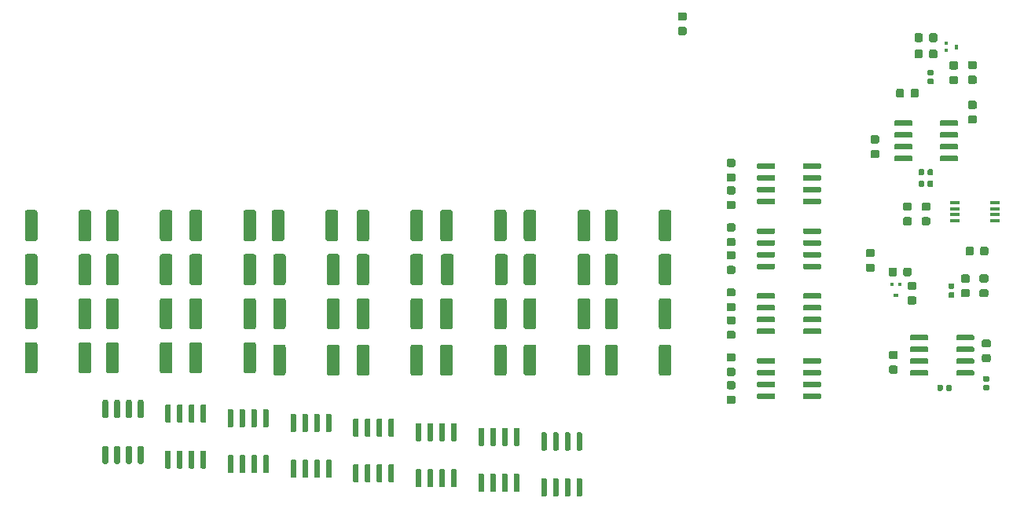
<source format=gbr>
G04 #@! TF.GenerationSoftware,KiCad,Pcbnew,5.1.3-ffb9f22~84~ubuntu18.04.1*
G04 #@! TF.CreationDate,2019-08-08T14:17:25+02:00*
G04 #@! TF.ProjectId,HiveCam,48697665-4361-46d2-9e6b-696361645f70,rev?*
G04 #@! TF.SameCoordinates,Original*
G04 #@! TF.FileFunction,Paste,Top*
G04 #@! TF.FilePolarity,Positive*
%FSLAX46Y46*%
G04 Gerber Fmt 4.6, Leading zero omitted, Abs format (unit mm)*
G04 Created by KiCad (PCBNEW 5.1.3-ffb9f22~84~ubuntu18.04.1) date 2019-08-08 14:17:25*
%MOMM*%
%LPD*%
G04 APERTURE LIST*
%ADD10C,0.100000*%
%ADD11C,1.350000*%
%ADD12C,0.875000*%
%ADD13C,0.600000*%
%ADD14R,1.100000X0.400000*%
%ADD15R,0.500000X0.450000*%
%ADD16R,0.400000X0.450000*%
%ADD17R,0.450000X0.500000*%
%ADD18R,0.450000X0.400000*%
%ADD19C,0.590000*%
G04 APERTURE END LIST*
D10*
G36*
X60047505Y-64441204D02*
G01*
X60071773Y-64444804D01*
X60095572Y-64450765D01*
X60118671Y-64459030D01*
X60140850Y-64469520D01*
X60161893Y-64482132D01*
X60181599Y-64496747D01*
X60199777Y-64513223D01*
X60216253Y-64531401D01*
X60230868Y-64551107D01*
X60243480Y-64572150D01*
X60253970Y-64594329D01*
X60262235Y-64617428D01*
X60268196Y-64641227D01*
X60271796Y-64665495D01*
X60273000Y-64689999D01*
X60273000Y-67540001D01*
X60271796Y-67564505D01*
X60268196Y-67588773D01*
X60262235Y-67612572D01*
X60253970Y-67635671D01*
X60243480Y-67657850D01*
X60230868Y-67678893D01*
X60216253Y-67698599D01*
X60199777Y-67716777D01*
X60181599Y-67733253D01*
X60161893Y-67747868D01*
X60140850Y-67760480D01*
X60118671Y-67770970D01*
X60095572Y-67779235D01*
X60071773Y-67785196D01*
X60047505Y-67788796D01*
X60023001Y-67790000D01*
X59172999Y-67790000D01*
X59148495Y-67788796D01*
X59124227Y-67785196D01*
X59100428Y-67779235D01*
X59077329Y-67770970D01*
X59055150Y-67760480D01*
X59034107Y-67747868D01*
X59014401Y-67733253D01*
X58996223Y-67716777D01*
X58979747Y-67698599D01*
X58965132Y-67678893D01*
X58952520Y-67657850D01*
X58942030Y-67635671D01*
X58933765Y-67612572D01*
X58927804Y-67588773D01*
X58924204Y-67564505D01*
X58923000Y-67540001D01*
X58923000Y-64689999D01*
X58924204Y-64665495D01*
X58927804Y-64641227D01*
X58933765Y-64617428D01*
X58942030Y-64594329D01*
X58952520Y-64572150D01*
X58965132Y-64551107D01*
X58979747Y-64531401D01*
X58996223Y-64513223D01*
X59014401Y-64496747D01*
X59034107Y-64482132D01*
X59055150Y-64469520D01*
X59077329Y-64459030D01*
X59100428Y-64450765D01*
X59124227Y-64444804D01*
X59148495Y-64441204D01*
X59172999Y-64440000D01*
X60023001Y-64440000D01*
X60047505Y-64441204D01*
X60047505Y-64441204D01*
G37*
D11*
X59598000Y-66115000D03*
D10*
G36*
X65847505Y-64441204D02*
G01*
X65871773Y-64444804D01*
X65895572Y-64450765D01*
X65918671Y-64459030D01*
X65940850Y-64469520D01*
X65961893Y-64482132D01*
X65981599Y-64496747D01*
X65999777Y-64513223D01*
X66016253Y-64531401D01*
X66030868Y-64551107D01*
X66043480Y-64572150D01*
X66053970Y-64594329D01*
X66062235Y-64617428D01*
X66068196Y-64641227D01*
X66071796Y-64665495D01*
X66073000Y-64689999D01*
X66073000Y-67540001D01*
X66071796Y-67564505D01*
X66068196Y-67588773D01*
X66062235Y-67612572D01*
X66053970Y-67635671D01*
X66043480Y-67657850D01*
X66030868Y-67678893D01*
X66016253Y-67698599D01*
X65999777Y-67716777D01*
X65981599Y-67733253D01*
X65961893Y-67747868D01*
X65940850Y-67760480D01*
X65918671Y-67770970D01*
X65895572Y-67779235D01*
X65871773Y-67785196D01*
X65847505Y-67788796D01*
X65823001Y-67790000D01*
X64972999Y-67790000D01*
X64948495Y-67788796D01*
X64924227Y-67785196D01*
X64900428Y-67779235D01*
X64877329Y-67770970D01*
X64855150Y-67760480D01*
X64834107Y-67747868D01*
X64814401Y-67733253D01*
X64796223Y-67716777D01*
X64779747Y-67698599D01*
X64765132Y-67678893D01*
X64752520Y-67657850D01*
X64742030Y-67635671D01*
X64733765Y-67612572D01*
X64727804Y-67588773D01*
X64724204Y-67564505D01*
X64723000Y-67540001D01*
X64723000Y-64689999D01*
X64724204Y-64665495D01*
X64727804Y-64641227D01*
X64733765Y-64617428D01*
X64742030Y-64594329D01*
X64752520Y-64572150D01*
X64765132Y-64551107D01*
X64779747Y-64531401D01*
X64796223Y-64513223D01*
X64814401Y-64496747D01*
X64834107Y-64482132D01*
X64855150Y-64469520D01*
X64877329Y-64459030D01*
X64900428Y-64450765D01*
X64924227Y-64444804D01*
X64948495Y-64441204D01*
X64972999Y-64440000D01*
X65823001Y-64440000D01*
X65847505Y-64441204D01*
X65847505Y-64441204D01*
G37*
D11*
X65398000Y-66115000D03*
D10*
G36*
X99525691Y-69966053D02*
G01*
X99546926Y-69969203D01*
X99567750Y-69974419D01*
X99587962Y-69981651D01*
X99607368Y-69990830D01*
X99625781Y-70001866D01*
X99643024Y-70014654D01*
X99658930Y-70029070D01*
X99673346Y-70044976D01*
X99686134Y-70062219D01*
X99697170Y-70080632D01*
X99706349Y-70100038D01*
X99713581Y-70120250D01*
X99718797Y-70141074D01*
X99721947Y-70162309D01*
X99723000Y-70183750D01*
X99723000Y-70621250D01*
X99721947Y-70642691D01*
X99718797Y-70663926D01*
X99713581Y-70684750D01*
X99706349Y-70704962D01*
X99697170Y-70724368D01*
X99686134Y-70742781D01*
X99673346Y-70760024D01*
X99658930Y-70775930D01*
X99643024Y-70790346D01*
X99625781Y-70803134D01*
X99607368Y-70814170D01*
X99587962Y-70823349D01*
X99567750Y-70830581D01*
X99546926Y-70835797D01*
X99525691Y-70838947D01*
X99504250Y-70840000D01*
X98991750Y-70840000D01*
X98970309Y-70838947D01*
X98949074Y-70835797D01*
X98928250Y-70830581D01*
X98908038Y-70823349D01*
X98888632Y-70814170D01*
X98870219Y-70803134D01*
X98852976Y-70790346D01*
X98837070Y-70775930D01*
X98822654Y-70760024D01*
X98809866Y-70742781D01*
X98798830Y-70724368D01*
X98789651Y-70704962D01*
X98782419Y-70684750D01*
X98777203Y-70663926D01*
X98774053Y-70642691D01*
X98773000Y-70621250D01*
X98773000Y-70183750D01*
X98774053Y-70162309D01*
X98777203Y-70141074D01*
X98782419Y-70120250D01*
X98789651Y-70100038D01*
X98798830Y-70080632D01*
X98809866Y-70062219D01*
X98822654Y-70044976D01*
X98837070Y-70029070D01*
X98852976Y-70014654D01*
X98870219Y-70001866D01*
X98888632Y-69990830D01*
X98908038Y-69981651D01*
X98928250Y-69974419D01*
X98949074Y-69969203D01*
X98970309Y-69966053D01*
X98991750Y-69965000D01*
X99504250Y-69965000D01*
X99525691Y-69966053D01*
X99525691Y-69966053D01*
G37*
D12*
X99248000Y-70402500D03*
D10*
G36*
X99525691Y-68391053D02*
G01*
X99546926Y-68394203D01*
X99567750Y-68399419D01*
X99587962Y-68406651D01*
X99607368Y-68415830D01*
X99625781Y-68426866D01*
X99643024Y-68439654D01*
X99658930Y-68454070D01*
X99673346Y-68469976D01*
X99686134Y-68487219D01*
X99697170Y-68505632D01*
X99706349Y-68525038D01*
X99713581Y-68545250D01*
X99718797Y-68566074D01*
X99721947Y-68587309D01*
X99723000Y-68608750D01*
X99723000Y-69046250D01*
X99721947Y-69067691D01*
X99718797Y-69088926D01*
X99713581Y-69109750D01*
X99706349Y-69129962D01*
X99697170Y-69149368D01*
X99686134Y-69167781D01*
X99673346Y-69185024D01*
X99658930Y-69200930D01*
X99643024Y-69215346D01*
X99625781Y-69228134D01*
X99607368Y-69239170D01*
X99587962Y-69248349D01*
X99567750Y-69255581D01*
X99546926Y-69260797D01*
X99525691Y-69263947D01*
X99504250Y-69265000D01*
X98991750Y-69265000D01*
X98970309Y-69263947D01*
X98949074Y-69260797D01*
X98928250Y-69255581D01*
X98908038Y-69248349D01*
X98888632Y-69239170D01*
X98870219Y-69228134D01*
X98852976Y-69215346D01*
X98837070Y-69200930D01*
X98822654Y-69185024D01*
X98809866Y-69167781D01*
X98798830Y-69149368D01*
X98789651Y-69129962D01*
X98782419Y-69109750D01*
X98777203Y-69088926D01*
X98774053Y-69067691D01*
X98773000Y-69046250D01*
X98773000Y-68608750D01*
X98774053Y-68587309D01*
X98777203Y-68566074D01*
X98782419Y-68545250D01*
X98789651Y-68525038D01*
X98798830Y-68505632D01*
X98809866Y-68487219D01*
X98822654Y-68469976D01*
X98837070Y-68454070D01*
X98852976Y-68439654D01*
X98870219Y-68426866D01*
X98888632Y-68415830D01*
X98908038Y-68406651D01*
X98928250Y-68399419D01*
X98949074Y-68394203D01*
X98970309Y-68391053D01*
X98991750Y-68390000D01*
X99504250Y-68390000D01*
X99525691Y-68391053D01*
X99525691Y-68391053D01*
G37*
D12*
X99248000Y-68827500D03*
D10*
G36*
X103862703Y-62720722D02*
G01*
X103877264Y-62722882D01*
X103891543Y-62726459D01*
X103905403Y-62731418D01*
X103918710Y-62737712D01*
X103931336Y-62745280D01*
X103943159Y-62754048D01*
X103954066Y-62763934D01*
X103963952Y-62774841D01*
X103972720Y-62786664D01*
X103980288Y-62799290D01*
X103986582Y-62812597D01*
X103991541Y-62826457D01*
X103995118Y-62840736D01*
X103997278Y-62855297D01*
X103998000Y-62870000D01*
X103998000Y-63170000D01*
X103997278Y-63184703D01*
X103995118Y-63199264D01*
X103991541Y-63213543D01*
X103986582Y-63227403D01*
X103980288Y-63240710D01*
X103972720Y-63253336D01*
X103963952Y-63265159D01*
X103954066Y-63276066D01*
X103943159Y-63285952D01*
X103931336Y-63294720D01*
X103918710Y-63302288D01*
X103905403Y-63308582D01*
X103891543Y-63313541D01*
X103877264Y-63317118D01*
X103862703Y-63319278D01*
X103848000Y-63320000D01*
X102198000Y-63320000D01*
X102183297Y-63319278D01*
X102168736Y-63317118D01*
X102154457Y-63313541D01*
X102140597Y-63308582D01*
X102127290Y-63302288D01*
X102114664Y-63294720D01*
X102102841Y-63285952D01*
X102091934Y-63276066D01*
X102082048Y-63265159D01*
X102073280Y-63253336D01*
X102065712Y-63240710D01*
X102059418Y-63227403D01*
X102054459Y-63213543D01*
X102050882Y-63199264D01*
X102048722Y-63184703D01*
X102048000Y-63170000D01*
X102048000Y-62870000D01*
X102048722Y-62855297D01*
X102050882Y-62840736D01*
X102054459Y-62826457D01*
X102059418Y-62812597D01*
X102065712Y-62799290D01*
X102073280Y-62786664D01*
X102082048Y-62774841D01*
X102091934Y-62763934D01*
X102102841Y-62754048D01*
X102114664Y-62745280D01*
X102127290Y-62737712D01*
X102140597Y-62731418D01*
X102154457Y-62726459D01*
X102168736Y-62722882D01*
X102183297Y-62720722D01*
X102198000Y-62720000D01*
X103848000Y-62720000D01*
X103862703Y-62720722D01*
X103862703Y-62720722D01*
G37*
D13*
X103023000Y-63020000D03*
D10*
G36*
X103862703Y-61450722D02*
G01*
X103877264Y-61452882D01*
X103891543Y-61456459D01*
X103905403Y-61461418D01*
X103918710Y-61467712D01*
X103931336Y-61475280D01*
X103943159Y-61484048D01*
X103954066Y-61493934D01*
X103963952Y-61504841D01*
X103972720Y-61516664D01*
X103980288Y-61529290D01*
X103986582Y-61542597D01*
X103991541Y-61556457D01*
X103995118Y-61570736D01*
X103997278Y-61585297D01*
X103998000Y-61600000D01*
X103998000Y-61900000D01*
X103997278Y-61914703D01*
X103995118Y-61929264D01*
X103991541Y-61943543D01*
X103986582Y-61957403D01*
X103980288Y-61970710D01*
X103972720Y-61983336D01*
X103963952Y-61995159D01*
X103954066Y-62006066D01*
X103943159Y-62015952D01*
X103931336Y-62024720D01*
X103918710Y-62032288D01*
X103905403Y-62038582D01*
X103891543Y-62043541D01*
X103877264Y-62047118D01*
X103862703Y-62049278D01*
X103848000Y-62050000D01*
X102198000Y-62050000D01*
X102183297Y-62049278D01*
X102168736Y-62047118D01*
X102154457Y-62043541D01*
X102140597Y-62038582D01*
X102127290Y-62032288D01*
X102114664Y-62024720D01*
X102102841Y-62015952D01*
X102091934Y-62006066D01*
X102082048Y-61995159D01*
X102073280Y-61983336D01*
X102065712Y-61970710D01*
X102059418Y-61957403D01*
X102054459Y-61943543D01*
X102050882Y-61929264D01*
X102048722Y-61914703D01*
X102048000Y-61900000D01*
X102048000Y-61600000D01*
X102048722Y-61585297D01*
X102050882Y-61570736D01*
X102054459Y-61556457D01*
X102059418Y-61542597D01*
X102065712Y-61529290D01*
X102073280Y-61516664D01*
X102082048Y-61504841D01*
X102091934Y-61493934D01*
X102102841Y-61484048D01*
X102114664Y-61475280D01*
X102127290Y-61467712D01*
X102140597Y-61461418D01*
X102154457Y-61456459D01*
X102168736Y-61452882D01*
X102183297Y-61450722D01*
X102198000Y-61450000D01*
X103848000Y-61450000D01*
X103862703Y-61450722D01*
X103862703Y-61450722D01*
G37*
D13*
X103023000Y-61750000D03*
D10*
G36*
X103862703Y-60180722D02*
G01*
X103877264Y-60182882D01*
X103891543Y-60186459D01*
X103905403Y-60191418D01*
X103918710Y-60197712D01*
X103931336Y-60205280D01*
X103943159Y-60214048D01*
X103954066Y-60223934D01*
X103963952Y-60234841D01*
X103972720Y-60246664D01*
X103980288Y-60259290D01*
X103986582Y-60272597D01*
X103991541Y-60286457D01*
X103995118Y-60300736D01*
X103997278Y-60315297D01*
X103998000Y-60330000D01*
X103998000Y-60630000D01*
X103997278Y-60644703D01*
X103995118Y-60659264D01*
X103991541Y-60673543D01*
X103986582Y-60687403D01*
X103980288Y-60700710D01*
X103972720Y-60713336D01*
X103963952Y-60725159D01*
X103954066Y-60736066D01*
X103943159Y-60745952D01*
X103931336Y-60754720D01*
X103918710Y-60762288D01*
X103905403Y-60768582D01*
X103891543Y-60773541D01*
X103877264Y-60777118D01*
X103862703Y-60779278D01*
X103848000Y-60780000D01*
X102198000Y-60780000D01*
X102183297Y-60779278D01*
X102168736Y-60777118D01*
X102154457Y-60773541D01*
X102140597Y-60768582D01*
X102127290Y-60762288D01*
X102114664Y-60754720D01*
X102102841Y-60745952D01*
X102091934Y-60736066D01*
X102082048Y-60725159D01*
X102073280Y-60713336D01*
X102065712Y-60700710D01*
X102059418Y-60687403D01*
X102054459Y-60673543D01*
X102050882Y-60659264D01*
X102048722Y-60644703D01*
X102048000Y-60630000D01*
X102048000Y-60330000D01*
X102048722Y-60315297D01*
X102050882Y-60300736D01*
X102054459Y-60286457D01*
X102059418Y-60272597D01*
X102065712Y-60259290D01*
X102073280Y-60246664D01*
X102082048Y-60234841D01*
X102091934Y-60223934D01*
X102102841Y-60214048D01*
X102114664Y-60205280D01*
X102127290Y-60197712D01*
X102140597Y-60191418D01*
X102154457Y-60186459D01*
X102168736Y-60182882D01*
X102183297Y-60180722D01*
X102198000Y-60180000D01*
X103848000Y-60180000D01*
X103862703Y-60180722D01*
X103862703Y-60180722D01*
G37*
D13*
X103023000Y-60480000D03*
D10*
G36*
X103862703Y-58910722D02*
G01*
X103877264Y-58912882D01*
X103891543Y-58916459D01*
X103905403Y-58921418D01*
X103918710Y-58927712D01*
X103931336Y-58935280D01*
X103943159Y-58944048D01*
X103954066Y-58953934D01*
X103963952Y-58964841D01*
X103972720Y-58976664D01*
X103980288Y-58989290D01*
X103986582Y-59002597D01*
X103991541Y-59016457D01*
X103995118Y-59030736D01*
X103997278Y-59045297D01*
X103998000Y-59060000D01*
X103998000Y-59360000D01*
X103997278Y-59374703D01*
X103995118Y-59389264D01*
X103991541Y-59403543D01*
X103986582Y-59417403D01*
X103980288Y-59430710D01*
X103972720Y-59443336D01*
X103963952Y-59455159D01*
X103954066Y-59466066D01*
X103943159Y-59475952D01*
X103931336Y-59484720D01*
X103918710Y-59492288D01*
X103905403Y-59498582D01*
X103891543Y-59503541D01*
X103877264Y-59507118D01*
X103862703Y-59509278D01*
X103848000Y-59510000D01*
X102198000Y-59510000D01*
X102183297Y-59509278D01*
X102168736Y-59507118D01*
X102154457Y-59503541D01*
X102140597Y-59498582D01*
X102127290Y-59492288D01*
X102114664Y-59484720D01*
X102102841Y-59475952D01*
X102091934Y-59466066D01*
X102082048Y-59455159D01*
X102073280Y-59443336D01*
X102065712Y-59430710D01*
X102059418Y-59417403D01*
X102054459Y-59403543D01*
X102050882Y-59389264D01*
X102048722Y-59374703D01*
X102048000Y-59360000D01*
X102048000Y-59060000D01*
X102048722Y-59045297D01*
X102050882Y-59030736D01*
X102054459Y-59016457D01*
X102059418Y-59002597D01*
X102065712Y-58989290D01*
X102073280Y-58976664D01*
X102082048Y-58964841D01*
X102091934Y-58953934D01*
X102102841Y-58944048D01*
X102114664Y-58935280D01*
X102127290Y-58927712D01*
X102140597Y-58921418D01*
X102154457Y-58916459D01*
X102168736Y-58912882D01*
X102183297Y-58910722D01*
X102198000Y-58910000D01*
X103848000Y-58910000D01*
X103862703Y-58910722D01*
X103862703Y-58910722D01*
G37*
D13*
X103023000Y-59210000D03*
D10*
G36*
X108812703Y-58910722D02*
G01*
X108827264Y-58912882D01*
X108841543Y-58916459D01*
X108855403Y-58921418D01*
X108868710Y-58927712D01*
X108881336Y-58935280D01*
X108893159Y-58944048D01*
X108904066Y-58953934D01*
X108913952Y-58964841D01*
X108922720Y-58976664D01*
X108930288Y-58989290D01*
X108936582Y-59002597D01*
X108941541Y-59016457D01*
X108945118Y-59030736D01*
X108947278Y-59045297D01*
X108948000Y-59060000D01*
X108948000Y-59360000D01*
X108947278Y-59374703D01*
X108945118Y-59389264D01*
X108941541Y-59403543D01*
X108936582Y-59417403D01*
X108930288Y-59430710D01*
X108922720Y-59443336D01*
X108913952Y-59455159D01*
X108904066Y-59466066D01*
X108893159Y-59475952D01*
X108881336Y-59484720D01*
X108868710Y-59492288D01*
X108855403Y-59498582D01*
X108841543Y-59503541D01*
X108827264Y-59507118D01*
X108812703Y-59509278D01*
X108798000Y-59510000D01*
X107148000Y-59510000D01*
X107133297Y-59509278D01*
X107118736Y-59507118D01*
X107104457Y-59503541D01*
X107090597Y-59498582D01*
X107077290Y-59492288D01*
X107064664Y-59484720D01*
X107052841Y-59475952D01*
X107041934Y-59466066D01*
X107032048Y-59455159D01*
X107023280Y-59443336D01*
X107015712Y-59430710D01*
X107009418Y-59417403D01*
X107004459Y-59403543D01*
X107000882Y-59389264D01*
X106998722Y-59374703D01*
X106998000Y-59360000D01*
X106998000Y-59060000D01*
X106998722Y-59045297D01*
X107000882Y-59030736D01*
X107004459Y-59016457D01*
X107009418Y-59002597D01*
X107015712Y-58989290D01*
X107023280Y-58976664D01*
X107032048Y-58964841D01*
X107041934Y-58953934D01*
X107052841Y-58944048D01*
X107064664Y-58935280D01*
X107077290Y-58927712D01*
X107090597Y-58921418D01*
X107104457Y-58916459D01*
X107118736Y-58912882D01*
X107133297Y-58910722D01*
X107148000Y-58910000D01*
X108798000Y-58910000D01*
X108812703Y-58910722D01*
X108812703Y-58910722D01*
G37*
D13*
X107973000Y-59210000D03*
D10*
G36*
X108812703Y-60180722D02*
G01*
X108827264Y-60182882D01*
X108841543Y-60186459D01*
X108855403Y-60191418D01*
X108868710Y-60197712D01*
X108881336Y-60205280D01*
X108893159Y-60214048D01*
X108904066Y-60223934D01*
X108913952Y-60234841D01*
X108922720Y-60246664D01*
X108930288Y-60259290D01*
X108936582Y-60272597D01*
X108941541Y-60286457D01*
X108945118Y-60300736D01*
X108947278Y-60315297D01*
X108948000Y-60330000D01*
X108948000Y-60630000D01*
X108947278Y-60644703D01*
X108945118Y-60659264D01*
X108941541Y-60673543D01*
X108936582Y-60687403D01*
X108930288Y-60700710D01*
X108922720Y-60713336D01*
X108913952Y-60725159D01*
X108904066Y-60736066D01*
X108893159Y-60745952D01*
X108881336Y-60754720D01*
X108868710Y-60762288D01*
X108855403Y-60768582D01*
X108841543Y-60773541D01*
X108827264Y-60777118D01*
X108812703Y-60779278D01*
X108798000Y-60780000D01*
X107148000Y-60780000D01*
X107133297Y-60779278D01*
X107118736Y-60777118D01*
X107104457Y-60773541D01*
X107090597Y-60768582D01*
X107077290Y-60762288D01*
X107064664Y-60754720D01*
X107052841Y-60745952D01*
X107041934Y-60736066D01*
X107032048Y-60725159D01*
X107023280Y-60713336D01*
X107015712Y-60700710D01*
X107009418Y-60687403D01*
X107004459Y-60673543D01*
X107000882Y-60659264D01*
X106998722Y-60644703D01*
X106998000Y-60630000D01*
X106998000Y-60330000D01*
X106998722Y-60315297D01*
X107000882Y-60300736D01*
X107004459Y-60286457D01*
X107009418Y-60272597D01*
X107015712Y-60259290D01*
X107023280Y-60246664D01*
X107032048Y-60234841D01*
X107041934Y-60223934D01*
X107052841Y-60214048D01*
X107064664Y-60205280D01*
X107077290Y-60197712D01*
X107090597Y-60191418D01*
X107104457Y-60186459D01*
X107118736Y-60182882D01*
X107133297Y-60180722D01*
X107148000Y-60180000D01*
X108798000Y-60180000D01*
X108812703Y-60180722D01*
X108812703Y-60180722D01*
G37*
D13*
X107973000Y-60480000D03*
D10*
G36*
X108812703Y-61450722D02*
G01*
X108827264Y-61452882D01*
X108841543Y-61456459D01*
X108855403Y-61461418D01*
X108868710Y-61467712D01*
X108881336Y-61475280D01*
X108893159Y-61484048D01*
X108904066Y-61493934D01*
X108913952Y-61504841D01*
X108922720Y-61516664D01*
X108930288Y-61529290D01*
X108936582Y-61542597D01*
X108941541Y-61556457D01*
X108945118Y-61570736D01*
X108947278Y-61585297D01*
X108948000Y-61600000D01*
X108948000Y-61900000D01*
X108947278Y-61914703D01*
X108945118Y-61929264D01*
X108941541Y-61943543D01*
X108936582Y-61957403D01*
X108930288Y-61970710D01*
X108922720Y-61983336D01*
X108913952Y-61995159D01*
X108904066Y-62006066D01*
X108893159Y-62015952D01*
X108881336Y-62024720D01*
X108868710Y-62032288D01*
X108855403Y-62038582D01*
X108841543Y-62043541D01*
X108827264Y-62047118D01*
X108812703Y-62049278D01*
X108798000Y-62050000D01*
X107148000Y-62050000D01*
X107133297Y-62049278D01*
X107118736Y-62047118D01*
X107104457Y-62043541D01*
X107090597Y-62038582D01*
X107077290Y-62032288D01*
X107064664Y-62024720D01*
X107052841Y-62015952D01*
X107041934Y-62006066D01*
X107032048Y-61995159D01*
X107023280Y-61983336D01*
X107015712Y-61970710D01*
X107009418Y-61957403D01*
X107004459Y-61943543D01*
X107000882Y-61929264D01*
X106998722Y-61914703D01*
X106998000Y-61900000D01*
X106998000Y-61600000D01*
X106998722Y-61585297D01*
X107000882Y-61570736D01*
X107004459Y-61556457D01*
X107009418Y-61542597D01*
X107015712Y-61529290D01*
X107023280Y-61516664D01*
X107032048Y-61504841D01*
X107041934Y-61493934D01*
X107052841Y-61484048D01*
X107064664Y-61475280D01*
X107077290Y-61467712D01*
X107090597Y-61461418D01*
X107104457Y-61456459D01*
X107118736Y-61452882D01*
X107133297Y-61450722D01*
X107148000Y-61450000D01*
X108798000Y-61450000D01*
X108812703Y-61450722D01*
X108812703Y-61450722D01*
G37*
D13*
X107973000Y-61750000D03*
D10*
G36*
X108812703Y-62720722D02*
G01*
X108827264Y-62722882D01*
X108841543Y-62726459D01*
X108855403Y-62731418D01*
X108868710Y-62737712D01*
X108881336Y-62745280D01*
X108893159Y-62754048D01*
X108904066Y-62763934D01*
X108913952Y-62774841D01*
X108922720Y-62786664D01*
X108930288Y-62799290D01*
X108936582Y-62812597D01*
X108941541Y-62826457D01*
X108945118Y-62840736D01*
X108947278Y-62855297D01*
X108948000Y-62870000D01*
X108948000Y-63170000D01*
X108947278Y-63184703D01*
X108945118Y-63199264D01*
X108941541Y-63213543D01*
X108936582Y-63227403D01*
X108930288Y-63240710D01*
X108922720Y-63253336D01*
X108913952Y-63265159D01*
X108904066Y-63276066D01*
X108893159Y-63285952D01*
X108881336Y-63294720D01*
X108868710Y-63302288D01*
X108855403Y-63308582D01*
X108841543Y-63313541D01*
X108827264Y-63317118D01*
X108812703Y-63319278D01*
X108798000Y-63320000D01*
X107148000Y-63320000D01*
X107133297Y-63319278D01*
X107118736Y-63317118D01*
X107104457Y-63313541D01*
X107090597Y-63308582D01*
X107077290Y-63302288D01*
X107064664Y-63294720D01*
X107052841Y-63285952D01*
X107041934Y-63276066D01*
X107032048Y-63265159D01*
X107023280Y-63253336D01*
X107015712Y-63240710D01*
X107009418Y-63227403D01*
X107004459Y-63213543D01*
X107000882Y-63199264D01*
X106998722Y-63184703D01*
X106998000Y-63170000D01*
X106998000Y-62870000D01*
X106998722Y-62855297D01*
X107000882Y-62840736D01*
X107004459Y-62826457D01*
X107009418Y-62812597D01*
X107015712Y-62799290D01*
X107023280Y-62786664D01*
X107032048Y-62774841D01*
X107041934Y-62763934D01*
X107052841Y-62754048D01*
X107064664Y-62745280D01*
X107077290Y-62737712D01*
X107090597Y-62731418D01*
X107104457Y-62726459D01*
X107118736Y-62722882D01*
X107133297Y-62720722D01*
X107148000Y-62720000D01*
X108798000Y-62720000D01*
X108812703Y-62720722D01*
X108812703Y-62720722D01*
G37*
D13*
X107973000Y-63020000D03*
D10*
G36*
X103862703Y-69720722D02*
G01*
X103877264Y-69722882D01*
X103891543Y-69726459D01*
X103905403Y-69731418D01*
X103918710Y-69737712D01*
X103931336Y-69745280D01*
X103943159Y-69754048D01*
X103954066Y-69763934D01*
X103963952Y-69774841D01*
X103972720Y-69786664D01*
X103980288Y-69799290D01*
X103986582Y-69812597D01*
X103991541Y-69826457D01*
X103995118Y-69840736D01*
X103997278Y-69855297D01*
X103998000Y-69870000D01*
X103998000Y-70170000D01*
X103997278Y-70184703D01*
X103995118Y-70199264D01*
X103991541Y-70213543D01*
X103986582Y-70227403D01*
X103980288Y-70240710D01*
X103972720Y-70253336D01*
X103963952Y-70265159D01*
X103954066Y-70276066D01*
X103943159Y-70285952D01*
X103931336Y-70294720D01*
X103918710Y-70302288D01*
X103905403Y-70308582D01*
X103891543Y-70313541D01*
X103877264Y-70317118D01*
X103862703Y-70319278D01*
X103848000Y-70320000D01*
X102198000Y-70320000D01*
X102183297Y-70319278D01*
X102168736Y-70317118D01*
X102154457Y-70313541D01*
X102140597Y-70308582D01*
X102127290Y-70302288D01*
X102114664Y-70294720D01*
X102102841Y-70285952D01*
X102091934Y-70276066D01*
X102082048Y-70265159D01*
X102073280Y-70253336D01*
X102065712Y-70240710D01*
X102059418Y-70227403D01*
X102054459Y-70213543D01*
X102050882Y-70199264D01*
X102048722Y-70184703D01*
X102048000Y-70170000D01*
X102048000Y-69870000D01*
X102048722Y-69855297D01*
X102050882Y-69840736D01*
X102054459Y-69826457D01*
X102059418Y-69812597D01*
X102065712Y-69799290D01*
X102073280Y-69786664D01*
X102082048Y-69774841D01*
X102091934Y-69763934D01*
X102102841Y-69754048D01*
X102114664Y-69745280D01*
X102127290Y-69737712D01*
X102140597Y-69731418D01*
X102154457Y-69726459D01*
X102168736Y-69722882D01*
X102183297Y-69720722D01*
X102198000Y-69720000D01*
X103848000Y-69720000D01*
X103862703Y-69720722D01*
X103862703Y-69720722D01*
G37*
D13*
X103023000Y-70020000D03*
D10*
G36*
X103862703Y-68450722D02*
G01*
X103877264Y-68452882D01*
X103891543Y-68456459D01*
X103905403Y-68461418D01*
X103918710Y-68467712D01*
X103931336Y-68475280D01*
X103943159Y-68484048D01*
X103954066Y-68493934D01*
X103963952Y-68504841D01*
X103972720Y-68516664D01*
X103980288Y-68529290D01*
X103986582Y-68542597D01*
X103991541Y-68556457D01*
X103995118Y-68570736D01*
X103997278Y-68585297D01*
X103998000Y-68600000D01*
X103998000Y-68900000D01*
X103997278Y-68914703D01*
X103995118Y-68929264D01*
X103991541Y-68943543D01*
X103986582Y-68957403D01*
X103980288Y-68970710D01*
X103972720Y-68983336D01*
X103963952Y-68995159D01*
X103954066Y-69006066D01*
X103943159Y-69015952D01*
X103931336Y-69024720D01*
X103918710Y-69032288D01*
X103905403Y-69038582D01*
X103891543Y-69043541D01*
X103877264Y-69047118D01*
X103862703Y-69049278D01*
X103848000Y-69050000D01*
X102198000Y-69050000D01*
X102183297Y-69049278D01*
X102168736Y-69047118D01*
X102154457Y-69043541D01*
X102140597Y-69038582D01*
X102127290Y-69032288D01*
X102114664Y-69024720D01*
X102102841Y-69015952D01*
X102091934Y-69006066D01*
X102082048Y-68995159D01*
X102073280Y-68983336D01*
X102065712Y-68970710D01*
X102059418Y-68957403D01*
X102054459Y-68943543D01*
X102050882Y-68929264D01*
X102048722Y-68914703D01*
X102048000Y-68900000D01*
X102048000Y-68600000D01*
X102048722Y-68585297D01*
X102050882Y-68570736D01*
X102054459Y-68556457D01*
X102059418Y-68542597D01*
X102065712Y-68529290D01*
X102073280Y-68516664D01*
X102082048Y-68504841D01*
X102091934Y-68493934D01*
X102102841Y-68484048D01*
X102114664Y-68475280D01*
X102127290Y-68467712D01*
X102140597Y-68461418D01*
X102154457Y-68456459D01*
X102168736Y-68452882D01*
X102183297Y-68450722D01*
X102198000Y-68450000D01*
X103848000Y-68450000D01*
X103862703Y-68450722D01*
X103862703Y-68450722D01*
G37*
D13*
X103023000Y-68750000D03*
D10*
G36*
X103862703Y-67180722D02*
G01*
X103877264Y-67182882D01*
X103891543Y-67186459D01*
X103905403Y-67191418D01*
X103918710Y-67197712D01*
X103931336Y-67205280D01*
X103943159Y-67214048D01*
X103954066Y-67223934D01*
X103963952Y-67234841D01*
X103972720Y-67246664D01*
X103980288Y-67259290D01*
X103986582Y-67272597D01*
X103991541Y-67286457D01*
X103995118Y-67300736D01*
X103997278Y-67315297D01*
X103998000Y-67330000D01*
X103998000Y-67630000D01*
X103997278Y-67644703D01*
X103995118Y-67659264D01*
X103991541Y-67673543D01*
X103986582Y-67687403D01*
X103980288Y-67700710D01*
X103972720Y-67713336D01*
X103963952Y-67725159D01*
X103954066Y-67736066D01*
X103943159Y-67745952D01*
X103931336Y-67754720D01*
X103918710Y-67762288D01*
X103905403Y-67768582D01*
X103891543Y-67773541D01*
X103877264Y-67777118D01*
X103862703Y-67779278D01*
X103848000Y-67780000D01*
X102198000Y-67780000D01*
X102183297Y-67779278D01*
X102168736Y-67777118D01*
X102154457Y-67773541D01*
X102140597Y-67768582D01*
X102127290Y-67762288D01*
X102114664Y-67754720D01*
X102102841Y-67745952D01*
X102091934Y-67736066D01*
X102082048Y-67725159D01*
X102073280Y-67713336D01*
X102065712Y-67700710D01*
X102059418Y-67687403D01*
X102054459Y-67673543D01*
X102050882Y-67659264D01*
X102048722Y-67644703D01*
X102048000Y-67630000D01*
X102048000Y-67330000D01*
X102048722Y-67315297D01*
X102050882Y-67300736D01*
X102054459Y-67286457D01*
X102059418Y-67272597D01*
X102065712Y-67259290D01*
X102073280Y-67246664D01*
X102082048Y-67234841D01*
X102091934Y-67223934D01*
X102102841Y-67214048D01*
X102114664Y-67205280D01*
X102127290Y-67197712D01*
X102140597Y-67191418D01*
X102154457Y-67186459D01*
X102168736Y-67182882D01*
X102183297Y-67180722D01*
X102198000Y-67180000D01*
X103848000Y-67180000D01*
X103862703Y-67180722D01*
X103862703Y-67180722D01*
G37*
D13*
X103023000Y-67480000D03*
D10*
G36*
X103862703Y-65910722D02*
G01*
X103877264Y-65912882D01*
X103891543Y-65916459D01*
X103905403Y-65921418D01*
X103918710Y-65927712D01*
X103931336Y-65935280D01*
X103943159Y-65944048D01*
X103954066Y-65953934D01*
X103963952Y-65964841D01*
X103972720Y-65976664D01*
X103980288Y-65989290D01*
X103986582Y-66002597D01*
X103991541Y-66016457D01*
X103995118Y-66030736D01*
X103997278Y-66045297D01*
X103998000Y-66060000D01*
X103998000Y-66360000D01*
X103997278Y-66374703D01*
X103995118Y-66389264D01*
X103991541Y-66403543D01*
X103986582Y-66417403D01*
X103980288Y-66430710D01*
X103972720Y-66443336D01*
X103963952Y-66455159D01*
X103954066Y-66466066D01*
X103943159Y-66475952D01*
X103931336Y-66484720D01*
X103918710Y-66492288D01*
X103905403Y-66498582D01*
X103891543Y-66503541D01*
X103877264Y-66507118D01*
X103862703Y-66509278D01*
X103848000Y-66510000D01*
X102198000Y-66510000D01*
X102183297Y-66509278D01*
X102168736Y-66507118D01*
X102154457Y-66503541D01*
X102140597Y-66498582D01*
X102127290Y-66492288D01*
X102114664Y-66484720D01*
X102102841Y-66475952D01*
X102091934Y-66466066D01*
X102082048Y-66455159D01*
X102073280Y-66443336D01*
X102065712Y-66430710D01*
X102059418Y-66417403D01*
X102054459Y-66403543D01*
X102050882Y-66389264D01*
X102048722Y-66374703D01*
X102048000Y-66360000D01*
X102048000Y-66060000D01*
X102048722Y-66045297D01*
X102050882Y-66030736D01*
X102054459Y-66016457D01*
X102059418Y-66002597D01*
X102065712Y-65989290D01*
X102073280Y-65976664D01*
X102082048Y-65964841D01*
X102091934Y-65953934D01*
X102102841Y-65944048D01*
X102114664Y-65935280D01*
X102127290Y-65927712D01*
X102140597Y-65921418D01*
X102154457Y-65916459D01*
X102168736Y-65912882D01*
X102183297Y-65910722D01*
X102198000Y-65910000D01*
X103848000Y-65910000D01*
X103862703Y-65910722D01*
X103862703Y-65910722D01*
G37*
D13*
X103023000Y-66210000D03*
D10*
G36*
X108812703Y-65910722D02*
G01*
X108827264Y-65912882D01*
X108841543Y-65916459D01*
X108855403Y-65921418D01*
X108868710Y-65927712D01*
X108881336Y-65935280D01*
X108893159Y-65944048D01*
X108904066Y-65953934D01*
X108913952Y-65964841D01*
X108922720Y-65976664D01*
X108930288Y-65989290D01*
X108936582Y-66002597D01*
X108941541Y-66016457D01*
X108945118Y-66030736D01*
X108947278Y-66045297D01*
X108948000Y-66060000D01*
X108948000Y-66360000D01*
X108947278Y-66374703D01*
X108945118Y-66389264D01*
X108941541Y-66403543D01*
X108936582Y-66417403D01*
X108930288Y-66430710D01*
X108922720Y-66443336D01*
X108913952Y-66455159D01*
X108904066Y-66466066D01*
X108893159Y-66475952D01*
X108881336Y-66484720D01*
X108868710Y-66492288D01*
X108855403Y-66498582D01*
X108841543Y-66503541D01*
X108827264Y-66507118D01*
X108812703Y-66509278D01*
X108798000Y-66510000D01*
X107148000Y-66510000D01*
X107133297Y-66509278D01*
X107118736Y-66507118D01*
X107104457Y-66503541D01*
X107090597Y-66498582D01*
X107077290Y-66492288D01*
X107064664Y-66484720D01*
X107052841Y-66475952D01*
X107041934Y-66466066D01*
X107032048Y-66455159D01*
X107023280Y-66443336D01*
X107015712Y-66430710D01*
X107009418Y-66417403D01*
X107004459Y-66403543D01*
X107000882Y-66389264D01*
X106998722Y-66374703D01*
X106998000Y-66360000D01*
X106998000Y-66060000D01*
X106998722Y-66045297D01*
X107000882Y-66030736D01*
X107004459Y-66016457D01*
X107009418Y-66002597D01*
X107015712Y-65989290D01*
X107023280Y-65976664D01*
X107032048Y-65964841D01*
X107041934Y-65953934D01*
X107052841Y-65944048D01*
X107064664Y-65935280D01*
X107077290Y-65927712D01*
X107090597Y-65921418D01*
X107104457Y-65916459D01*
X107118736Y-65912882D01*
X107133297Y-65910722D01*
X107148000Y-65910000D01*
X108798000Y-65910000D01*
X108812703Y-65910722D01*
X108812703Y-65910722D01*
G37*
D13*
X107973000Y-66210000D03*
D10*
G36*
X108812703Y-67180722D02*
G01*
X108827264Y-67182882D01*
X108841543Y-67186459D01*
X108855403Y-67191418D01*
X108868710Y-67197712D01*
X108881336Y-67205280D01*
X108893159Y-67214048D01*
X108904066Y-67223934D01*
X108913952Y-67234841D01*
X108922720Y-67246664D01*
X108930288Y-67259290D01*
X108936582Y-67272597D01*
X108941541Y-67286457D01*
X108945118Y-67300736D01*
X108947278Y-67315297D01*
X108948000Y-67330000D01*
X108948000Y-67630000D01*
X108947278Y-67644703D01*
X108945118Y-67659264D01*
X108941541Y-67673543D01*
X108936582Y-67687403D01*
X108930288Y-67700710D01*
X108922720Y-67713336D01*
X108913952Y-67725159D01*
X108904066Y-67736066D01*
X108893159Y-67745952D01*
X108881336Y-67754720D01*
X108868710Y-67762288D01*
X108855403Y-67768582D01*
X108841543Y-67773541D01*
X108827264Y-67777118D01*
X108812703Y-67779278D01*
X108798000Y-67780000D01*
X107148000Y-67780000D01*
X107133297Y-67779278D01*
X107118736Y-67777118D01*
X107104457Y-67773541D01*
X107090597Y-67768582D01*
X107077290Y-67762288D01*
X107064664Y-67754720D01*
X107052841Y-67745952D01*
X107041934Y-67736066D01*
X107032048Y-67725159D01*
X107023280Y-67713336D01*
X107015712Y-67700710D01*
X107009418Y-67687403D01*
X107004459Y-67673543D01*
X107000882Y-67659264D01*
X106998722Y-67644703D01*
X106998000Y-67630000D01*
X106998000Y-67330000D01*
X106998722Y-67315297D01*
X107000882Y-67300736D01*
X107004459Y-67286457D01*
X107009418Y-67272597D01*
X107015712Y-67259290D01*
X107023280Y-67246664D01*
X107032048Y-67234841D01*
X107041934Y-67223934D01*
X107052841Y-67214048D01*
X107064664Y-67205280D01*
X107077290Y-67197712D01*
X107090597Y-67191418D01*
X107104457Y-67186459D01*
X107118736Y-67182882D01*
X107133297Y-67180722D01*
X107148000Y-67180000D01*
X108798000Y-67180000D01*
X108812703Y-67180722D01*
X108812703Y-67180722D01*
G37*
D13*
X107973000Y-67480000D03*
D10*
G36*
X108812703Y-68450722D02*
G01*
X108827264Y-68452882D01*
X108841543Y-68456459D01*
X108855403Y-68461418D01*
X108868710Y-68467712D01*
X108881336Y-68475280D01*
X108893159Y-68484048D01*
X108904066Y-68493934D01*
X108913952Y-68504841D01*
X108922720Y-68516664D01*
X108930288Y-68529290D01*
X108936582Y-68542597D01*
X108941541Y-68556457D01*
X108945118Y-68570736D01*
X108947278Y-68585297D01*
X108948000Y-68600000D01*
X108948000Y-68900000D01*
X108947278Y-68914703D01*
X108945118Y-68929264D01*
X108941541Y-68943543D01*
X108936582Y-68957403D01*
X108930288Y-68970710D01*
X108922720Y-68983336D01*
X108913952Y-68995159D01*
X108904066Y-69006066D01*
X108893159Y-69015952D01*
X108881336Y-69024720D01*
X108868710Y-69032288D01*
X108855403Y-69038582D01*
X108841543Y-69043541D01*
X108827264Y-69047118D01*
X108812703Y-69049278D01*
X108798000Y-69050000D01*
X107148000Y-69050000D01*
X107133297Y-69049278D01*
X107118736Y-69047118D01*
X107104457Y-69043541D01*
X107090597Y-69038582D01*
X107077290Y-69032288D01*
X107064664Y-69024720D01*
X107052841Y-69015952D01*
X107041934Y-69006066D01*
X107032048Y-68995159D01*
X107023280Y-68983336D01*
X107015712Y-68970710D01*
X107009418Y-68957403D01*
X107004459Y-68943543D01*
X107000882Y-68929264D01*
X106998722Y-68914703D01*
X106998000Y-68900000D01*
X106998000Y-68600000D01*
X106998722Y-68585297D01*
X107000882Y-68570736D01*
X107004459Y-68556457D01*
X107009418Y-68542597D01*
X107015712Y-68529290D01*
X107023280Y-68516664D01*
X107032048Y-68504841D01*
X107041934Y-68493934D01*
X107052841Y-68484048D01*
X107064664Y-68475280D01*
X107077290Y-68467712D01*
X107090597Y-68461418D01*
X107104457Y-68456459D01*
X107118736Y-68452882D01*
X107133297Y-68450722D01*
X107148000Y-68450000D01*
X108798000Y-68450000D01*
X108812703Y-68450722D01*
X108812703Y-68450722D01*
G37*
D13*
X107973000Y-68750000D03*
D10*
G36*
X108812703Y-69720722D02*
G01*
X108827264Y-69722882D01*
X108841543Y-69726459D01*
X108855403Y-69731418D01*
X108868710Y-69737712D01*
X108881336Y-69745280D01*
X108893159Y-69754048D01*
X108904066Y-69763934D01*
X108913952Y-69774841D01*
X108922720Y-69786664D01*
X108930288Y-69799290D01*
X108936582Y-69812597D01*
X108941541Y-69826457D01*
X108945118Y-69840736D01*
X108947278Y-69855297D01*
X108948000Y-69870000D01*
X108948000Y-70170000D01*
X108947278Y-70184703D01*
X108945118Y-70199264D01*
X108941541Y-70213543D01*
X108936582Y-70227403D01*
X108930288Y-70240710D01*
X108922720Y-70253336D01*
X108913952Y-70265159D01*
X108904066Y-70276066D01*
X108893159Y-70285952D01*
X108881336Y-70294720D01*
X108868710Y-70302288D01*
X108855403Y-70308582D01*
X108841543Y-70313541D01*
X108827264Y-70317118D01*
X108812703Y-70319278D01*
X108798000Y-70320000D01*
X107148000Y-70320000D01*
X107133297Y-70319278D01*
X107118736Y-70317118D01*
X107104457Y-70313541D01*
X107090597Y-70308582D01*
X107077290Y-70302288D01*
X107064664Y-70294720D01*
X107052841Y-70285952D01*
X107041934Y-70276066D01*
X107032048Y-70265159D01*
X107023280Y-70253336D01*
X107015712Y-70240710D01*
X107009418Y-70227403D01*
X107004459Y-70213543D01*
X107000882Y-70199264D01*
X106998722Y-70184703D01*
X106998000Y-70170000D01*
X106998000Y-69870000D01*
X106998722Y-69855297D01*
X107000882Y-69840736D01*
X107004459Y-69826457D01*
X107009418Y-69812597D01*
X107015712Y-69799290D01*
X107023280Y-69786664D01*
X107032048Y-69774841D01*
X107041934Y-69763934D01*
X107052841Y-69754048D01*
X107064664Y-69745280D01*
X107077290Y-69737712D01*
X107090597Y-69731418D01*
X107104457Y-69726459D01*
X107118736Y-69722882D01*
X107133297Y-69720722D01*
X107148000Y-69720000D01*
X108798000Y-69720000D01*
X108812703Y-69720722D01*
X108812703Y-69720722D01*
G37*
D13*
X107973000Y-70020000D03*
D10*
G36*
X103862703Y-55720722D02*
G01*
X103877264Y-55722882D01*
X103891543Y-55726459D01*
X103905403Y-55731418D01*
X103918710Y-55737712D01*
X103931336Y-55745280D01*
X103943159Y-55754048D01*
X103954066Y-55763934D01*
X103963952Y-55774841D01*
X103972720Y-55786664D01*
X103980288Y-55799290D01*
X103986582Y-55812597D01*
X103991541Y-55826457D01*
X103995118Y-55840736D01*
X103997278Y-55855297D01*
X103998000Y-55870000D01*
X103998000Y-56170000D01*
X103997278Y-56184703D01*
X103995118Y-56199264D01*
X103991541Y-56213543D01*
X103986582Y-56227403D01*
X103980288Y-56240710D01*
X103972720Y-56253336D01*
X103963952Y-56265159D01*
X103954066Y-56276066D01*
X103943159Y-56285952D01*
X103931336Y-56294720D01*
X103918710Y-56302288D01*
X103905403Y-56308582D01*
X103891543Y-56313541D01*
X103877264Y-56317118D01*
X103862703Y-56319278D01*
X103848000Y-56320000D01*
X102198000Y-56320000D01*
X102183297Y-56319278D01*
X102168736Y-56317118D01*
X102154457Y-56313541D01*
X102140597Y-56308582D01*
X102127290Y-56302288D01*
X102114664Y-56294720D01*
X102102841Y-56285952D01*
X102091934Y-56276066D01*
X102082048Y-56265159D01*
X102073280Y-56253336D01*
X102065712Y-56240710D01*
X102059418Y-56227403D01*
X102054459Y-56213543D01*
X102050882Y-56199264D01*
X102048722Y-56184703D01*
X102048000Y-56170000D01*
X102048000Y-55870000D01*
X102048722Y-55855297D01*
X102050882Y-55840736D01*
X102054459Y-55826457D01*
X102059418Y-55812597D01*
X102065712Y-55799290D01*
X102073280Y-55786664D01*
X102082048Y-55774841D01*
X102091934Y-55763934D01*
X102102841Y-55754048D01*
X102114664Y-55745280D01*
X102127290Y-55737712D01*
X102140597Y-55731418D01*
X102154457Y-55726459D01*
X102168736Y-55722882D01*
X102183297Y-55720722D01*
X102198000Y-55720000D01*
X103848000Y-55720000D01*
X103862703Y-55720722D01*
X103862703Y-55720722D01*
G37*
D13*
X103023000Y-56020000D03*
D10*
G36*
X103862703Y-54450722D02*
G01*
X103877264Y-54452882D01*
X103891543Y-54456459D01*
X103905403Y-54461418D01*
X103918710Y-54467712D01*
X103931336Y-54475280D01*
X103943159Y-54484048D01*
X103954066Y-54493934D01*
X103963952Y-54504841D01*
X103972720Y-54516664D01*
X103980288Y-54529290D01*
X103986582Y-54542597D01*
X103991541Y-54556457D01*
X103995118Y-54570736D01*
X103997278Y-54585297D01*
X103998000Y-54600000D01*
X103998000Y-54900000D01*
X103997278Y-54914703D01*
X103995118Y-54929264D01*
X103991541Y-54943543D01*
X103986582Y-54957403D01*
X103980288Y-54970710D01*
X103972720Y-54983336D01*
X103963952Y-54995159D01*
X103954066Y-55006066D01*
X103943159Y-55015952D01*
X103931336Y-55024720D01*
X103918710Y-55032288D01*
X103905403Y-55038582D01*
X103891543Y-55043541D01*
X103877264Y-55047118D01*
X103862703Y-55049278D01*
X103848000Y-55050000D01*
X102198000Y-55050000D01*
X102183297Y-55049278D01*
X102168736Y-55047118D01*
X102154457Y-55043541D01*
X102140597Y-55038582D01*
X102127290Y-55032288D01*
X102114664Y-55024720D01*
X102102841Y-55015952D01*
X102091934Y-55006066D01*
X102082048Y-54995159D01*
X102073280Y-54983336D01*
X102065712Y-54970710D01*
X102059418Y-54957403D01*
X102054459Y-54943543D01*
X102050882Y-54929264D01*
X102048722Y-54914703D01*
X102048000Y-54900000D01*
X102048000Y-54600000D01*
X102048722Y-54585297D01*
X102050882Y-54570736D01*
X102054459Y-54556457D01*
X102059418Y-54542597D01*
X102065712Y-54529290D01*
X102073280Y-54516664D01*
X102082048Y-54504841D01*
X102091934Y-54493934D01*
X102102841Y-54484048D01*
X102114664Y-54475280D01*
X102127290Y-54467712D01*
X102140597Y-54461418D01*
X102154457Y-54456459D01*
X102168736Y-54452882D01*
X102183297Y-54450722D01*
X102198000Y-54450000D01*
X103848000Y-54450000D01*
X103862703Y-54450722D01*
X103862703Y-54450722D01*
G37*
D13*
X103023000Y-54750000D03*
D10*
G36*
X103862703Y-53180722D02*
G01*
X103877264Y-53182882D01*
X103891543Y-53186459D01*
X103905403Y-53191418D01*
X103918710Y-53197712D01*
X103931336Y-53205280D01*
X103943159Y-53214048D01*
X103954066Y-53223934D01*
X103963952Y-53234841D01*
X103972720Y-53246664D01*
X103980288Y-53259290D01*
X103986582Y-53272597D01*
X103991541Y-53286457D01*
X103995118Y-53300736D01*
X103997278Y-53315297D01*
X103998000Y-53330000D01*
X103998000Y-53630000D01*
X103997278Y-53644703D01*
X103995118Y-53659264D01*
X103991541Y-53673543D01*
X103986582Y-53687403D01*
X103980288Y-53700710D01*
X103972720Y-53713336D01*
X103963952Y-53725159D01*
X103954066Y-53736066D01*
X103943159Y-53745952D01*
X103931336Y-53754720D01*
X103918710Y-53762288D01*
X103905403Y-53768582D01*
X103891543Y-53773541D01*
X103877264Y-53777118D01*
X103862703Y-53779278D01*
X103848000Y-53780000D01*
X102198000Y-53780000D01*
X102183297Y-53779278D01*
X102168736Y-53777118D01*
X102154457Y-53773541D01*
X102140597Y-53768582D01*
X102127290Y-53762288D01*
X102114664Y-53754720D01*
X102102841Y-53745952D01*
X102091934Y-53736066D01*
X102082048Y-53725159D01*
X102073280Y-53713336D01*
X102065712Y-53700710D01*
X102059418Y-53687403D01*
X102054459Y-53673543D01*
X102050882Y-53659264D01*
X102048722Y-53644703D01*
X102048000Y-53630000D01*
X102048000Y-53330000D01*
X102048722Y-53315297D01*
X102050882Y-53300736D01*
X102054459Y-53286457D01*
X102059418Y-53272597D01*
X102065712Y-53259290D01*
X102073280Y-53246664D01*
X102082048Y-53234841D01*
X102091934Y-53223934D01*
X102102841Y-53214048D01*
X102114664Y-53205280D01*
X102127290Y-53197712D01*
X102140597Y-53191418D01*
X102154457Y-53186459D01*
X102168736Y-53182882D01*
X102183297Y-53180722D01*
X102198000Y-53180000D01*
X103848000Y-53180000D01*
X103862703Y-53180722D01*
X103862703Y-53180722D01*
G37*
D13*
X103023000Y-53480000D03*
D10*
G36*
X103862703Y-51910722D02*
G01*
X103877264Y-51912882D01*
X103891543Y-51916459D01*
X103905403Y-51921418D01*
X103918710Y-51927712D01*
X103931336Y-51935280D01*
X103943159Y-51944048D01*
X103954066Y-51953934D01*
X103963952Y-51964841D01*
X103972720Y-51976664D01*
X103980288Y-51989290D01*
X103986582Y-52002597D01*
X103991541Y-52016457D01*
X103995118Y-52030736D01*
X103997278Y-52045297D01*
X103998000Y-52060000D01*
X103998000Y-52360000D01*
X103997278Y-52374703D01*
X103995118Y-52389264D01*
X103991541Y-52403543D01*
X103986582Y-52417403D01*
X103980288Y-52430710D01*
X103972720Y-52443336D01*
X103963952Y-52455159D01*
X103954066Y-52466066D01*
X103943159Y-52475952D01*
X103931336Y-52484720D01*
X103918710Y-52492288D01*
X103905403Y-52498582D01*
X103891543Y-52503541D01*
X103877264Y-52507118D01*
X103862703Y-52509278D01*
X103848000Y-52510000D01*
X102198000Y-52510000D01*
X102183297Y-52509278D01*
X102168736Y-52507118D01*
X102154457Y-52503541D01*
X102140597Y-52498582D01*
X102127290Y-52492288D01*
X102114664Y-52484720D01*
X102102841Y-52475952D01*
X102091934Y-52466066D01*
X102082048Y-52455159D01*
X102073280Y-52443336D01*
X102065712Y-52430710D01*
X102059418Y-52417403D01*
X102054459Y-52403543D01*
X102050882Y-52389264D01*
X102048722Y-52374703D01*
X102048000Y-52360000D01*
X102048000Y-52060000D01*
X102048722Y-52045297D01*
X102050882Y-52030736D01*
X102054459Y-52016457D01*
X102059418Y-52002597D01*
X102065712Y-51989290D01*
X102073280Y-51976664D01*
X102082048Y-51964841D01*
X102091934Y-51953934D01*
X102102841Y-51944048D01*
X102114664Y-51935280D01*
X102127290Y-51927712D01*
X102140597Y-51921418D01*
X102154457Y-51916459D01*
X102168736Y-51912882D01*
X102183297Y-51910722D01*
X102198000Y-51910000D01*
X103848000Y-51910000D01*
X103862703Y-51910722D01*
X103862703Y-51910722D01*
G37*
D13*
X103023000Y-52210000D03*
D10*
G36*
X108812703Y-51910722D02*
G01*
X108827264Y-51912882D01*
X108841543Y-51916459D01*
X108855403Y-51921418D01*
X108868710Y-51927712D01*
X108881336Y-51935280D01*
X108893159Y-51944048D01*
X108904066Y-51953934D01*
X108913952Y-51964841D01*
X108922720Y-51976664D01*
X108930288Y-51989290D01*
X108936582Y-52002597D01*
X108941541Y-52016457D01*
X108945118Y-52030736D01*
X108947278Y-52045297D01*
X108948000Y-52060000D01*
X108948000Y-52360000D01*
X108947278Y-52374703D01*
X108945118Y-52389264D01*
X108941541Y-52403543D01*
X108936582Y-52417403D01*
X108930288Y-52430710D01*
X108922720Y-52443336D01*
X108913952Y-52455159D01*
X108904066Y-52466066D01*
X108893159Y-52475952D01*
X108881336Y-52484720D01*
X108868710Y-52492288D01*
X108855403Y-52498582D01*
X108841543Y-52503541D01*
X108827264Y-52507118D01*
X108812703Y-52509278D01*
X108798000Y-52510000D01*
X107148000Y-52510000D01*
X107133297Y-52509278D01*
X107118736Y-52507118D01*
X107104457Y-52503541D01*
X107090597Y-52498582D01*
X107077290Y-52492288D01*
X107064664Y-52484720D01*
X107052841Y-52475952D01*
X107041934Y-52466066D01*
X107032048Y-52455159D01*
X107023280Y-52443336D01*
X107015712Y-52430710D01*
X107009418Y-52417403D01*
X107004459Y-52403543D01*
X107000882Y-52389264D01*
X106998722Y-52374703D01*
X106998000Y-52360000D01*
X106998000Y-52060000D01*
X106998722Y-52045297D01*
X107000882Y-52030736D01*
X107004459Y-52016457D01*
X107009418Y-52002597D01*
X107015712Y-51989290D01*
X107023280Y-51976664D01*
X107032048Y-51964841D01*
X107041934Y-51953934D01*
X107052841Y-51944048D01*
X107064664Y-51935280D01*
X107077290Y-51927712D01*
X107090597Y-51921418D01*
X107104457Y-51916459D01*
X107118736Y-51912882D01*
X107133297Y-51910722D01*
X107148000Y-51910000D01*
X108798000Y-51910000D01*
X108812703Y-51910722D01*
X108812703Y-51910722D01*
G37*
D13*
X107973000Y-52210000D03*
D10*
G36*
X108812703Y-53180722D02*
G01*
X108827264Y-53182882D01*
X108841543Y-53186459D01*
X108855403Y-53191418D01*
X108868710Y-53197712D01*
X108881336Y-53205280D01*
X108893159Y-53214048D01*
X108904066Y-53223934D01*
X108913952Y-53234841D01*
X108922720Y-53246664D01*
X108930288Y-53259290D01*
X108936582Y-53272597D01*
X108941541Y-53286457D01*
X108945118Y-53300736D01*
X108947278Y-53315297D01*
X108948000Y-53330000D01*
X108948000Y-53630000D01*
X108947278Y-53644703D01*
X108945118Y-53659264D01*
X108941541Y-53673543D01*
X108936582Y-53687403D01*
X108930288Y-53700710D01*
X108922720Y-53713336D01*
X108913952Y-53725159D01*
X108904066Y-53736066D01*
X108893159Y-53745952D01*
X108881336Y-53754720D01*
X108868710Y-53762288D01*
X108855403Y-53768582D01*
X108841543Y-53773541D01*
X108827264Y-53777118D01*
X108812703Y-53779278D01*
X108798000Y-53780000D01*
X107148000Y-53780000D01*
X107133297Y-53779278D01*
X107118736Y-53777118D01*
X107104457Y-53773541D01*
X107090597Y-53768582D01*
X107077290Y-53762288D01*
X107064664Y-53754720D01*
X107052841Y-53745952D01*
X107041934Y-53736066D01*
X107032048Y-53725159D01*
X107023280Y-53713336D01*
X107015712Y-53700710D01*
X107009418Y-53687403D01*
X107004459Y-53673543D01*
X107000882Y-53659264D01*
X106998722Y-53644703D01*
X106998000Y-53630000D01*
X106998000Y-53330000D01*
X106998722Y-53315297D01*
X107000882Y-53300736D01*
X107004459Y-53286457D01*
X107009418Y-53272597D01*
X107015712Y-53259290D01*
X107023280Y-53246664D01*
X107032048Y-53234841D01*
X107041934Y-53223934D01*
X107052841Y-53214048D01*
X107064664Y-53205280D01*
X107077290Y-53197712D01*
X107090597Y-53191418D01*
X107104457Y-53186459D01*
X107118736Y-53182882D01*
X107133297Y-53180722D01*
X107148000Y-53180000D01*
X108798000Y-53180000D01*
X108812703Y-53180722D01*
X108812703Y-53180722D01*
G37*
D13*
X107973000Y-53480000D03*
D10*
G36*
X108812703Y-54450722D02*
G01*
X108827264Y-54452882D01*
X108841543Y-54456459D01*
X108855403Y-54461418D01*
X108868710Y-54467712D01*
X108881336Y-54475280D01*
X108893159Y-54484048D01*
X108904066Y-54493934D01*
X108913952Y-54504841D01*
X108922720Y-54516664D01*
X108930288Y-54529290D01*
X108936582Y-54542597D01*
X108941541Y-54556457D01*
X108945118Y-54570736D01*
X108947278Y-54585297D01*
X108948000Y-54600000D01*
X108948000Y-54900000D01*
X108947278Y-54914703D01*
X108945118Y-54929264D01*
X108941541Y-54943543D01*
X108936582Y-54957403D01*
X108930288Y-54970710D01*
X108922720Y-54983336D01*
X108913952Y-54995159D01*
X108904066Y-55006066D01*
X108893159Y-55015952D01*
X108881336Y-55024720D01*
X108868710Y-55032288D01*
X108855403Y-55038582D01*
X108841543Y-55043541D01*
X108827264Y-55047118D01*
X108812703Y-55049278D01*
X108798000Y-55050000D01*
X107148000Y-55050000D01*
X107133297Y-55049278D01*
X107118736Y-55047118D01*
X107104457Y-55043541D01*
X107090597Y-55038582D01*
X107077290Y-55032288D01*
X107064664Y-55024720D01*
X107052841Y-55015952D01*
X107041934Y-55006066D01*
X107032048Y-54995159D01*
X107023280Y-54983336D01*
X107015712Y-54970710D01*
X107009418Y-54957403D01*
X107004459Y-54943543D01*
X107000882Y-54929264D01*
X106998722Y-54914703D01*
X106998000Y-54900000D01*
X106998000Y-54600000D01*
X106998722Y-54585297D01*
X107000882Y-54570736D01*
X107004459Y-54556457D01*
X107009418Y-54542597D01*
X107015712Y-54529290D01*
X107023280Y-54516664D01*
X107032048Y-54504841D01*
X107041934Y-54493934D01*
X107052841Y-54484048D01*
X107064664Y-54475280D01*
X107077290Y-54467712D01*
X107090597Y-54461418D01*
X107104457Y-54456459D01*
X107118736Y-54452882D01*
X107133297Y-54450722D01*
X107148000Y-54450000D01*
X108798000Y-54450000D01*
X108812703Y-54450722D01*
X108812703Y-54450722D01*
G37*
D13*
X107973000Y-54750000D03*
D10*
G36*
X108812703Y-55720722D02*
G01*
X108827264Y-55722882D01*
X108841543Y-55726459D01*
X108855403Y-55731418D01*
X108868710Y-55737712D01*
X108881336Y-55745280D01*
X108893159Y-55754048D01*
X108904066Y-55763934D01*
X108913952Y-55774841D01*
X108922720Y-55786664D01*
X108930288Y-55799290D01*
X108936582Y-55812597D01*
X108941541Y-55826457D01*
X108945118Y-55840736D01*
X108947278Y-55855297D01*
X108948000Y-55870000D01*
X108948000Y-56170000D01*
X108947278Y-56184703D01*
X108945118Y-56199264D01*
X108941541Y-56213543D01*
X108936582Y-56227403D01*
X108930288Y-56240710D01*
X108922720Y-56253336D01*
X108913952Y-56265159D01*
X108904066Y-56276066D01*
X108893159Y-56285952D01*
X108881336Y-56294720D01*
X108868710Y-56302288D01*
X108855403Y-56308582D01*
X108841543Y-56313541D01*
X108827264Y-56317118D01*
X108812703Y-56319278D01*
X108798000Y-56320000D01*
X107148000Y-56320000D01*
X107133297Y-56319278D01*
X107118736Y-56317118D01*
X107104457Y-56313541D01*
X107090597Y-56308582D01*
X107077290Y-56302288D01*
X107064664Y-56294720D01*
X107052841Y-56285952D01*
X107041934Y-56276066D01*
X107032048Y-56265159D01*
X107023280Y-56253336D01*
X107015712Y-56240710D01*
X107009418Y-56227403D01*
X107004459Y-56213543D01*
X107000882Y-56199264D01*
X106998722Y-56184703D01*
X106998000Y-56170000D01*
X106998000Y-55870000D01*
X106998722Y-55855297D01*
X107000882Y-55840736D01*
X107004459Y-55826457D01*
X107009418Y-55812597D01*
X107015712Y-55799290D01*
X107023280Y-55786664D01*
X107032048Y-55774841D01*
X107041934Y-55763934D01*
X107052841Y-55754048D01*
X107064664Y-55745280D01*
X107077290Y-55737712D01*
X107090597Y-55731418D01*
X107104457Y-55726459D01*
X107118736Y-55722882D01*
X107133297Y-55720722D01*
X107148000Y-55720000D01*
X108798000Y-55720000D01*
X108812703Y-55720722D01*
X108812703Y-55720722D01*
G37*
D13*
X107973000Y-56020000D03*
D10*
G36*
X99525691Y-58391053D02*
G01*
X99546926Y-58394203D01*
X99567750Y-58399419D01*
X99587962Y-58406651D01*
X99607368Y-58415830D01*
X99625781Y-58426866D01*
X99643024Y-58439654D01*
X99658930Y-58454070D01*
X99673346Y-58469976D01*
X99686134Y-58487219D01*
X99697170Y-58505632D01*
X99706349Y-58525038D01*
X99713581Y-58545250D01*
X99718797Y-58566074D01*
X99721947Y-58587309D01*
X99723000Y-58608750D01*
X99723000Y-59046250D01*
X99721947Y-59067691D01*
X99718797Y-59088926D01*
X99713581Y-59109750D01*
X99706349Y-59129962D01*
X99697170Y-59149368D01*
X99686134Y-59167781D01*
X99673346Y-59185024D01*
X99658930Y-59200930D01*
X99643024Y-59215346D01*
X99625781Y-59228134D01*
X99607368Y-59239170D01*
X99587962Y-59248349D01*
X99567750Y-59255581D01*
X99546926Y-59260797D01*
X99525691Y-59263947D01*
X99504250Y-59265000D01*
X98991750Y-59265000D01*
X98970309Y-59263947D01*
X98949074Y-59260797D01*
X98928250Y-59255581D01*
X98908038Y-59248349D01*
X98888632Y-59239170D01*
X98870219Y-59228134D01*
X98852976Y-59215346D01*
X98837070Y-59200930D01*
X98822654Y-59185024D01*
X98809866Y-59167781D01*
X98798830Y-59149368D01*
X98789651Y-59129962D01*
X98782419Y-59109750D01*
X98777203Y-59088926D01*
X98774053Y-59067691D01*
X98773000Y-59046250D01*
X98773000Y-58608750D01*
X98774053Y-58587309D01*
X98777203Y-58566074D01*
X98782419Y-58545250D01*
X98789651Y-58525038D01*
X98798830Y-58505632D01*
X98809866Y-58487219D01*
X98822654Y-58469976D01*
X98837070Y-58454070D01*
X98852976Y-58439654D01*
X98870219Y-58426866D01*
X98888632Y-58415830D01*
X98908038Y-58406651D01*
X98928250Y-58399419D01*
X98949074Y-58394203D01*
X98970309Y-58391053D01*
X98991750Y-58390000D01*
X99504250Y-58390000D01*
X99525691Y-58391053D01*
X99525691Y-58391053D01*
G37*
D12*
X99248000Y-58827500D03*
D10*
G36*
X99525691Y-59966053D02*
G01*
X99546926Y-59969203D01*
X99567750Y-59974419D01*
X99587962Y-59981651D01*
X99607368Y-59990830D01*
X99625781Y-60001866D01*
X99643024Y-60014654D01*
X99658930Y-60029070D01*
X99673346Y-60044976D01*
X99686134Y-60062219D01*
X99697170Y-60080632D01*
X99706349Y-60100038D01*
X99713581Y-60120250D01*
X99718797Y-60141074D01*
X99721947Y-60162309D01*
X99723000Y-60183750D01*
X99723000Y-60621250D01*
X99721947Y-60642691D01*
X99718797Y-60663926D01*
X99713581Y-60684750D01*
X99706349Y-60704962D01*
X99697170Y-60724368D01*
X99686134Y-60742781D01*
X99673346Y-60760024D01*
X99658930Y-60775930D01*
X99643024Y-60790346D01*
X99625781Y-60803134D01*
X99607368Y-60814170D01*
X99587962Y-60823349D01*
X99567750Y-60830581D01*
X99546926Y-60835797D01*
X99525691Y-60838947D01*
X99504250Y-60840000D01*
X98991750Y-60840000D01*
X98970309Y-60838947D01*
X98949074Y-60835797D01*
X98928250Y-60830581D01*
X98908038Y-60823349D01*
X98888632Y-60814170D01*
X98870219Y-60803134D01*
X98852976Y-60790346D01*
X98837070Y-60775930D01*
X98822654Y-60760024D01*
X98809866Y-60742781D01*
X98798830Y-60724368D01*
X98789651Y-60704962D01*
X98782419Y-60684750D01*
X98777203Y-60663926D01*
X98774053Y-60642691D01*
X98773000Y-60621250D01*
X98773000Y-60183750D01*
X98774053Y-60162309D01*
X98777203Y-60141074D01*
X98782419Y-60120250D01*
X98789651Y-60100038D01*
X98798830Y-60080632D01*
X98809866Y-60062219D01*
X98822654Y-60044976D01*
X98837070Y-60029070D01*
X98852976Y-60014654D01*
X98870219Y-60001866D01*
X98888632Y-59990830D01*
X98908038Y-59981651D01*
X98928250Y-59974419D01*
X98949074Y-59969203D01*
X98970309Y-59966053D01*
X98991750Y-59965000D01*
X99504250Y-59965000D01*
X99525691Y-59966053D01*
X99525691Y-59966053D01*
G37*
D12*
X99248000Y-60402500D03*
D10*
G36*
X99525691Y-65391053D02*
G01*
X99546926Y-65394203D01*
X99567750Y-65399419D01*
X99587962Y-65406651D01*
X99607368Y-65415830D01*
X99625781Y-65426866D01*
X99643024Y-65439654D01*
X99658930Y-65454070D01*
X99673346Y-65469976D01*
X99686134Y-65487219D01*
X99697170Y-65505632D01*
X99706349Y-65525038D01*
X99713581Y-65545250D01*
X99718797Y-65566074D01*
X99721947Y-65587309D01*
X99723000Y-65608750D01*
X99723000Y-66046250D01*
X99721947Y-66067691D01*
X99718797Y-66088926D01*
X99713581Y-66109750D01*
X99706349Y-66129962D01*
X99697170Y-66149368D01*
X99686134Y-66167781D01*
X99673346Y-66185024D01*
X99658930Y-66200930D01*
X99643024Y-66215346D01*
X99625781Y-66228134D01*
X99607368Y-66239170D01*
X99587962Y-66248349D01*
X99567750Y-66255581D01*
X99546926Y-66260797D01*
X99525691Y-66263947D01*
X99504250Y-66265000D01*
X98991750Y-66265000D01*
X98970309Y-66263947D01*
X98949074Y-66260797D01*
X98928250Y-66255581D01*
X98908038Y-66248349D01*
X98888632Y-66239170D01*
X98870219Y-66228134D01*
X98852976Y-66215346D01*
X98837070Y-66200930D01*
X98822654Y-66185024D01*
X98809866Y-66167781D01*
X98798830Y-66149368D01*
X98789651Y-66129962D01*
X98782419Y-66109750D01*
X98777203Y-66088926D01*
X98774053Y-66067691D01*
X98773000Y-66046250D01*
X98773000Y-65608750D01*
X98774053Y-65587309D01*
X98777203Y-65566074D01*
X98782419Y-65545250D01*
X98789651Y-65525038D01*
X98798830Y-65505632D01*
X98809866Y-65487219D01*
X98822654Y-65469976D01*
X98837070Y-65454070D01*
X98852976Y-65439654D01*
X98870219Y-65426866D01*
X98888632Y-65415830D01*
X98908038Y-65406651D01*
X98928250Y-65399419D01*
X98949074Y-65394203D01*
X98970309Y-65391053D01*
X98991750Y-65390000D01*
X99504250Y-65390000D01*
X99525691Y-65391053D01*
X99525691Y-65391053D01*
G37*
D12*
X99248000Y-65827500D03*
D10*
G36*
X99525691Y-66966053D02*
G01*
X99546926Y-66969203D01*
X99567750Y-66974419D01*
X99587962Y-66981651D01*
X99607368Y-66990830D01*
X99625781Y-67001866D01*
X99643024Y-67014654D01*
X99658930Y-67029070D01*
X99673346Y-67044976D01*
X99686134Y-67062219D01*
X99697170Y-67080632D01*
X99706349Y-67100038D01*
X99713581Y-67120250D01*
X99718797Y-67141074D01*
X99721947Y-67162309D01*
X99723000Y-67183750D01*
X99723000Y-67621250D01*
X99721947Y-67642691D01*
X99718797Y-67663926D01*
X99713581Y-67684750D01*
X99706349Y-67704962D01*
X99697170Y-67724368D01*
X99686134Y-67742781D01*
X99673346Y-67760024D01*
X99658930Y-67775930D01*
X99643024Y-67790346D01*
X99625781Y-67803134D01*
X99607368Y-67814170D01*
X99587962Y-67823349D01*
X99567750Y-67830581D01*
X99546926Y-67835797D01*
X99525691Y-67838947D01*
X99504250Y-67840000D01*
X98991750Y-67840000D01*
X98970309Y-67838947D01*
X98949074Y-67835797D01*
X98928250Y-67830581D01*
X98908038Y-67823349D01*
X98888632Y-67814170D01*
X98870219Y-67803134D01*
X98852976Y-67790346D01*
X98837070Y-67775930D01*
X98822654Y-67760024D01*
X98809866Y-67742781D01*
X98798830Y-67724368D01*
X98789651Y-67704962D01*
X98782419Y-67684750D01*
X98777203Y-67663926D01*
X98774053Y-67642691D01*
X98773000Y-67621250D01*
X98773000Y-67183750D01*
X98774053Y-67162309D01*
X98777203Y-67141074D01*
X98782419Y-67120250D01*
X98789651Y-67100038D01*
X98798830Y-67080632D01*
X98809866Y-67062219D01*
X98822654Y-67044976D01*
X98837070Y-67029070D01*
X98852976Y-67014654D01*
X98870219Y-67001866D01*
X98888632Y-66990830D01*
X98908038Y-66981651D01*
X98928250Y-66974419D01*
X98949074Y-66969203D01*
X98970309Y-66966053D01*
X98991750Y-66965000D01*
X99504250Y-66965000D01*
X99525691Y-66966053D01*
X99525691Y-66966053D01*
G37*
D12*
X99248000Y-67402500D03*
D10*
G36*
X42047505Y-49941204D02*
G01*
X42071773Y-49944804D01*
X42095572Y-49950765D01*
X42118671Y-49959030D01*
X42140850Y-49969520D01*
X42161893Y-49982132D01*
X42181599Y-49996747D01*
X42199777Y-50013223D01*
X42216253Y-50031401D01*
X42230868Y-50051107D01*
X42243480Y-50072150D01*
X42253970Y-50094329D01*
X42262235Y-50117428D01*
X42268196Y-50141227D01*
X42271796Y-50165495D01*
X42273000Y-50189999D01*
X42273000Y-53040001D01*
X42271796Y-53064505D01*
X42268196Y-53088773D01*
X42262235Y-53112572D01*
X42253970Y-53135671D01*
X42243480Y-53157850D01*
X42230868Y-53178893D01*
X42216253Y-53198599D01*
X42199777Y-53216777D01*
X42181599Y-53233253D01*
X42161893Y-53247868D01*
X42140850Y-53260480D01*
X42118671Y-53270970D01*
X42095572Y-53279235D01*
X42071773Y-53285196D01*
X42047505Y-53288796D01*
X42023001Y-53290000D01*
X41172999Y-53290000D01*
X41148495Y-53288796D01*
X41124227Y-53285196D01*
X41100428Y-53279235D01*
X41077329Y-53270970D01*
X41055150Y-53260480D01*
X41034107Y-53247868D01*
X41014401Y-53233253D01*
X40996223Y-53216777D01*
X40979747Y-53198599D01*
X40965132Y-53178893D01*
X40952520Y-53157850D01*
X40942030Y-53135671D01*
X40933765Y-53112572D01*
X40927804Y-53088773D01*
X40924204Y-53064505D01*
X40923000Y-53040001D01*
X40923000Y-50189999D01*
X40924204Y-50165495D01*
X40927804Y-50141227D01*
X40933765Y-50117428D01*
X40942030Y-50094329D01*
X40952520Y-50072150D01*
X40965132Y-50051107D01*
X40979747Y-50031401D01*
X40996223Y-50013223D01*
X41014401Y-49996747D01*
X41034107Y-49982132D01*
X41055150Y-49969520D01*
X41077329Y-49959030D01*
X41100428Y-49950765D01*
X41124227Y-49944804D01*
X41148495Y-49941204D01*
X41172999Y-49940000D01*
X42023001Y-49940000D01*
X42047505Y-49941204D01*
X42047505Y-49941204D01*
G37*
D11*
X41598000Y-51615000D03*
D10*
G36*
X47847505Y-49941204D02*
G01*
X47871773Y-49944804D01*
X47895572Y-49950765D01*
X47918671Y-49959030D01*
X47940850Y-49969520D01*
X47961893Y-49982132D01*
X47981599Y-49996747D01*
X47999777Y-50013223D01*
X48016253Y-50031401D01*
X48030868Y-50051107D01*
X48043480Y-50072150D01*
X48053970Y-50094329D01*
X48062235Y-50117428D01*
X48068196Y-50141227D01*
X48071796Y-50165495D01*
X48073000Y-50189999D01*
X48073000Y-53040001D01*
X48071796Y-53064505D01*
X48068196Y-53088773D01*
X48062235Y-53112572D01*
X48053970Y-53135671D01*
X48043480Y-53157850D01*
X48030868Y-53178893D01*
X48016253Y-53198599D01*
X47999777Y-53216777D01*
X47981599Y-53233253D01*
X47961893Y-53247868D01*
X47940850Y-53260480D01*
X47918671Y-53270970D01*
X47895572Y-53279235D01*
X47871773Y-53285196D01*
X47847505Y-53288796D01*
X47823001Y-53290000D01*
X46972999Y-53290000D01*
X46948495Y-53288796D01*
X46924227Y-53285196D01*
X46900428Y-53279235D01*
X46877329Y-53270970D01*
X46855150Y-53260480D01*
X46834107Y-53247868D01*
X46814401Y-53233253D01*
X46796223Y-53216777D01*
X46779747Y-53198599D01*
X46765132Y-53178893D01*
X46752520Y-53157850D01*
X46742030Y-53135671D01*
X46733765Y-53112572D01*
X46727804Y-53088773D01*
X46724204Y-53064505D01*
X46723000Y-53040001D01*
X46723000Y-50189999D01*
X46724204Y-50165495D01*
X46727804Y-50141227D01*
X46733765Y-50117428D01*
X46742030Y-50094329D01*
X46752520Y-50072150D01*
X46765132Y-50051107D01*
X46779747Y-50031401D01*
X46796223Y-50013223D01*
X46814401Y-49996747D01*
X46834107Y-49982132D01*
X46855150Y-49969520D01*
X46877329Y-49959030D01*
X46900428Y-49950765D01*
X46924227Y-49944804D01*
X46948495Y-49941204D01*
X46972999Y-49940000D01*
X47823001Y-49940000D01*
X47847505Y-49941204D01*
X47847505Y-49941204D01*
G37*
D11*
X47398000Y-51615000D03*
D10*
G36*
X24297505Y-49941204D02*
G01*
X24321773Y-49944804D01*
X24345572Y-49950765D01*
X24368671Y-49959030D01*
X24390850Y-49969520D01*
X24411893Y-49982132D01*
X24431599Y-49996747D01*
X24449777Y-50013223D01*
X24466253Y-50031401D01*
X24480868Y-50051107D01*
X24493480Y-50072150D01*
X24503970Y-50094329D01*
X24512235Y-50117428D01*
X24518196Y-50141227D01*
X24521796Y-50165495D01*
X24523000Y-50189999D01*
X24523000Y-53040001D01*
X24521796Y-53064505D01*
X24518196Y-53088773D01*
X24512235Y-53112572D01*
X24503970Y-53135671D01*
X24493480Y-53157850D01*
X24480868Y-53178893D01*
X24466253Y-53198599D01*
X24449777Y-53216777D01*
X24431599Y-53233253D01*
X24411893Y-53247868D01*
X24390850Y-53260480D01*
X24368671Y-53270970D01*
X24345572Y-53279235D01*
X24321773Y-53285196D01*
X24297505Y-53288796D01*
X24273001Y-53290000D01*
X23422999Y-53290000D01*
X23398495Y-53288796D01*
X23374227Y-53285196D01*
X23350428Y-53279235D01*
X23327329Y-53270970D01*
X23305150Y-53260480D01*
X23284107Y-53247868D01*
X23264401Y-53233253D01*
X23246223Y-53216777D01*
X23229747Y-53198599D01*
X23215132Y-53178893D01*
X23202520Y-53157850D01*
X23192030Y-53135671D01*
X23183765Y-53112572D01*
X23177804Y-53088773D01*
X23174204Y-53064505D01*
X23173000Y-53040001D01*
X23173000Y-50189999D01*
X23174204Y-50165495D01*
X23177804Y-50141227D01*
X23183765Y-50117428D01*
X23192030Y-50094329D01*
X23202520Y-50072150D01*
X23215132Y-50051107D01*
X23229747Y-50031401D01*
X23246223Y-50013223D01*
X23264401Y-49996747D01*
X23284107Y-49982132D01*
X23305150Y-49969520D01*
X23327329Y-49959030D01*
X23350428Y-49950765D01*
X23374227Y-49944804D01*
X23398495Y-49941204D01*
X23422999Y-49940000D01*
X24273001Y-49940000D01*
X24297505Y-49941204D01*
X24297505Y-49941204D01*
G37*
D11*
X23848000Y-51615000D03*
D10*
G36*
X30097505Y-49941204D02*
G01*
X30121773Y-49944804D01*
X30145572Y-49950765D01*
X30168671Y-49959030D01*
X30190850Y-49969520D01*
X30211893Y-49982132D01*
X30231599Y-49996747D01*
X30249777Y-50013223D01*
X30266253Y-50031401D01*
X30280868Y-50051107D01*
X30293480Y-50072150D01*
X30303970Y-50094329D01*
X30312235Y-50117428D01*
X30318196Y-50141227D01*
X30321796Y-50165495D01*
X30323000Y-50189999D01*
X30323000Y-53040001D01*
X30321796Y-53064505D01*
X30318196Y-53088773D01*
X30312235Y-53112572D01*
X30303970Y-53135671D01*
X30293480Y-53157850D01*
X30280868Y-53178893D01*
X30266253Y-53198599D01*
X30249777Y-53216777D01*
X30231599Y-53233253D01*
X30211893Y-53247868D01*
X30190850Y-53260480D01*
X30168671Y-53270970D01*
X30145572Y-53279235D01*
X30121773Y-53285196D01*
X30097505Y-53288796D01*
X30073001Y-53290000D01*
X29222999Y-53290000D01*
X29198495Y-53288796D01*
X29174227Y-53285196D01*
X29150428Y-53279235D01*
X29127329Y-53270970D01*
X29105150Y-53260480D01*
X29084107Y-53247868D01*
X29064401Y-53233253D01*
X29046223Y-53216777D01*
X29029747Y-53198599D01*
X29015132Y-53178893D01*
X29002520Y-53157850D01*
X28992030Y-53135671D01*
X28983765Y-53112572D01*
X28977804Y-53088773D01*
X28974204Y-53064505D01*
X28973000Y-53040001D01*
X28973000Y-50189999D01*
X28974204Y-50165495D01*
X28977804Y-50141227D01*
X28983765Y-50117428D01*
X28992030Y-50094329D01*
X29002520Y-50072150D01*
X29015132Y-50051107D01*
X29029747Y-50031401D01*
X29046223Y-50013223D01*
X29064401Y-49996747D01*
X29084107Y-49982132D01*
X29105150Y-49969520D01*
X29127329Y-49959030D01*
X29150428Y-49950765D01*
X29174227Y-49944804D01*
X29198495Y-49941204D01*
X29222999Y-49940000D01*
X30073001Y-49940000D01*
X30097505Y-49941204D01*
X30097505Y-49941204D01*
G37*
D11*
X29648000Y-51615000D03*
D10*
G36*
X42047505Y-54691204D02*
G01*
X42071773Y-54694804D01*
X42095572Y-54700765D01*
X42118671Y-54709030D01*
X42140850Y-54719520D01*
X42161893Y-54732132D01*
X42181599Y-54746747D01*
X42199777Y-54763223D01*
X42216253Y-54781401D01*
X42230868Y-54801107D01*
X42243480Y-54822150D01*
X42253970Y-54844329D01*
X42262235Y-54867428D01*
X42268196Y-54891227D01*
X42271796Y-54915495D01*
X42273000Y-54939999D01*
X42273000Y-57790001D01*
X42271796Y-57814505D01*
X42268196Y-57838773D01*
X42262235Y-57862572D01*
X42253970Y-57885671D01*
X42243480Y-57907850D01*
X42230868Y-57928893D01*
X42216253Y-57948599D01*
X42199777Y-57966777D01*
X42181599Y-57983253D01*
X42161893Y-57997868D01*
X42140850Y-58010480D01*
X42118671Y-58020970D01*
X42095572Y-58029235D01*
X42071773Y-58035196D01*
X42047505Y-58038796D01*
X42023001Y-58040000D01*
X41172999Y-58040000D01*
X41148495Y-58038796D01*
X41124227Y-58035196D01*
X41100428Y-58029235D01*
X41077329Y-58020970D01*
X41055150Y-58010480D01*
X41034107Y-57997868D01*
X41014401Y-57983253D01*
X40996223Y-57966777D01*
X40979747Y-57948599D01*
X40965132Y-57928893D01*
X40952520Y-57907850D01*
X40942030Y-57885671D01*
X40933765Y-57862572D01*
X40927804Y-57838773D01*
X40924204Y-57814505D01*
X40923000Y-57790001D01*
X40923000Y-54939999D01*
X40924204Y-54915495D01*
X40927804Y-54891227D01*
X40933765Y-54867428D01*
X40942030Y-54844329D01*
X40952520Y-54822150D01*
X40965132Y-54801107D01*
X40979747Y-54781401D01*
X40996223Y-54763223D01*
X41014401Y-54746747D01*
X41034107Y-54732132D01*
X41055150Y-54719520D01*
X41077329Y-54709030D01*
X41100428Y-54700765D01*
X41124227Y-54694804D01*
X41148495Y-54691204D01*
X41172999Y-54690000D01*
X42023001Y-54690000D01*
X42047505Y-54691204D01*
X42047505Y-54691204D01*
G37*
D11*
X41598000Y-56365000D03*
D10*
G36*
X47847505Y-54691204D02*
G01*
X47871773Y-54694804D01*
X47895572Y-54700765D01*
X47918671Y-54709030D01*
X47940850Y-54719520D01*
X47961893Y-54732132D01*
X47981599Y-54746747D01*
X47999777Y-54763223D01*
X48016253Y-54781401D01*
X48030868Y-54801107D01*
X48043480Y-54822150D01*
X48053970Y-54844329D01*
X48062235Y-54867428D01*
X48068196Y-54891227D01*
X48071796Y-54915495D01*
X48073000Y-54939999D01*
X48073000Y-57790001D01*
X48071796Y-57814505D01*
X48068196Y-57838773D01*
X48062235Y-57862572D01*
X48053970Y-57885671D01*
X48043480Y-57907850D01*
X48030868Y-57928893D01*
X48016253Y-57948599D01*
X47999777Y-57966777D01*
X47981599Y-57983253D01*
X47961893Y-57997868D01*
X47940850Y-58010480D01*
X47918671Y-58020970D01*
X47895572Y-58029235D01*
X47871773Y-58035196D01*
X47847505Y-58038796D01*
X47823001Y-58040000D01*
X46972999Y-58040000D01*
X46948495Y-58038796D01*
X46924227Y-58035196D01*
X46900428Y-58029235D01*
X46877329Y-58020970D01*
X46855150Y-58010480D01*
X46834107Y-57997868D01*
X46814401Y-57983253D01*
X46796223Y-57966777D01*
X46779747Y-57948599D01*
X46765132Y-57928893D01*
X46752520Y-57907850D01*
X46742030Y-57885671D01*
X46733765Y-57862572D01*
X46727804Y-57838773D01*
X46724204Y-57814505D01*
X46723000Y-57790001D01*
X46723000Y-54939999D01*
X46724204Y-54915495D01*
X46727804Y-54891227D01*
X46733765Y-54867428D01*
X46742030Y-54844329D01*
X46752520Y-54822150D01*
X46765132Y-54801107D01*
X46779747Y-54781401D01*
X46796223Y-54763223D01*
X46814401Y-54746747D01*
X46834107Y-54732132D01*
X46855150Y-54719520D01*
X46877329Y-54709030D01*
X46900428Y-54700765D01*
X46924227Y-54694804D01*
X46948495Y-54691204D01*
X46972999Y-54690000D01*
X47823001Y-54690000D01*
X47847505Y-54691204D01*
X47847505Y-54691204D01*
G37*
D11*
X47398000Y-56365000D03*
D10*
G36*
X24297505Y-54691204D02*
G01*
X24321773Y-54694804D01*
X24345572Y-54700765D01*
X24368671Y-54709030D01*
X24390850Y-54719520D01*
X24411893Y-54732132D01*
X24431599Y-54746747D01*
X24449777Y-54763223D01*
X24466253Y-54781401D01*
X24480868Y-54801107D01*
X24493480Y-54822150D01*
X24503970Y-54844329D01*
X24512235Y-54867428D01*
X24518196Y-54891227D01*
X24521796Y-54915495D01*
X24523000Y-54939999D01*
X24523000Y-57790001D01*
X24521796Y-57814505D01*
X24518196Y-57838773D01*
X24512235Y-57862572D01*
X24503970Y-57885671D01*
X24493480Y-57907850D01*
X24480868Y-57928893D01*
X24466253Y-57948599D01*
X24449777Y-57966777D01*
X24431599Y-57983253D01*
X24411893Y-57997868D01*
X24390850Y-58010480D01*
X24368671Y-58020970D01*
X24345572Y-58029235D01*
X24321773Y-58035196D01*
X24297505Y-58038796D01*
X24273001Y-58040000D01*
X23422999Y-58040000D01*
X23398495Y-58038796D01*
X23374227Y-58035196D01*
X23350428Y-58029235D01*
X23327329Y-58020970D01*
X23305150Y-58010480D01*
X23284107Y-57997868D01*
X23264401Y-57983253D01*
X23246223Y-57966777D01*
X23229747Y-57948599D01*
X23215132Y-57928893D01*
X23202520Y-57907850D01*
X23192030Y-57885671D01*
X23183765Y-57862572D01*
X23177804Y-57838773D01*
X23174204Y-57814505D01*
X23173000Y-57790001D01*
X23173000Y-54939999D01*
X23174204Y-54915495D01*
X23177804Y-54891227D01*
X23183765Y-54867428D01*
X23192030Y-54844329D01*
X23202520Y-54822150D01*
X23215132Y-54801107D01*
X23229747Y-54781401D01*
X23246223Y-54763223D01*
X23264401Y-54746747D01*
X23284107Y-54732132D01*
X23305150Y-54719520D01*
X23327329Y-54709030D01*
X23350428Y-54700765D01*
X23374227Y-54694804D01*
X23398495Y-54691204D01*
X23422999Y-54690000D01*
X24273001Y-54690000D01*
X24297505Y-54691204D01*
X24297505Y-54691204D01*
G37*
D11*
X23848000Y-56365000D03*
D10*
G36*
X30097505Y-54691204D02*
G01*
X30121773Y-54694804D01*
X30145572Y-54700765D01*
X30168671Y-54709030D01*
X30190850Y-54719520D01*
X30211893Y-54732132D01*
X30231599Y-54746747D01*
X30249777Y-54763223D01*
X30266253Y-54781401D01*
X30280868Y-54801107D01*
X30293480Y-54822150D01*
X30303970Y-54844329D01*
X30312235Y-54867428D01*
X30318196Y-54891227D01*
X30321796Y-54915495D01*
X30323000Y-54939999D01*
X30323000Y-57790001D01*
X30321796Y-57814505D01*
X30318196Y-57838773D01*
X30312235Y-57862572D01*
X30303970Y-57885671D01*
X30293480Y-57907850D01*
X30280868Y-57928893D01*
X30266253Y-57948599D01*
X30249777Y-57966777D01*
X30231599Y-57983253D01*
X30211893Y-57997868D01*
X30190850Y-58010480D01*
X30168671Y-58020970D01*
X30145572Y-58029235D01*
X30121773Y-58035196D01*
X30097505Y-58038796D01*
X30073001Y-58040000D01*
X29222999Y-58040000D01*
X29198495Y-58038796D01*
X29174227Y-58035196D01*
X29150428Y-58029235D01*
X29127329Y-58020970D01*
X29105150Y-58010480D01*
X29084107Y-57997868D01*
X29064401Y-57983253D01*
X29046223Y-57966777D01*
X29029747Y-57948599D01*
X29015132Y-57928893D01*
X29002520Y-57907850D01*
X28992030Y-57885671D01*
X28983765Y-57862572D01*
X28977804Y-57838773D01*
X28974204Y-57814505D01*
X28973000Y-57790001D01*
X28973000Y-54939999D01*
X28974204Y-54915495D01*
X28977804Y-54891227D01*
X28983765Y-54867428D01*
X28992030Y-54844329D01*
X29002520Y-54822150D01*
X29015132Y-54801107D01*
X29029747Y-54781401D01*
X29046223Y-54763223D01*
X29064401Y-54746747D01*
X29084107Y-54732132D01*
X29105150Y-54719520D01*
X29127329Y-54709030D01*
X29150428Y-54700765D01*
X29174227Y-54694804D01*
X29198495Y-54691204D01*
X29222999Y-54690000D01*
X30073001Y-54690000D01*
X30097505Y-54691204D01*
X30097505Y-54691204D01*
G37*
D11*
X29648000Y-56365000D03*
D10*
G36*
X42047505Y-59441204D02*
G01*
X42071773Y-59444804D01*
X42095572Y-59450765D01*
X42118671Y-59459030D01*
X42140850Y-59469520D01*
X42161893Y-59482132D01*
X42181599Y-59496747D01*
X42199777Y-59513223D01*
X42216253Y-59531401D01*
X42230868Y-59551107D01*
X42243480Y-59572150D01*
X42253970Y-59594329D01*
X42262235Y-59617428D01*
X42268196Y-59641227D01*
X42271796Y-59665495D01*
X42273000Y-59689999D01*
X42273000Y-62540001D01*
X42271796Y-62564505D01*
X42268196Y-62588773D01*
X42262235Y-62612572D01*
X42253970Y-62635671D01*
X42243480Y-62657850D01*
X42230868Y-62678893D01*
X42216253Y-62698599D01*
X42199777Y-62716777D01*
X42181599Y-62733253D01*
X42161893Y-62747868D01*
X42140850Y-62760480D01*
X42118671Y-62770970D01*
X42095572Y-62779235D01*
X42071773Y-62785196D01*
X42047505Y-62788796D01*
X42023001Y-62790000D01*
X41172999Y-62790000D01*
X41148495Y-62788796D01*
X41124227Y-62785196D01*
X41100428Y-62779235D01*
X41077329Y-62770970D01*
X41055150Y-62760480D01*
X41034107Y-62747868D01*
X41014401Y-62733253D01*
X40996223Y-62716777D01*
X40979747Y-62698599D01*
X40965132Y-62678893D01*
X40952520Y-62657850D01*
X40942030Y-62635671D01*
X40933765Y-62612572D01*
X40927804Y-62588773D01*
X40924204Y-62564505D01*
X40923000Y-62540001D01*
X40923000Y-59689999D01*
X40924204Y-59665495D01*
X40927804Y-59641227D01*
X40933765Y-59617428D01*
X40942030Y-59594329D01*
X40952520Y-59572150D01*
X40965132Y-59551107D01*
X40979747Y-59531401D01*
X40996223Y-59513223D01*
X41014401Y-59496747D01*
X41034107Y-59482132D01*
X41055150Y-59469520D01*
X41077329Y-59459030D01*
X41100428Y-59450765D01*
X41124227Y-59444804D01*
X41148495Y-59441204D01*
X41172999Y-59440000D01*
X42023001Y-59440000D01*
X42047505Y-59441204D01*
X42047505Y-59441204D01*
G37*
D11*
X41598000Y-61115000D03*
D10*
G36*
X47847505Y-59441204D02*
G01*
X47871773Y-59444804D01*
X47895572Y-59450765D01*
X47918671Y-59459030D01*
X47940850Y-59469520D01*
X47961893Y-59482132D01*
X47981599Y-59496747D01*
X47999777Y-59513223D01*
X48016253Y-59531401D01*
X48030868Y-59551107D01*
X48043480Y-59572150D01*
X48053970Y-59594329D01*
X48062235Y-59617428D01*
X48068196Y-59641227D01*
X48071796Y-59665495D01*
X48073000Y-59689999D01*
X48073000Y-62540001D01*
X48071796Y-62564505D01*
X48068196Y-62588773D01*
X48062235Y-62612572D01*
X48053970Y-62635671D01*
X48043480Y-62657850D01*
X48030868Y-62678893D01*
X48016253Y-62698599D01*
X47999777Y-62716777D01*
X47981599Y-62733253D01*
X47961893Y-62747868D01*
X47940850Y-62760480D01*
X47918671Y-62770970D01*
X47895572Y-62779235D01*
X47871773Y-62785196D01*
X47847505Y-62788796D01*
X47823001Y-62790000D01*
X46972999Y-62790000D01*
X46948495Y-62788796D01*
X46924227Y-62785196D01*
X46900428Y-62779235D01*
X46877329Y-62770970D01*
X46855150Y-62760480D01*
X46834107Y-62747868D01*
X46814401Y-62733253D01*
X46796223Y-62716777D01*
X46779747Y-62698599D01*
X46765132Y-62678893D01*
X46752520Y-62657850D01*
X46742030Y-62635671D01*
X46733765Y-62612572D01*
X46727804Y-62588773D01*
X46724204Y-62564505D01*
X46723000Y-62540001D01*
X46723000Y-59689999D01*
X46724204Y-59665495D01*
X46727804Y-59641227D01*
X46733765Y-59617428D01*
X46742030Y-59594329D01*
X46752520Y-59572150D01*
X46765132Y-59551107D01*
X46779747Y-59531401D01*
X46796223Y-59513223D01*
X46814401Y-59496747D01*
X46834107Y-59482132D01*
X46855150Y-59469520D01*
X46877329Y-59459030D01*
X46900428Y-59450765D01*
X46924227Y-59444804D01*
X46948495Y-59441204D01*
X46972999Y-59440000D01*
X47823001Y-59440000D01*
X47847505Y-59441204D01*
X47847505Y-59441204D01*
G37*
D11*
X47398000Y-61115000D03*
D10*
G36*
X24297505Y-59441204D02*
G01*
X24321773Y-59444804D01*
X24345572Y-59450765D01*
X24368671Y-59459030D01*
X24390850Y-59469520D01*
X24411893Y-59482132D01*
X24431599Y-59496747D01*
X24449777Y-59513223D01*
X24466253Y-59531401D01*
X24480868Y-59551107D01*
X24493480Y-59572150D01*
X24503970Y-59594329D01*
X24512235Y-59617428D01*
X24518196Y-59641227D01*
X24521796Y-59665495D01*
X24523000Y-59689999D01*
X24523000Y-62540001D01*
X24521796Y-62564505D01*
X24518196Y-62588773D01*
X24512235Y-62612572D01*
X24503970Y-62635671D01*
X24493480Y-62657850D01*
X24480868Y-62678893D01*
X24466253Y-62698599D01*
X24449777Y-62716777D01*
X24431599Y-62733253D01*
X24411893Y-62747868D01*
X24390850Y-62760480D01*
X24368671Y-62770970D01*
X24345572Y-62779235D01*
X24321773Y-62785196D01*
X24297505Y-62788796D01*
X24273001Y-62790000D01*
X23422999Y-62790000D01*
X23398495Y-62788796D01*
X23374227Y-62785196D01*
X23350428Y-62779235D01*
X23327329Y-62770970D01*
X23305150Y-62760480D01*
X23284107Y-62747868D01*
X23264401Y-62733253D01*
X23246223Y-62716777D01*
X23229747Y-62698599D01*
X23215132Y-62678893D01*
X23202520Y-62657850D01*
X23192030Y-62635671D01*
X23183765Y-62612572D01*
X23177804Y-62588773D01*
X23174204Y-62564505D01*
X23173000Y-62540001D01*
X23173000Y-59689999D01*
X23174204Y-59665495D01*
X23177804Y-59641227D01*
X23183765Y-59617428D01*
X23192030Y-59594329D01*
X23202520Y-59572150D01*
X23215132Y-59551107D01*
X23229747Y-59531401D01*
X23246223Y-59513223D01*
X23264401Y-59496747D01*
X23284107Y-59482132D01*
X23305150Y-59469520D01*
X23327329Y-59459030D01*
X23350428Y-59450765D01*
X23374227Y-59444804D01*
X23398495Y-59441204D01*
X23422999Y-59440000D01*
X24273001Y-59440000D01*
X24297505Y-59441204D01*
X24297505Y-59441204D01*
G37*
D11*
X23848000Y-61115000D03*
D10*
G36*
X30097505Y-59441204D02*
G01*
X30121773Y-59444804D01*
X30145572Y-59450765D01*
X30168671Y-59459030D01*
X30190850Y-59469520D01*
X30211893Y-59482132D01*
X30231599Y-59496747D01*
X30249777Y-59513223D01*
X30266253Y-59531401D01*
X30280868Y-59551107D01*
X30293480Y-59572150D01*
X30303970Y-59594329D01*
X30312235Y-59617428D01*
X30318196Y-59641227D01*
X30321796Y-59665495D01*
X30323000Y-59689999D01*
X30323000Y-62540001D01*
X30321796Y-62564505D01*
X30318196Y-62588773D01*
X30312235Y-62612572D01*
X30303970Y-62635671D01*
X30293480Y-62657850D01*
X30280868Y-62678893D01*
X30266253Y-62698599D01*
X30249777Y-62716777D01*
X30231599Y-62733253D01*
X30211893Y-62747868D01*
X30190850Y-62760480D01*
X30168671Y-62770970D01*
X30145572Y-62779235D01*
X30121773Y-62785196D01*
X30097505Y-62788796D01*
X30073001Y-62790000D01*
X29222999Y-62790000D01*
X29198495Y-62788796D01*
X29174227Y-62785196D01*
X29150428Y-62779235D01*
X29127329Y-62770970D01*
X29105150Y-62760480D01*
X29084107Y-62747868D01*
X29064401Y-62733253D01*
X29046223Y-62716777D01*
X29029747Y-62698599D01*
X29015132Y-62678893D01*
X29002520Y-62657850D01*
X28992030Y-62635671D01*
X28983765Y-62612572D01*
X28977804Y-62588773D01*
X28974204Y-62564505D01*
X28973000Y-62540001D01*
X28973000Y-59689999D01*
X28974204Y-59665495D01*
X28977804Y-59641227D01*
X28983765Y-59617428D01*
X28992030Y-59594329D01*
X29002520Y-59572150D01*
X29015132Y-59551107D01*
X29029747Y-59531401D01*
X29046223Y-59513223D01*
X29064401Y-59496747D01*
X29084107Y-59482132D01*
X29105150Y-59469520D01*
X29127329Y-59459030D01*
X29150428Y-59450765D01*
X29174227Y-59444804D01*
X29198495Y-59441204D01*
X29222999Y-59440000D01*
X30073001Y-59440000D01*
X30097505Y-59441204D01*
X30097505Y-59441204D01*
G37*
D11*
X29648000Y-61115000D03*
D10*
G36*
X42047505Y-64191204D02*
G01*
X42071773Y-64194804D01*
X42095572Y-64200765D01*
X42118671Y-64209030D01*
X42140850Y-64219520D01*
X42161893Y-64232132D01*
X42181599Y-64246747D01*
X42199777Y-64263223D01*
X42216253Y-64281401D01*
X42230868Y-64301107D01*
X42243480Y-64322150D01*
X42253970Y-64344329D01*
X42262235Y-64367428D01*
X42268196Y-64391227D01*
X42271796Y-64415495D01*
X42273000Y-64439999D01*
X42273000Y-67290001D01*
X42271796Y-67314505D01*
X42268196Y-67338773D01*
X42262235Y-67362572D01*
X42253970Y-67385671D01*
X42243480Y-67407850D01*
X42230868Y-67428893D01*
X42216253Y-67448599D01*
X42199777Y-67466777D01*
X42181599Y-67483253D01*
X42161893Y-67497868D01*
X42140850Y-67510480D01*
X42118671Y-67520970D01*
X42095572Y-67529235D01*
X42071773Y-67535196D01*
X42047505Y-67538796D01*
X42023001Y-67540000D01*
X41172999Y-67540000D01*
X41148495Y-67538796D01*
X41124227Y-67535196D01*
X41100428Y-67529235D01*
X41077329Y-67520970D01*
X41055150Y-67510480D01*
X41034107Y-67497868D01*
X41014401Y-67483253D01*
X40996223Y-67466777D01*
X40979747Y-67448599D01*
X40965132Y-67428893D01*
X40952520Y-67407850D01*
X40942030Y-67385671D01*
X40933765Y-67362572D01*
X40927804Y-67338773D01*
X40924204Y-67314505D01*
X40923000Y-67290001D01*
X40923000Y-64439999D01*
X40924204Y-64415495D01*
X40927804Y-64391227D01*
X40933765Y-64367428D01*
X40942030Y-64344329D01*
X40952520Y-64322150D01*
X40965132Y-64301107D01*
X40979747Y-64281401D01*
X40996223Y-64263223D01*
X41014401Y-64246747D01*
X41034107Y-64232132D01*
X41055150Y-64219520D01*
X41077329Y-64209030D01*
X41100428Y-64200765D01*
X41124227Y-64194804D01*
X41148495Y-64191204D01*
X41172999Y-64190000D01*
X42023001Y-64190000D01*
X42047505Y-64191204D01*
X42047505Y-64191204D01*
G37*
D11*
X41598000Y-65865000D03*
D10*
G36*
X47847505Y-64191204D02*
G01*
X47871773Y-64194804D01*
X47895572Y-64200765D01*
X47918671Y-64209030D01*
X47940850Y-64219520D01*
X47961893Y-64232132D01*
X47981599Y-64246747D01*
X47999777Y-64263223D01*
X48016253Y-64281401D01*
X48030868Y-64301107D01*
X48043480Y-64322150D01*
X48053970Y-64344329D01*
X48062235Y-64367428D01*
X48068196Y-64391227D01*
X48071796Y-64415495D01*
X48073000Y-64439999D01*
X48073000Y-67290001D01*
X48071796Y-67314505D01*
X48068196Y-67338773D01*
X48062235Y-67362572D01*
X48053970Y-67385671D01*
X48043480Y-67407850D01*
X48030868Y-67428893D01*
X48016253Y-67448599D01*
X47999777Y-67466777D01*
X47981599Y-67483253D01*
X47961893Y-67497868D01*
X47940850Y-67510480D01*
X47918671Y-67520970D01*
X47895572Y-67529235D01*
X47871773Y-67535196D01*
X47847505Y-67538796D01*
X47823001Y-67540000D01*
X46972999Y-67540000D01*
X46948495Y-67538796D01*
X46924227Y-67535196D01*
X46900428Y-67529235D01*
X46877329Y-67520970D01*
X46855150Y-67510480D01*
X46834107Y-67497868D01*
X46814401Y-67483253D01*
X46796223Y-67466777D01*
X46779747Y-67448599D01*
X46765132Y-67428893D01*
X46752520Y-67407850D01*
X46742030Y-67385671D01*
X46733765Y-67362572D01*
X46727804Y-67338773D01*
X46724204Y-67314505D01*
X46723000Y-67290001D01*
X46723000Y-64439999D01*
X46724204Y-64415495D01*
X46727804Y-64391227D01*
X46733765Y-64367428D01*
X46742030Y-64344329D01*
X46752520Y-64322150D01*
X46765132Y-64301107D01*
X46779747Y-64281401D01*
X46796223Y-64263223D01*
X46814401Y-64246747D01*
X46834107Y-64232132D01*
X46855150Y-64219520D01*
X46877329Y-64209030D01*
X46900428Y-64200765D01*
X46924227Y-64194804D01*
X46948495Y-64191204D01*
X46972999Y-64190000D01*
X47823001Y-64190000D01*
X47847505Y-64191204D01*
X47847505Y-64191204D01*
G37*
D11*
X47398000Y-65865000D03*
D10*
G36*
X24297505Y-64191204D02*
G01*
X24321773Y-64194804D01*
X24345572Y-64200765D01*
X24368671Y-64209030D01*
X24390850Y-64219520D01*
X24411893Y-64232132D01*
X24431599Y-64246747D01*
X24449777Y-64263223D01*
X24466253Y-64281401D01*
X24480868Y-64301107D01*
X24493480Y-64322150D01*
X24503970Y-64344329D01*
X24512235Y-64367428D01*
X24518196Y-64391227D01*
X24521796Y-64415495D01*
X24523000Y-64439999D01*
X24523000Y-67290001D01*
X24521796Y-67314505D01*
X24518196Y-67338773D01*
X24512235Y-67362572D01*
X24503970Y-67385671D01*
X24493480Y-67407850D01*
X24480868Y-67428893D01*
X24466253Y-67448599D01*
X24449777Y-67466777D01*
X24431599Y-67483253D01*
X24411893Y-67497868D01*
X24390850Y-67510480D01*
X24368671Y-67520970D01*
X24345572Y-67529235D01*
X24321773Y-67535196D01*
X24297505Y-67538796D01*
X24273001Y-67540000D01*
X23422999Y-67540000D01*
X23398495Y-67538796D01*
X23374227Y-67535196D01*
X23350428Y-67529235D01*
X23327329Y-67520970D01*
X23305150Y-67510480D01*
X23284107Y-67497868D01*
X23264401Y-67483253D01*
X23246223Y-67466777D01*
X23229747Y-67448599D01*
X23215132Y-67428893D01*
X23202520Y-67407850D01*
X23192030Y-67385671D01*
X23183765Y-67362572D01*
X23177804Y-67338773D01*
X23174204Y-67314505D01*
X23173000Y-67290001D01*
X23173000Y-64439999D01*
X23174204Y-64415495D01*
X23177804Y-64391227D01*
X23183765Y-64367428D01*
X23192030Y-64344329D01*
X23202520Y-64322150D01*
X23215132Y-64301107D01*
X23229747Y-64281401D01*
X23246223Y-64263223D01*
X23264401Y-64246747D01*
X23284107Y-64232132D01*
X23305150Y-64219520D01*
X23327329Y-64209030D01*
X23350428Y-64200765D01*
X23374227Y-64194804D01*
X23398495Y-64191204D01*
X23422999Y-64190000D01*
X24273001Y-64190000D01*
X24297505Y-64191204D01*
X24297505Y-64191204D01*
G37*
D11*
X23848000Y-65865000D03*
D10*
G36*
X30097505Y-64191204D02*
G01*
X30121773Y-64194804D01*
X30145572Y-64200765D01*
X30168671Y-64209030D01*
X30190850Y-64219520D01*
X30211893Y-64232132D01*
X30231599Y-64246747D01*
X30249777Y-64263223D01*
X30266253Y-64281401D01*
X30280868Y-64301107D01*
X30293480Y-64322150D01*
X30303970Y-64344329D01*
X30312235Y-64367428D01*
X30318196Y-64391227D01*
X30321796Y-64415495D01*
X30323000Y-64439999D01*
X30323000Y-67290001D01*
X30321796Y-67314505D01*
X30318196Y-67338773D01*
X30312235Y-67362572D01*
X30303970Y-67385671D01*
X30293480Y-67407850D01*
X30280868Y-67428893D01*
X30266253Y-67448599D01*
X30249777Y-67466777D01*
X30231599Y-67483253D01*
X30211893Y-67497868D01*
X30190850Y-67510480D01*
X30168671Y-67520970D01*
X30145572Y-67529235D01*
X30121773Y-67535196D01*
X30097505Y-67538796D01*
X30073001Y-67540000D01*
X29222999Y-67540000D01*
X29198495Y-67538796D01*
X29174227Y-67535196D01*
X29150428Y-67529235D01*
X29127329Y-67520970D01*
X29105150Y-67510480D01*
X29084107Y-67497868D01*
X29064401Y-67483253D01*
X29046223Y-67466777D01*
X29029747Y-67448599D01*
X29015132Y-67428893D01*
X29002520Y-67407850D01*
X28992030Y-67385671D01*
X28983765Y-67362572D01*
X28977804Y-67338773D01*
X28974204Y-67314505D01*
X28973000Y-67290001D01*
X28973000Y-64439999D01*
X28974204Y-64415495D01*
X28977804Y-64391227D01*
X28983765Y-64367428D01*
X28992030Y-64344329D01*
X29002520Y-64322150D01*
X29015132Y-64301107D01*
X29029747Y-64281401D01*
X29046223Y-64263223D01*
X29064401Y-64246747D01*
X29084107Y-64232132D01*
X29105150Y-64219520D01*
X29127329Y-64209030D01*
X29150428Y-64200765D01*
X29174227Y-64194804D01*
X29198495Y-64191204D01*
X29222999Y-64190000D01*
X30073001Y-64190000D01*
X30097505Y-64191204D01*
X30097505Y-64191204D01*
G37*
D11*
X29648000Y-65865000D03*
D10*
G36*
X99525691Y-62966053D02*
G01*
X99546926Y-62969203D01*
X99567750Y-62974419D01*
X99587962Y-62981651D01*
X99607368Y-62990830D01*
X99625781Y-63001866D01*
X99643024Y-63014654D01*
X99658930Y-63029070D01*
X99673346Y-63044976D01*
X99686134Y-63062219D01*
X99697170Y-63080632D01*
X99706349Y-63100038D01*
X99713581Y-63120250D01*
X99718797Y-63141074D01*
X99721947Y-63162309D01*
X99723000Y-63183750D01*
X99723000Y-63621250D01*
X99721947Y-63642691D01*
X99718797Y-63663926D01*
X99713581Y-63684750D01*
X99706349Y-63704962D01*
X99697170Y-63724368D01*
X99686134Y-63742781D01*
X99673346Y-63760024D01*
X99658930Y-63775930D01*
X99643024Y-63790346D01*
X99625781Y-63803134D01*
X99607368Y-63814170D01*
X99587962Y-63823349D01*
X99567750Y-63830581D01*
X99546926Y-63835797D01*
X99525691Y-63838947D01*
X99504250Y-63840000D01*
X98991750Y-63840000D01*
X98970309Y-63838947D01*
X98949074Y-63835797D01*
X98928250Y-63830581D01*
X98908038Y-63823349D01*
X98888632Y-63814170D01*
X98870219Y-63803134D01*
X98852976Y-63790346D01*
X98837070Y-63775930D01*
X98822654Y-63760024D01*
X98809866Y-63742781D01*
X98798830Y-63724368D01*
X98789651Y-63704962D01*
X98782419Y-63684750D01*
X98777203Y-63663926D01*
X98774053Y-63642691D01*
X98773000Y-63621250D01*
X98773000Y-63183750D01*
X98774053Y-63162309D01*
X98777203Y-63141074D01*
X98782419Y-63120250D01*
X98789651Y-63100038D01*
X98798830Y-63080632D01*
X98809866Y-63062219D01*
X98822654Y-63044976D01*
X98837070Y-63029070D01*
X98852976Y-63014654D01*
X98870219Y-63001866D01*
X98888632Y-62990830D01*
X98908038Y-62981651D01*
X98928250Y-62974419D01*
X98949074Y-62969203D01*
X98970309Y-62966053D01*
X98991750Y-62965000D01*
X99504250Y-62965000D01*
X99525691Y-62966053D01*
X99525691Y-62966053D01*
G37*
D12*
X99248000Y-63402500D03*
D10*
G36*
X99525691Y-61391053D02*
G01*
X99546926Y-61394203D01*
X99567750Y-61399419D01*
X99587962Y-61406651D01*
X99607368Y-61415830D01*
X99625781Y-61426866D01*
X99643024Y-61439654D01*
X99658930Y-61454070D01*
X99673346Y-61469976D01*
X99686134Y-61487219D01*
X99697170Y-61505632D01*
X99706349Y-61525038D01*
X99713581Y-61545250D01*
X99718797Y-61566074D01*
X99721947Y-61587309D01*
X99723000Y-61608750D01*
X99723000Y-62046250D01*
X99721947Y-62067691D01*
X99718797Y-62088926D01*
X99713581Y-62109750D01*
X99706349Y-62129962D01*
X99697170Y-62149368D01*
X99686134Y-62167781D01*
X99673346Y-62185024D01*
X99658930Y-62200930D01*
X99643024Y-62215346D01*
X99625781Y-62228134D01*
X99607368Y-62239170D01*
X99587962Y-62248349D01*
X99567750Y-62255581D01*
X99546926Y-62260797D01*
X99525691Y-62263947D01*
X99504250Y-62265000D01*
X98991750Y-62265000D01*
X98970309Y-62263947D01*
X98949074Y-62260797D01*
X98928250Y-62255581D01*
X98908038Y-62248349D01*
X98888632Y-62239170D01*
X98870219Y-62228134D01*
X98852976Y-62215346D01*
X98837070Y-62200930D01*
X98822654Y-62185024D01*
X98809866Y-62167781D01*
X98798830Y-62149368D01*
X98789651Y-62129962D01*
X98782419Y-62109750D01*
X98777203Y-62088926D01*
X98774053Y-62067691D01*
X98773000Y-62046250D01*
X98773000Y-61608750D01*
X98774053Y-61587309D01*
X98777203Y-61566074D01*
X98782419Y-61545250D01*
X98789651Y-61525038D01*
X98798830Y-61505632D01*
X98809866Y-61487219D01*
X98822654Y-61469976D01*
X98837070Y-61454070D01*
X98852976Y-61439654D01*
X98870219Y-61426866D01*
X98888632Y-61415830D01*
X98908038Y-61406651D01*
X98928250Y-61399419D01*
X98949074Y-61394203D01*
X98970309Y-61391053D01*
X98991750Y-61390000D01*
X99504250Y-61390000D01*
X99525691Y-61391053D01*
X99525691Y-61391053D01*
G37*
D12*
X99248000Y-61827500D03*
D10*
G36*
X56847505Y-64441204D02*
G01*
X56871773Y-64444804D01*
X56895572Y-64450765D01*
X56918671Y-64459030D01*
X56940850Y-64469520D01*
X56961893Y-64482132D01*
X56981599Y-64496747D01*
X56999777Y-64513223D01*
X57016253Y-64531401D01*
X57030868Y-64551107D01*
X57043480Y-64572150D01*
X57053970Y-64594329D01*
X57062235Y-64617428D01*
X57068196Y-64641227D01*
X57071796Y-64665495D01*
X57073000Y-64689999D01*
X57073000Y-67540001D01*
X57071796Y-67564505D01*
X57068196Y-67588773D01*
X57062235Y-67612572D01*
X57053970Y-67635671D01*
X57043480Y-67657850D01*
X57030868Y-67678893D01*
X57016253Y-67698599D01*
X56999777Y-67716777D01*
X56981599Y-67733253D01*
X56961893Y-67747868D01*
X56940850Y-67760480D01*
X56918671Y-67770970D01*
X56895572Y-67779235D01*
X56871773Y-67785196D01*
X56847505Y-67788796D01*
X56823001Y-67790000D01*
X55972999Y-67790000D01*
X55948495Y-67788796D01*
X55924227Y-67785196D01*
X55900428Y-67779235D01*
X55877329Y-67770970D01*
X55855150Y-67760480D01*
X55834107Y-67747868D01*
X55814401Y-67733253D01*
X55796223Y-67716777D01*
X55779747Y-67698599D01*
X55765132Y-67678893D01*
X55752520Y-67657850D01*
X55742030Y-67635671D01*
X55733765Y-67612572D01*
X55727804Y-67588773D01*
X55724204Y-67564505D01*
X55723000Y-67540001D01*
X55723000Y-64689999D01*
X55724204Y-64665495D01*
X55727804Y-64641227D01*
X55733765Y-64617428D01*
X55742030Y-64594329D01*
X55752520Y-64572150D01*
X55765132Y-64551107D01*
X55779747Y-64531401D01*
X55796223Y-64513223D01*
X55814401Y-64496747D01*
X55834107Y-64482132D01*
X55855150Y-64469520D01*
X55877329Y-64459030D01*
X55900428Y-64450765D01*
X55924227Y-64444804D01*
X55948495Y-64441204D01*
X55972999Y-64440000D01*
X56823001Y-64440000D01*
X56847505Y-64441204D01*
X56847505Y-64441204D01*
G37*
D11*
X56398000Y-66115000D03*
D10*
G36*
X51047505Y-64441204D02*
G01*
X51071773Y-64444804D01*
X51095572Y-64450765D01*
X51118671Y-64459030D01*
X51140850Y-64469520D01*
X51161893Y-64482132D01*
X51181599Y-64496747D01*
X51199777Y-64513223D01*
X51216253Y-64531401D01*
X51230868Y-64551107D01*
X51243480Y-64572150D01*
X51253970Y-64594329D01*
X51262235Y-64617428D01*
X51268196Y-64641227D01*
X51271796Y-64665495D01*
X51273000Y-64689999D01*
X51273000Y-67540001D01*
X51271796Y-67564505D01*
X51268196Y-67588773D01*
X51262235Y-67612572D01*
X51253970Y-67635671D01*
X51243480Y-67657850D01*
X51230868Y-67678893D01*
X51216253Y-67698599D01*
X51199777Y-67716777D01*
X51181599Y-67733253D01*
X51161893Y-67747868D01*
X51140850Y-67760480D01*
X51118671Y-67770970D01*
X51095572Y-67779235D01*
X51071773Y-67785196D01*
X51047505Y-67788796D01*
X51023001Y-67790000D01*
X50172999Y-67790000D01*
X50148495Y-67788796D01*
X50124227Y-67785196D01*
X50100428Y-67779235D01*
X50077329Y-67770970D01*
X50055150Y-67760480D01*
X50034107Y-67747868D01*
X50014401Y-67733253D01*
X49996223Y-67716777D01*
X49979747Y-67698599D01*
X49965132Y-67678893D01*
X49952520Y-67657850D01*
X49942030Y-67635671D01*
X49933765Y-67612572D01*
X49927804Y-67588773D01*
X49924204Y-67564505D01*
X49923000Y-67540001D01*
X49923000Y-64689999D01*
X49924204Y-64665495D01*
X49927804Y-64641227D01*
X49933765Y-64617428D01*
X49942030Y-64594329D01*
X49952520Y-64572150D01*
X49965132Y-64551107D01*
X49979747Y-64531401D01*
X49996223Y-64513223D01*
X50014401Y-64496747D01*
X50034107Y-64482132D01*
X50055150Y-64469520D01*
X50077329Y-64459030D01*
X50100428Y-64450765D01*
X50124227Y-64444804D01*
X50148495Y-64441204D01*
X50172999Y-64440000D01*
X51023001Y-64440000D01*
X51047505Y-64441204D01*
X51047505Y-64441204D01*
G37*
D11*
X50598000Y-66115000D03*
D10*
G36*
X38847505Y-64191204D02*
G01*
X38871773Y-64194804D01*
X38895572Y-64200765D01*
X38918671Y-64209030D01*
X38940850Y-64219520D01*
X38961893Y-64232132D01*
X38981599Y-64246747D01*
X38999777Y-64263223D01*
X39016253Y-64281401D01*
X39030868Y-64301107D01*
X39043480Y-64322150D01*
X39053970Y-64344329D01*
X39062235Y-64367428D01*
X39068196Y-64391227D01*
X39071796Y-64415495D01*
X39073000Y-64439999D01*
X39073000Y-67290001D01*
X39071796Y-67314505D01*
X39068196Y-67338773D01*
X39062235Y-67362572D01*
X39053970Y-67385671D01*
X39043480Y-67407850D01*
X39030868Y-67428893D01*
X39016253Y-67448599D01*
X38999777Y-67466777D01*
X38981599Y-67483253D01*
X38961893Y-67497868D01*
X38940850Y-67510480D01*
X38918671Y-67520970D01*
X38895572Y-67529235D01*
X38871773Y-67535196D01*
X38847505Y-67538796D01*
X38823001Y-67540000D01*
X37972999Y-67540000D01*
X37948495Y-67538796D01*
X37924227Y-67535196D01*
X37900428Y-67529235D01*
X37877329Y-67520970D01*
X37855150Y-67510480D01*
X37834107Y-67497868D01*
X37814401Y-67483253D01*
X37796223Y-67466777D01*
X37779747Y-67448599D01*
X37765132Y-67428893D01*
X37752520Y-67407850D01*
X37742030Y-67385671D01*
X37733765Y-67362572D01*
X37727804Y-67338773D01*
X37724204Y-67314505D01*
X37723000Y-67290001D01*
X37723000Y-64439999D01*
X37724204Y-64415495D01*
X37727804Y-64391227D01*
X37733765Y-64367428D01*
X37742030Y-64344329D01*
X37752520Y-64322150D01*
X37765132Y-64301107D01*
X37779747Y-64281401D01*
X37796223Y-64263223D01*
X37814401Y-64246747D01*
X37834107Y-64232132D01*
X37855150Y-64219520D01*
X37877329Y-64209030D01*
X37900428Y-64200765D01*
X37924227Y-64194804D01*
X37948495Y-64191204D01*
X37972999Y-64190000D01*
X38823001Y-64190000D01*
X38847505Y-64191204D01*
X38847505Y-64191204D01*
G37*
D11*
X38398000Y-65865000D03*
D10*
G36*
X33047505Y-64191204D02*
G01*
X33071773Y-64194804D01*
X33095572Y-64200765D01*
X33118671Y-64209030D01*
X33140850Y-64219520D01*
X33161893Y-64232132D01*
X33181599Y-64246747D01*
X33199777Y-64263223D01*
X33216253Y-64281401D01*
X33230868Y-64301107D01*
X33243480Y-64322150D01*
X33253970Y-64344329D01*
X33262235Y-64367428D01*
X33268196Y-64391227D01*
X33271796Y-64415495D01*
X33273000Y-64439999D01*
X33273000Y-67290001D01*
X33271796Y-67314505D01*
X33268196Y-67338773D01*
X33262235Y-67362572D01*
X33253970Y-67385671D01*
X33243480Y-67407850D01*
X33230868Y-67428893D01*
X33216253Y-67448599D01*
X33199777Y-67466777D01*
X33181599Y-67483253D01*
X33161893Y-67497868D01*
X33140850Y-67510480D01*
X33118671Y-67520970D01*
X33095572Y-67529235D01*
X33071773Y-67535196D01*
X33047505Y-67538796D01*
X33023001Y-67540000D01*
X32172999Y-67540000D01*
X32148495Y-67538796D01*
X32124227Y-67535196D01*
X32100428Y-67529235D01*
X32077329Y-67520970D01*
X32055150Y-67510480D01*
X32034107Y-67497868D01*
X32014401Y-67483253D01*
X31996223Y-67466777D01*
X31979747Y-67448599D01*
X31965132Y-67428893D01*
X31952520Y-67407850D01*
X31942030Y-67385671D01*
X31933765Y-67362572D01*
X31927804Y-67338773D01*
X31924204Y-67314505D01*
X31923000Y-67290001D01*
X31923000Y-64439999D01*
X31924204Y-64415495D01*
X31927804Y-64391227D01*
X31933765Y-64367428D01*
X31942030Y-64344329D01*
X31952520Y-64322150D01*
X31965132Y-64301107D01*
X31979747Y-64281401D01*
X31996223Y-64263223D01*
X32014401Y-64246747D01*
X32034107Y-64232132D01*
X32055150Y-64219520D01*
X32077329Y-64209030D01*
X32100428Y-64200765D01*
X32124227Y-64194804D01*
X32148495Y-64191204D01*
X32172999Y-64190000D01*
X33023001Y-64190000D01*
X33047505Y-64191204D01*
X33047505Y-64191204D01*
G37*
D11*
X32598000Y-65865000D03*
D10*
G36*
X56847505Y-59441204D02*
G01*
X56871773Y-59444804D01*
X56895572Y-59450765D01*
X56918671Y-59459030D01*
X56940850Y-59469520D01*
X56961893Y-59482132D01*
X56981599Y-59496747D01*
X56999777Y-59513223D01*
X57016253Y-59531401D01*
X57030868Y-59551107D01*
X57043480Y-59572150D01*
X57053970Y-59594329D01*
X57062235Y-59617428D01*
X57068196Y-59641227D01*
X57071796Y-59665495D01*
X57073000Y-59689999D01*
X57073000Y-62540001D01*
X57071796Y-62564505D01*
X57068196Y-62588773D01*
X57062235Y-62612572D01*
X57053970Y-62635671D01*
X57043480Y-62657850D01*
X57030868Y-62678893D01*
X57016253Y-62698599D01*
X56999777Y-62716777D01*
X56981599Y-62733253D01*
X56961893Y-62747868D01*
X56940850Y-62760480D01*
X56918671Y-62770970D01*
X56895572Y-62779235D01*
X56871773Y-62785196D01*
X56847505Y-62788796D01*
X56823001Y-62790000D01*
X55972999Y-62790000D01*
X55948495Y-62788796D01*
X55924227Y-62785196D01*
X55900428Y-62779235D01*
X55877329Y-62770970D01*
X55855150Y-62760480D01*
X55834107Y-62747868D01*
X55814401Y-62733253D01*
X55796223Y-62716777D01*
X55779747Y-62698599D01*
X55765132Y-62678893D01*
X55752520Y-62657850D01*
X55742030Y-62635671D01*
X55733765Y-62612572D01*
X55727804Y-62588773D01*
X55724204Y-62564505D01*
X55723000Y-62540001D01*
X55723000Y-59689999D01*
X55724204Y-59665495D01*
X55727804Y-59641227D01*
X55733765Y-59617428D01*
X55742030Y-59594329D01*
X55752520Y-59572150D01*
X55765132Y-59551107D01*
X55779747Y-59531401D01*
X55796223Y-59513223D01*
X55814401Y-59496747D01*
X55834107Y-59482132D01*
X55855150Y-59469520D01*
X55877329Y-59459030D01*
X55900428Y-59450765D01*
X55924227Y-59444804D01*
X55948495Y-59441204D01*
X55972999Y-59440000D01*
X56823001Y-59440000D01*
X56847505Y-59441204D01*
X56847505Y-59441204D01*
G37*
D11*
X56398000Y-61115000D03*
D10*
G36*
X51047505Y-59441204D02*
G01*
X51071773Y-59444804D01*
X51095572Y-59450765D01*
X51118671Y-59459030D01*
X51140850Y-59469520D01*
X51161893Y-59482132D01*
X51181599Y-59496747D01*
X51199777Y-59513223D01*
X51216253Y-59531401D01*
X51230868Y-59551107D01*
X51243480Y-59572150D01*
X51253970Y-59594329D01*
X51262235Y-59617428D01*
X51268196Y-59641227D01*
X51271796Y-59665495D01*
X51273000Y-59689999D01*
X51273000Y-62540001D01*
X51271796Y-62564505D01*
X51268196Y-62588773D01*
X51262235Y-62612572D01*
X51253970Y-62635671D01*
X51243480Y-62657850D01*
X51230868Y-62678893D01*
X51216253Y-62698599D01*
X51199777Y-62716777D01*
X51181599Y-62733253D01*
X51161893Y-62747868D01*
X51140850Y-62760480D01*
X51118671Y-62770970D01*
X51095572Y-62779235D01*
X51071773Y-62785196D01*
X51047505Y-62788796D01*
X51023001Y-62790000D01*
X50172999Y-62790000D01*
X50148495Y-62788796D01*
X50124227Y-62785196D01*
X50100428Y-62779235D01*
X50077329Y-62770970D01*
X50055150Y-62760480D01*
X50034107Y-62747868D01*
X50014401Y-62733253D01*
X49996223Y-62716777D01*
X49979747Y-62698599D01*
X49965132Y-62678893D01*
X49952520Y-62657850D01*
X49942030Y-62635671D01*
X49933765Y-62612572D01*
X49927804Y-62588773D01*
X49924204Y-62564505D01*
X49923000Y-62540001D01*
X49923000Y-59689999D01*
X49924204Y-59665495D01*
X49927804Y-59641227D01*
X49933765Y-59617428D01*
X49942030Y-59594329D01*
X49952520Y-59572150D01*
X49965132Y-59551107D01*
X49979747Y-59531401D01*
X49996223Y-59513223D01*
X50014401Y-59496747D01*
X50034107Y-59482132D01*
X50055150Y-59469520D01*
X50077329Y-59459030D01*
X50100428Y-59450765D01*
X50124227Y-59444804D01*
X50148495Y-59441204D01*
X50172999Y-59440000D01*
X51023001Y-59440000D01*
X51047505Y-59441204D01*
X51047505Y-59441204D01*
G37*
D11*
X50598000Y-61115000D03*
D10*
G36*
X38847505Y-59441204D02*
G01*
X38871773Y-59444804D01*
X38895572Y-59450765D01*
X38918671Y-59459030D01*
X38940850Y-59469520D01*
X38961893Y-59482132D01*
X38981599Y-59496747D01*
X38999777Y-59513223D01*
X39016253Y-59531401D01*
X39030868Y-59551107D01*
X39043480Y-59572150D01*
X39053970Y-59594329D01*
X39062235Y-59617428D01*
X39068196Y-59641227D01*
X39071796Y-59665495D01*
X39073000Y-59689999D01*
X39073000Y-62540001D01*
X39071796Y-62564505D01*
X39068196Y-62588773D01*
X39062235Y-62612572D01*
X39053970Y-62635671D01*
X39043480Y-62657850D01*
X39030868Y-62678893D01*
X39016253Y-62698599D01*
X38999777Y-62716777D01*
X38981599Y-62733253D01*
X38961893Y-62747868D01*
X38940850Y-62760480D01*
X38918671Y-62770970D01*
X38895572Y-62779235D01*
X38871773Y-62785196D01*
X38847505Y-62788796D01*
X38823001Y-62790000D01*
X37972999Y-62790000D01*
X37948495Y-62788796D01*
X37924227Y-62785196D01*
X37900428Y-62779235D01*
X37877329Y-62770970D01*
X37855150Y-62760480D01*
X37834107Y-62747868D01*
X37814401Y-62733253D01*
X37796223Y-62716777D01*
X37779747Y-62698599D01*
X37765132Y-62678893D01*
X37752520Y-62657850D01*
X37742030Y-62635671D01*
X37733765Y-62612572D01*
X37727804Y-62588773D01*
X37724204Y-62564505D01*
X37723000Y-62540001D01*
X37723000Y-59689999D01*
X37724204Y-59665495D01*
X37727804Y-59641227D01*
X37733765Y-59617428D01*
X37742030Y-59594329D01*
X37752520Y-59572150D01*
X37765132Y-59551107D01*
X37779747Y-59531401D01*
X37796223Y-59513223D01*
X37814401Y-59496747D01*
X37834107Y-59482132D01*
X37855150Y-59469520D01*
X37877329Y-59459030D01*
X37900428Y-59450765D01*
X37924227Y-59444804D01*
X37948495Y-59441204D01*
X37972999Y-59440000D01*
X38823001Y-59440000D01*
X38847505Y-59441204D01*
X38847505Y-59441204D01*
G37*
D11*
X38398000Y-61115000D03*
D10*
G36*
X33047505Y-59441204D02*
G01*
X33071773Y-59444804D01*
X33095572Y-59450765D01*
X33118671Y-59459030D01*
X33140850Y-59469520D01*
X33161893Y-59482132D01*
X33181599Y-59496747D01*
X33199777Y-59513223D01*
X33216253Y-59531401D01*
X33230868Y-59551107D01*
X33243480Y-59572150D01*
X33253970Y-59594329D01*
X33262235Y-59617428D01*
X33268196Y-59641227D01*
X33271796Y-59665495D01*
X33273000Y-59689999D01*
X33273000Y-62540001D01*
X33271796Y-62564505D01*
X33268196Y-62588773D01*
X33262235Y-62612572D01*
X33253970Y-62635671D01*
X33243480Y-62657850D01*
X33230868Y-62678893D01*
X33216253Y-62698599D01*
X33199777Y-62716777D01*
X33181599Y-62733253D01*
X33161893Y-62747868D01*
X33140850Y-62760480D01*
X33118671Y-62770970D01*
X33095572Y-62779235D01*
X33071773Y-62785196D01*
X33047505Y-62788796D01*
X33023001Y-62790000D01*
X32172999Y-62790000D01*
X32148495Y-62788796D01*
X32124227Y-62785196D01*
X32100428Y-62779235D01*
X32077329Y-62770970D01*
X32055150Y-62760480D01*
X32034107Y-62747868D01*
X32014401Y-62733253D01*
X31996223Y-62716777D01*
X31979747Y-62698599D01*
X31965132Y-62678893D01*
X31952520Y-62657850D01*
X31942030Y-62635671D01*
X31933765Y-62612572D01*
X31927804Y-62588773D01*
X31924204Y-62564505D01*
X31923000Y-62540001D01*
X31923000Y-59689999D01*
X31924204Y-59665495D01*
X31927804Y-59641227D01*
X31933765Y-59617428D01*
X31942030Y-59594329D01*
X31952520Y-59572150D01*
X31965132Y-59551107D01*
X31979747Y-59531401D01*
X31996223Y-59513223D01*
X32014401Y-59496747D01*
X32034107Y-59482132D01*
X32055150Y-59469520D01*
X32077329Y-59459030D01*
X32100428Y-59450765D01*
X32124227Y-59444804D01*
X32148495Y-59441204D01*
X32172999Y-59440000D01*
X33023001Y-59440000D01*
X33047505Y-59441204D01*
X33047505Y-59441204D01*
G37*
D11*
X32598000Y-61115000D03*
D10*
G36*
X56847505Y-54691204D02*
G01*
X56871773Y-54694804D01*
X56895572Y-54700765D01*
X56918671Y-54709030D01*
X56940850Y-54719520D01*
X56961893Y-54732132D01*
X56981599Y-54746747D01*
X56999777Y-54763223D01*
X57016253Y-54781401D01*
X57030868Y-54801107D01*
X57043480Y-54822150D01*
X57053970Y-54844329D01*
X57062235Y-54867428D01*
X57068196Y-54891227D01*
X57071796Y-54915495D01*
X57073000Y-54939999D01*
X57073000Y-57790001D01*
X57071796Y-57814505D01*
X57068196Y-57838773D01*
X57062235Y-57862572D01*
X57053970Y-57885671D01*
X57043480Y-57907850D01*
X57030868Y-57928893D01*
X57016253Y-57948599D01*
X56999777Y-57966777D01*
X56981599Y-57983253D01*
X56961893Y-57997868D01*
X56940850Y-58010480D01*
X56918671Y-58020970D01*
X56895572Y-58029235D01*
X56871773Y-58035196D01*
X56847505Y-58038796D01*
X56823001Y-58040000D01*
X55972999Y-58040000D01*
X55948495Y-58038796D01*
X55924227Y-58035196D01*
X55900428Y-58029235D01*
X55877329Y-58020970D01*
X55855150Y-58010480D01*
X55834107Y-57997868D01*
X55814401Y-57983253D01*
X55796223Y-57966777D01*
X55779747Y-57948599D01*
X55765132Y-57928893D01*
X55752520Y-57907850D01*
X55742030Y-57885671D01*
X55733765Y-57862572D01*
X55727804Y-57838773D01*
X55724204Y-57814505D01*
X55723000Y-57790001D01*
X55723000Y-54939999D01*
X55724204Y-54915495D01*
X55727804Y-54891227D01*
X55733765Y-54867428D01*
X55742030Y-54844329D01*
X55752520Y-54822150D01*
X55765132Y-54801107D01*
X55779747Y-54781401D01*
X55796223Y-54763223D01*
X55814401Y-54746747D01*
X55834107Y-54732132D01*
X55855150Y-54719520D01*
X55877329Y-54709030D01*
X55900428Y-54700765D01*
X55924227Y-54694804D01*
X55948495Y-54691204D01*
X55972999Y-54690000D01*
X56823001Y-54690000D01*
X56847505Y-54691204D01*
X56847505Y-54691204D01*
G37*
D11*
X56398000Y-56365000D03*
D10*
G36*
X51047505Y-54691204D02*
G01*
X51071773Y-54694804D01*
X51095572Y-54700765D01*
X51118671Y-54709030D01*
X51140850Y-54719520D01*
X51161893Y-54732132D01*
X51181599Y-54746747D01*
X51199777Y-54763223D01*
X51216253Y-54781401D01*
X51230868Y-54801107D01*
X51243480Y-54822150D01*
X51253970Y-54844329D01*
X51262235Y-54867428D01*
X51268196Y-54891227D01*
X51271796Y-54915495D01*
X51273000Y-54939999D01*
X51273000Y-57790001D01*
X51271796Y-57814505D01*
X51268196Y-57838773D01*
X51262235Y-57862572D01*
X51253970Y-57885671D01*
X51243480Y-57907850D01*
X51230868Y-57928893D01*
X51216253Y-57948599D01*
X51199777Y-57966777D01*
X51181599Y-57983253D01*
X51161893Y-57997868D01*
X51140850Y-58010480D01*
X51118671Y-58020970D01*
X51095572Y-58029235D01*
X51071773Y-58035196D01*
X51047505Y-58038796D01*
X51023001Y-58040000D01*
X50172999Y-58040000D01*
X50148495Y-58038796D01*
X50124227Y-58035196D01*
X50100428Y-58029235D01*
X50077329Y-58020970D01*
X50055150Y-58010480D01*
X50034107Y-57997868D01*
X50014401Y-57983253D01*
X49996223Y-57966777D01*
X49979747Y-57948599D01*
X49965132Y-57928893D01*
X49952520Y-57907850D01*
X49942030Y-57885671D01*
X49933765Y-57862572D01*
X49927804Y-57838773D01*
X49924204Y-57814505D01*
X49923000Y-57790001D01*
X49923000Y-54939999D01*
X49924204Y-54915495D01*
X49927804Y-54891227D01*
X49933765Y-54867428D01*
X49942030Y-54844329D01*
X49952520Y-54822150D01*
X49965132Y-54801107D01*
X49979747Y-54781401D01*
X49996223Y-54763223D01*
X50014401Y-54746747D01*
X50034107Y-54732132D01*
X50055150Y-54719520D01*
X50077329Y-54709030D01*
X50100428Y-54700765D01*
X50124227Y-54694804D01*
X50148495Y-54691204D01*
X50172999Y-54690000D01*
X51023001Y-54690000D01*
X51047505Y-54691204D01*
X51047505Y-54691204D01*
G37*
D11*
X50598000Y-56365000D03*
D10*
G36*
X38847505Y-54691204D02*
G01*
X38871773Y-54694804D01*
X38895572Y-54700765D01*
X38918671Y-54709030D01*
X38940850Y-54719520D01*
X38961893Y-54732132D01*
X38981599Y-54746747D01*
X38999777Y-54763223D01*
X39016253Y-54781401D01*
X39030868Y-54801107D01*
X39043480Y-54822150D01*
X39053970Y-54844329D01*
X39062235Y-54867428D01*
X39068196Y-54891227D01*
X39071796Y-54915495D01*
X39073000Y-54939999D01*
X39073000Y-57790001D01*
X39071796Y-57814505D01*
X39068196Y-57838773D01*
X39062235Y-57862572D01*
X39053970Y-57885671D01*
X39043480Y-57907850D01*
X39030868Y-57928893D01*
X39016253Y-57948599D01*
X38999777Y-57966777D01*
X38981599Y-57983253D01*
X38961893Y-57997868D01*
X38940850Y-58010480D01*
X38918671Y-58020970D01*
X38895572Y-58029235D01*
X38871773Y-58035196D01*
X38847505Y-58038796D01*
X38823001Y-58040000D01*
X37972999Y-58040000D01*
X37948495Y-58038796D01*
X37924227Y-58035196D01*
X37900428Y-58029235D01*
X37877329Y-58020970D01*
X37855150Y-58010480D01*
X37834107Y-57997868D01*
X37814401Y-57983253D01*
X37796223Y-57966777D01*
X37779747Y-57948599D01*
X37765132Y-57928893D01*
X37752520Y-57907850D01*
X37742030Y-57885671D01*
X37733765Y-57862572D01*
X37727804Y-57838773D01*
X37724204Y-57814505D01*
X37723000Y-57790001D01*
X37723000Y-54939999D01*
X37724204Y-54915495D01*
X37727804Y-54891227D01*
X37733765Y-54867428D01*
X37742030Y-54844329D01*
X37752520Y-54822150D01*
X37765132Y-54801107D01*
X37779747Y-54781401D01*
X37796223Y-54763223D01*
X37814401Y-54746747D01*
X37834107Y-54732132D01*
X37855150Y-54719520D01*
X37877329Y-54709030D01*
X37900428Y-54700765D01*
X37924227Y-54694804D01*
X37948495Y-54691204D01*
X37972999Y-54690000D01*
X38823001Y-54690000D01*
X38847505Y-54691204D01*
X38847505Y-54691204D01*
G37*
D11*
X38398000Y-56365000D03*
D10*
G36*
X33047505Y-54691204D02*
G01*
X33071773Y-54694804D01*
X33095572Y-54700765D01*
X33118671Y-54709030D01*
X33140850Y-54719520D01*
X33161893Y-54732132D01*
X33181599Y-54746747D01*
X33199777Y-54763223D01*
X33216253Y-54781401D01*
X33230868Y-54801107D01*
X33243480Y-54822150D01*
X33253970Y-54844329D01*
X33262235Y-54867428D01*
X33268196Y-54891227D01*
X33271796Y-54915495D01*
X33273000Y-54939999D01*
X33273000Y-57790001D01*
X33271796Y-57814505D01*
X33268196Y-57838773D01*
X33262235Y-57862572D01*
X33253970Y-57885671D01*
X33243480Y-57907850D01*
X33230868Y-57928893D01*
X33216253Y-57948599D01*
X33199777Y-57966777D01*
X33181599Y-57983253D01*
X33161893Y-57997868D01*
X33140850Y-58010480D01*
X33118671Y-58020970D01*
X33095572Y-58029235D01*
X33071773Y-58035196D01*
X33047505Y-58038796D01*
X33023001Y-58040000D01*
X32172999Y-58040000D01*
X32148495Y-58038796D01*
X32124227Y-58035196D01*
X32100428Y-58029235D01*
X32077329Y-58020970D01*
X32055150Y-58010480D01*
X32034107Y-57997868D01*
X32014401Y-57983253D01*
X31996223Y-57966777D01*
X31979747Y-57948599D01*
X31965132Y-57928893D01*
X31952520Y-57907850D01*
X31942030Y-57885671D01*
X31933765Y-57862572D01*
X31927804Y-57838773D01*
X31924204Y-57814505D01*
X31923000Y-57790001D01*
X31923000Y-54939999D01*
X31924204Y-54915495D01*
X31927804Y-54891227D01*
X31933765Y-54867428D01*
X31942030Y-54844329D01*
X31952520Y-54822150D01*
X31965132Y-54801107D01*
X31979747Y-54781401D01*
X31996223Y-54763223D01*
X32014401Y-54746747D01*
X32034107Y-54732132D01*
X32055150Y-54719520D01*
X32077329Y-54709030D01*
X32100428Y-54700765D01*
X32124227Y-54694804D01*
X32148495Y-54691204D01*
X32172999Y-54690000D01*
X33023001Y-54690000D01*
X33047505Y-54691204D01*
X33047505Y-54691204D01*
G37*
D11*
X32598000Y-56365000D03*
D10*
G36*
X56697505Y-49941204D02*
G01*
X56721773Y-49944804D01*
X56745572Y-49950765D01*
X56768671Y-49959030D01*
X56790850Y-49969520D01*
X56811893Y-49982132D01*
X56831599Y-49996747D01*
X56849777Y-50013223D01*
X56866253Y-50031401D01*
X56880868Y-50051107D01*
X56893480Y-50072150D01*
X56903970Y-50094329D01*
X56912235Y-50117428D01*
X56918196Y-50141227D01*
X56921796Y-50165495D01*
X56923000Y-50189999D01*
X56923000Y-53040001D01*
X56921796Y-53064505D01*
X56918196Y-53088773D01*
X56912235Y-53112572D01*
X56903970Y-53135671D01*
X56893480Y-53157850D01*
X56880868Y-53178893D01*
X56866253Y-53198599D01*
X56849777Y-53216777D01*
X56831599Y-53233253D01*
X56811893Y-53247868D01*
X56790850Y-53260480D01*
X56768671Y-53270970D01*
X56745572Y-53279235D01*
X56721773Y-53285196D01*
X56697505Y-53288796D01*
X56673001Y-53290000D01*
X55822999Y-53290000D01*
X55798495Y-53288796D01*
X55774227Y-53285196D01*
X55750428Y-53279235D01*
X55727329Y-53270970D01*
X55705150Y-53260480D01*
X55684107Y-53247868D01*
X55664401Y-53233253D01*
X55646223Y-53216777D01*
X55629747Y-53198599D01*
X55615132Y-53178893D01*
X55602520Y-53157850D01*
X55592030Y-53135671D01*
X55583765Y-53112572D01*
X55577804Y-53088773D01*
X55574204Y-53064505D01*
X55573000Y-53040001D01*
X55573000Y-50189999D01*
X55574204Y-50165495D01*
X55577804Y-50141227D01*
X55583765Y-50117428D01*
X55592030Y-50094329D01*
X55602520Y-50072150D01*
X55615132Y-50051107D01*
X55629747Y-50031401D01*
X55646223Y-50013223D01*
X55664401Y-49996747D01*
X55684107Y-49982132D01*
X55705150Y-49969520D01*
X55727329Y-49959030D01*
X55750428Y-49950765D01*
X55774227Y-49944804D01*
X55798495Y-49941204D01*
X55822999Y-49940000D01*
X56673001Y-49940000D01*
X56697505Y-49941204D01*
X56697505Y-49941204D01*
G37*
D11*
X56248000Y-51615000D03*
D10*
G36*
X50897505Y-49941204D02*
G01*
X50921773Y-49944804D01*
X50945572Y-49950765D01*
X50968671Y-49959030D01*
X50990850Y-49969520D01*
X51011893Y-49982132D01*
X51031599Y-49996747D01*
X51049777Y-50013223D01*
X51066253Y-50031401D01*
X51080868Y-50051107D01*
X51093480Y-50072150D01*
X51103970Y-50094329D01*
X51112235Y-50117428D01*
X51118196Y-50141227D01*
X51121796Y-50165495D01*
X51123000Y-50189999D01*
X51123000Y-53040001D01*
X51121796Y-53064505D01*
X51118196Y-53088773D01*
X51112235Y-53112572D01*
X51103970Y-53135671D01*
X51093480Y-53157850D01*
X51080868Y-53178893D01*
X51066253Y-53198599D01*
X51049777Y-53216777D01*
X51031599Y-53233253D01*
X51011893Y-53247868D01*
X50990850Y-53260480D01*
X50968671Y-53270970D01*
X50945572Y-53279235D01*
X50921773Y-53285196D01*
X50897505Y-53288796D01*
X50873001Y-53290000D01*
X50022999Y-53290000D01*
X49998495Y-53288796D01*
X49974227Y-53285196D01*
X49950428Y-53279235D01*
X49927329Y-53270970D01*
X49905150Y-53260480D01*
X49884107Y-53247868D01*
X49864401Y-53233253D01*
X49846223Y-53216777D01*
X49829747Y-53198599D01*
X49815132Y-53178893D01*
X49802520Y-53157850D01*
X49792030Y-53135671D01*
X49783765Y-53112572D01*
X49777804Y-53088773D01*
X49774204Y-53064505D01*
X49773000Y-53040001D01*
X49773000Y-50189999D01*
X49774204Y-50165495D01*
X49777804Y-50141227D01*
X49783765Y-50117428D01*
X49792030Y-50094329D01*
X49802520Y-50072150D01*
X49815132Y-50051107D01*
X49829747Y-50031401D01*
X49846223Y-50013223D01*
X49864401Y-49996747D01*
X49884107Y-49982132D01*
X49905150Y-49969520D01*
X49927329Y-49959030D01*
X49950428Y-49950765D01*
X49974227Y-49944804D01*
X49998495Y-49941204D01*
X50022999Y-49940000D01*
X50873001Y-49940000D01*
X50897505Y-49941204D01*
X50897505Y-49941204D01*
G37*
D11*
X50448000Y-51615000D03*
D10*
G36*
X38847505Y-49941204D02*
G01*
X38871773Y-49944804D01*
X38895572Y-49950765D01*
X38918671Y-49959030D01*
X38940850Y-49969520D01*
X38961893Y-49982132D01*
X38981599Y-49996747D01*
X38999777Y-50013223D01*
X39016253Y-50031401D01*
X39030868Y-50051107D01*
X39043480Y-50072150D01*
X39053970Y-50094329D01*
X39062235Y-50117428D01*
X39068196Y-50141227D01*
X39071796Y-50165495D01*
X39073000Y-50189999D01*
X39073000Y-53040001D01*
X39071796Y-53064505D01*
X39068196Y-53088773D01*
X39062235Y-53112572D01*
X39053970Y-53135671D01*
X39043480Y-53157850D01*
X39030868Y-53178893D01*
X39016253Y-53198599D01*
X38999777Y-53216777D01*
X38981599Y-53233253D01*
X38961893Y-53247868D01*
X38940850Y-53260480D01*
X38918671Y-53270970D01*
X38895572Y-53279235D01*
X38871773Y-53285196D01*
X38847505Y-53288796D01*
X38823001Y-53290000D01*
X37972999Y-53290000D01*
X37948495Y-53288796D01*
X37924227Y-53285196D01*
X37900428Y-53279235D01*
X37877329Y-53270970D01*
X37855150Y-53260480D01*
X37834107Y-53247868D01*
X37814401Y-53233253D01*
X37796223Y-53216777D01*
X37779747Y-53198599D01*
X37765132Y-53178893D01*
X37752520Y-53157850D01*
X37742030Y-53135671D01*
X37733765Y-53112572D01*
X37727804Y-53088773D01*
X37724204Y-53064505D01*
X37723000Y-53040001D01*
X37723000Y-50189999D01*
X37724204Y-50165495D01*
X37727804Y-50141227D01*
X37733765Y-50117428D01*
X37742030Y-50094329D01*
X37752520Y-50072150D01*
X37765132Y-50051107D01*
X37779747Y-50031401D01*
X37796223Y-50013223D01*
X37814401Y-49996747D01*
X37834107Y-49982132D01*
X37855150Y-49969520D01*
X37877329Y-49959030D01*
X37900428Y-49950765D01*
X37924227Y-49944804D01*
X37948495Y-49941204D01*
X37972999Y-49940000D01*
X38823001Y-49940000D01*
X38847505Y-49941204D01*
X38847505Y-49941204D01*
G37*
D11*
X38398000Y-51615000D03*
D10*
G36*
X33047505Y-49941204D02*
G01*
X33071773Y-49944804D01*
X33095572Y-49950765D01*
X33118671Y-49959030D01*
X33140850Y-49969520D01*
X33161893Y-49982132D01*
X33181599Y-49996747D01*
X33199777Y-50013223D01*
X33216253Y-50031401D01*
X33230868Y-50051107D01*
X33243480Y-50072150D01*
X33253970Y-50094329D01*
X33262235Y-50117428D01*
X33268196Y-50141227D01*
X33271796Y-50165495D01*
X33273000Y-50189999D01*
X33273000Y-53040001D01*
X33271796Y-53064505D01*
X33268196Y-53088773D01*
X33262235Y-53112572D01*
X33253970Y-53135671D01*
X33243480Y-53157850D01*
X33230868Y-53178893D01*
X33216253Y-53198599D01*
X33199777Y-53216777D01*
X33181599Y-53233253D01*
X33161893Y-53247868D01*
X33140850Y-53260480D01*
X33118671Y-53270970D01*
X33095572Y-53279235D01*
X33071773Y-53285196D01*
X33047505Y-53288796D01*
X33023001Y-53290000D01*
X32172999Y-53290000D01*
X32148495Y-53288796D01*
X32124227Y-53285196D01*
X32100428Y-53279235D01*
X32077329Y-53270970D01*
X32055150Y-53260480D01*
X32034107Y-53247868D01*
X32014401Y-53233253D01*
X31996223Y-53216777D01*
X31979747Y-53198599D01*
X31965132Y-53178893D01*
X31952520Y-53157850D01*
X31942030Y-53135671D01*
X31933765Y-53112572D01*
X31927804Y-53088773D01*
X31924204Y-53064505D01*
X31923000Y-53040001D01*
X31923000Y-50189999D01*
X31924204Y-50165495D01*
X31927804Y-50141227D01*
X31933765Y-50117428D01*
X31942030Y-50094329D01*
X31952520Y-50072150D01*
X31965132Y-50051107D01*
X31979747Y-50031401D01*
X31996223Y-50013223D01*
X32014401Y-49996747D01*
X32034107Y-49982132D01*
X32055150Y-49969520D01*
X32077329Y-49959030D01*
X32100428Y-49950765D01*
X32124227Y-49944804D01*
X32148495Y-49941204D01*
X32172999Y-49940000D01*
X33023001Y-49940000D01*
X33047505Y-49941204D01*
X33047505Y-49941204D01*
G37*
D11*
X32598000Y-51615000D03*
D10*
G36*
X99525691Y-51391053D02*
G01*
X99546926Y-51394203D01*
X99567750Y-51399419D01*
X99587962Y-51406651D01*
X99607368Y-51415830D01*
X99625781Y-51426866D01*
X99643024Y-51439654D01*
X99658930Y-51454070D01*
X99673346Y-51469976D01*
X99686134Y-51487219D01*
X99697170Y-51505632D01*
X99706349Y-51525038D01*
X99713581Y-51545250D01*
X99718797Y-51566074D01*
X99721947Y-51587309D01*
X99723000Y-51608750D01*
X99723000Y-52046250D01*
X99721947Y-52067691D01*
X99718797Y-52088926D01*
X99713581Y-52109750D01*
X99706349Y-52129962D01*
X99697170Y-52149368D01*
X99686134Y-52167781D01*
X99673346Y-52185024D01*
X99658930Y-52200930D01*
X99643024Y-52215346D01*
X99625781Y-52228134D01*
X99607368Y-52239170D01*
X99587962Y-52248349D01*
X99567750Y-52255581D01*
X99546926Y-52260797D01*
X99525691Y-52263947D01*
X99504250Y-52265000D01*
X98991750Y-52265000D01*
X98970309Y-52263947D01*
X98949074Y-52260797D01*
X98928250Y-52255581D01*
X98908038Y-52248349D01*
X98888632Y-52239170D01*
X98870219Y-52228134D01*
X98852976Y-52215346D01*
X98837070Y-52200930D01*
X98822654Y-52185024D01*
X98809866Y-52167781D01*
X98798830Y-52149368D01*
X98789651Y-52129962D01*
X98782419Y-52109750D01*
X98777203Y-52088926D01*
X98774053Y-52067691D01*
X98773000Y-52046250D01*
X98773000Y-51608750D01*
X98774053Y-51587309D01*
X98777203Y-51566074D01*
X98782419Y-51545250D01*
X98789651Y-51525038D01*
X98798830Y-51505632D01*
X98809866Y-51487219D01*
X98822654Y-51469976D01*
X98837070Y-51454070D01*
X98852976Y-51439654D01*
X98870219Y-51426866D01*
X98888632Y-51415830D01*
X98908038Y-51406651D01*
X98928250Y-51399419D01*
X98949074Y-51394203D01*
X98970309Y-51391053D01*
X98991750Y-51390000D01*
X99504250Y-51390000D01*
X99525691Y-51391053D01*
X99525691Y-51391053D01*
G37*
D12*
X99248000Y-51827500D03*
D10*
G36*
X99525691Y-52966053D02*
G01*
X99546926Y-52969203D01*
X99567750Y-52974419D01*
X99587962Y-52981651D01*
X99607368Y-52990830D01*
X99625781Y-53001866D01*
X99643024Y-53014654D01*
X99658930Y-53029070D01*
X99673346Y-53044976D01*
X99686134Y-53062219D01*
X99697170Y-53080632D01*
X99706349Y-53100038D01*
X99713581Y-53120250D01*
X99718797Y-53141074D01*
X99721947Y-53162309D01*
X99723000Y-53183750D01*
X99723000Y-53621250D01*
X99721947Y-53642691D01*
X99718797Y-53663926D01*
X99713581Y-53684750D01*
X99706349Y-53704962D01*
X99697170Y-53724368D01*
X99686134Y-53742781D01*
X99673346Y-53760024D01*
X99658930Y-53775930D01*
X99643024Y-53790346D01*
X99625781Y-53803134D01*
X99607368Y-53814170D01*
X99587962Y-53823349D01*
X99567750Y-53830581D01*
X99546926Y-53835797D01*
X99525691Y-53838947D01*
X99504250Y-53840000D01*
X98991750Y-53840000D01*
X98970309Y-53838947D01*
X98949074Y-53835797D01*
X98928250Y-53830581D01*
X98908038Y-53823349D01*
X98888632Y-53814170D01*
X98870219Y-53803134D01*
X98852976Y-53790346D01*
X98837070Y-53775930D01*
X98822654Y-53760024D01*
X98809866Y-53742781D01*
X98798830Y-53724368D01*
X98789651Y-53704962D01*
X98782419Y-53684750D01*
X98777203Y-53663926D01*
X98774053Y-53642691D01*
X98773000Y-53621250D01*
X98773000Y-53183750D01*
X98774053Y-53162309D01*
X98777203Y-53141074D01*
X98782419Y-53120250D01*
X98789651Y-53100038D01*
X98798830Y-53080632D01*
X98809866Y-53062219D01*
X98822654Y-53044976D01*
X98837070Y-53029070D01*
X98852976Y-53014654D01*
X98870219Y-53001866D01*
X98888632Y-52990830D01*
X98908038Y-52981651D01*
X98928250Y-52974419D01*
X98949074Y-52969203D01*
X98970309Y-52966053D01*
X98991750Y-52965000D01*
X99504250Y-52965000D01*
X99525691Y-52966053D01*
X99525691Y-52966053D01*
G37*
D12*
X99248000Y-53402500D03*
D10*
G36*
X60047505Y-49941204D02*
G01*
X60071773Y-49944804D01*
X60095572Y-49950765D01*
X60118671Y-49959030D01*
X60140850Y-49969520D01*
X60161893Y-49982132D01*
X60181599Y-49996747D01*
X60199777Y-50013223D01*
X60216253Y-50031401D01*
X60230868Y-50051107D01*
X60243480Y-50072150D01*
X60253970Y-50094329D01*
X60262235Y-50117428D01*
X60268196Y-50141227D01*
X60271796Y-50165495D01*
X60273000Y-50189999D01*
X60273000Y-53040001D01*
X60271796Y-53064505D01*
X60268196Y-53088773D01*
X60262235Y-53112572D01*
X60253970Y-53135671D01*
X60243480Y-53157850D01*
X60230868Y-53178893D01*
X60216253Y-53198599D01*
X60199777Y-53216777D01*
X60181599Y-53233253D01*
X60161893Y-53247868D01*
X60140850Y-53260480D01*
X60118671Y-53270970D01*
X60095572Y-53279235D01*
X60071773Y-53285196D01*
X60047505Y-53288796D01*
X60023001Y-53290000D01*
X59172999Y-53290000D01*
X59148495Y-53288796D01*
X59124227Y-53285196D01*
X59100428Y-53279235D01*
X59077329Y-53270970D01*
X59055150Y-53260480D01*
X59034107Y-53247868D01*
X59014401Y-53233253D01*
X58996223Y-53216777D01*
X58979747Y-53198599D01*
X58965132Y-53178893D01*
X58952520Y-53157850D01*
X58942030Y-53135671D01*
X58933765Y-53112572D01*
X58927804Y-53088773D01*
X58924204Y-53064505D01*
X58923000Y-53040001D01*
X58923000Y-50189999D01*
X58924204Y-50165495D01*
X58927804Y-50141227D01*
X58933765Y-50117428D01*
X58942030Y-50094329D01*
X58952520Y-50072150D01*
X58965132Y-50051107D01*
X58979747Y-50031401D01*
X58996223Y-50013223D01*
X59014401Y-49996747D01*
X59034107Y-49982132D01*
X59055150Y-49969520D01*
X59077329Y-49959030D01*
X59100428Y-49950765D01*
X59124227Y-49944804D01*
X59148495Y-49941204D01*
X59172999Y-49940000D01*
X60023001Y-49940000D01*
X60047505Y-49941204D01*
X60047505Y-49941204D01*
G37*
D11*
X59598000Y-51615000D03*
D10*
G36*
X65847505Y-49941204D02*
G01*
X65871773Y-49944804D01*
X65895572Y-49950765D01*
X65918671Y-49959030D01*
X65940850Y-49969520D01*
X65961893Y-49982132D01*
X65981599Y-49996747D01*
X65999777Y-50013223D01*
X66016253Y-50031401D01*
X66030868Y-50051107D01*
X66043480Y-50072150D01*
X66053970Y-50094329D01*
X66062235Y-50117428D01*
X66068196Y-50141227D01*
X66071796Y-50165495D01*
X66073000Y-50189999D01*
X66073000Y-53040001D01*
X66071796Y-53064505D01*
X66068196Y-53088773D01*
X66062235Y-53112572D01*
X66053970Y-53135671D01*
X66043480Y-53157850D01*
X66030868Y-53178893D01*
X66016253Y-53198599D01*
X65999777Y-53216777D01*
X65981599Y-53233253D01*
X65961893Y-53247868D01*
X65940850Y-53260480D01*
X65918671Y-53270970D01*
X65895572Y-53279235D01*
X65871773Y-53285196D01*
X65847505Y-53288796D01*
X65823001Y-53290000D01*
X64972999Y-53290000D01*
X64948495Y-53288796D01*
X64924227Y-53285196D01*
X64900428Y-53279235D01*
X64877329Y-53270970D01*
X64855150Y-53260480D01*
X64834107Y-53247868D01*
X64814401Y-53233253D01*
X64796223Y-53216777D01*
X64779747Y-53198599D01*
X64765132Y-53178893D01*
X64752520Y-53157850D01*
X64742030Y-53135671D01*
X64733765Y-53112572D01*
X64727804Y-53088773D01*
X64724204Y-53064505D01*
X64723000Y-53040001D01*
X64723000Y-50189999D01*
X64724204Y-50165495D01*
X64727804Y-50141227D01*
X64733765Y-50117428D01*
X64742030Y-50094329D01*
X64752520Y-50072150D01*
X64765132Y-50051107D01*
X64779747Y-50031401D01*
X64796223Y-50013223D01*
X64814401Y-49996747D01*
X64834107Y-49982132D01*
X64855150Y-49969520D01*
X64877329Y-49959030D01*
X64900428Y-49950765D01*
X64924227Y-49944804D01*
X64948495Y-49941204D01*
X64972999Y-49940000D01*
X65823001Y-49940000D01*
X65847505Y-49941204D01*
X65847505Y-49941204D01*
G37*
D11*
X65398000Y-51615000D03*
D10*
G36*
X60047505Y-54691204D02*
G01*
X60071773Y-54694804D01*
X60095572Y-54700765D01*
X60118671Y-54709030D01*
X60140850Y-54719520D01*
X60161893Y-54732132D01*
X60181599Y-54746747D01*
X60199777Y-54763223D01*
X60216253Y-54781401D01*
X60230868Y-54801107D01*
X60243480Y-54822150D01*
X60253970Y-54844329D01*
X60262235Y-54867428D01*
X60268196Y-54891227D01*
X60271796Y-54915495D01*
X60273000Y-54939999D01*
X60273000Y-57790001D01*
X60271796Y-57814505D01*
X60268196Y-57838773D01*
X60262235Y-57862572D01*
X60253970Y-57885671D01*
X60243480Y-57907850D01*
X60230868Y-57928893D01*
X60216253Y-57948599D01*
X60199777Y-57966777D01*
X60181599Y-57983253D01*
X60161893Y-57997868D01*
X60140850Y-58010480D01*
X60118671Y-58020970D01*
X60095572Y-58029235D01*
X60071773Y-58035196D01*
X60047505Y-58038796D01*
X60023001Y-58040000D01*
X59172999Y-58040000D01*
X59148495Y-58038796D01*
X59124227Y-58035196D01*
X59100428Y-58029235D01*
X59077329Y-58020970D01*
X59055150Y-58010480D01*
X59034107Y-57997868D01*
X59014401Y-57983253D01*
X58996223Y-57966777D01*
X58979747Y-57948599D01*
X58965132Y-57928893D01*
X58952520Y-57907850D01*
X58942030Y-57885671D01*
X58933765Y-57862572D01*
X58927804Y-57838773D01*
X58924204Y-57814505D01*
X58923000Y-57790001D01*
X58923000Y-54939999D01*
X58924204Y-54915495D01*
X58927804Y-54891227D01*
X58933765Y-54867428D01*
X58942030Y-54844329D01*
X58952520Y-54822150D01*
X58965132Y-54801107D01*
X58979747Y-54781401D01*
X58996223Y-54763223D01*
X59014401Y-54746747D01*
X59034107Y-54732132D01*
X59055150Y-54719520D01*
X59077329Y-54709030D01*
X59100428Y-54700765D01*
X59124227Y-54694804D01*
X59148495Y-54691204D01*
X59172999Y-54690000D01*
X60023001Y-54690000D01*
X60047505Y-54691204D01*
X60047505Y-54691204D01*
G37*
D11*
X59598000Y-56365000D03*
D10*
G36*
X65847505Y-54691204D02*
G01*
X65871773Y-54694804D01*
X65895572Y-54700765D01*
X65918671Y-54709030D01*
X65940850Y-54719520D01*
X65961893Y-54732132D01*
X65981599Y-54746747D01*
X65999777Y-54763223D01*
X66016253Y-54781401D01*
X66030868Y-54801107D01*
X66043480Y-54822150D01*
X66053970Y-54844329D01*
X66062235Y-54867428D01*
X66068196Y-54891227D01*
X66071796Y-54915495D01*
X66073000Y-54939999D01*
X66073000Y-57790001D01*
X66071796Y-57814505D01*
X66068196Y-57838773D01*
X66062235Y-57862572D01*
X66053970Y-57885671D01*
X66043480Y-57907850D01*
X66030868Y-57928893D01*
X66016253Y-57948599D01*
X65999777Y-57966777D01*
X65981599Y-57983253D01*
X65961893Y-57997868D01*
X65940850Y-58010480D01*
X65918671Y-58020970D01*
X65895572Y-58029235D01*
X65871773Y-58035196D01*
X65847505Y-58038796D01*
X65823001Y-58040000D01*
X64972999Y-58040000D01*
X64948495Y-58038796D01*
X64924227Y-58035196D01*
X64900428Y-58029235D01*
X64877329Y-58020970D01*
X64855150Y-58010480D01*
X64834107Y-57997868D01*
X64814401Y-57983253D01*
X64796223Y-57966777D01*
X64779747Y-57948599D01*
X64765132Y-57928893D01*
X64752520Y-57907850D01*
X64742030Y-57885671D01*
X64733765Y-57862572D01*
X64727804Y-57838773D01*
X64724204Y-57814505D01*
X64723000Y-57790001D01*
X64723000Y-54939999D01*
X64724204Y-54915495D01*
X64727804Y-54891227D01*
X64733765Y-54867428D01*
X64742030Y-54844329D01*
X64752520Y-54822150D01*
X64765132Y-54801107D01*
X64779747Y-54781401D01*
X64796223Y-54763223D01*
X64814401Y-54746747D01*
X64834107Y-54732132D01*
X64855150Y-54719520D01*
X64877329Y-54709030D01*
X64900428Y-54700765D01*
X64924227Y-54694804D01*
X64948495Y-54691204D01*
X64972999Y-54690000D01*
X65823001Y-54690000D01*
X65847505Y-54691204D01*
X65847505Y-54691204D01*
G37*
D11*
X65398000Y-56365000D03*
D10*
G36*
X60047505Y-59441204D02*
G01*
X60071773Y-59444804D01*
X60095572Y-59450765D01*
X60118671Y-59459030D01*
X60140850Y-59469520D01*
X60161893Y-59482132D01*
X60181599Y-59496747D01*
X60199777Y-59513223D01*
X60216253Y-59531401D01*
X60230868Y-59551107D01*
X60243480Y-59572150D01*
X60253970Y-59594329D01*
X60262235Y-59617428D01*
X60268196Y-59641227D01*
X60271796Y-59665495D01*
X60273000Y-59689999D01*
X60273000Y-62540001D01*
X60271796Y-62564505D01*
X60268196Y-62588773D01*
X60262235Y-62612572D01*
X60253970Y-62635671D01*
X60243480Y-62657850D01*
X60230868Y-62678893D01*
X60216253Y-62698599D01*
X60199777Y-62716777D01*
X60181599Y-62733253D01*
X60161893Y-62747868D01*
X60140850Y-62760480D01*
X60118671Y-62770970D01*
X60095572Y-62779235D01*
X60071773Y-62785196D01*
X60047505Y-62788796D01*
X60023001Y-62790000D01*
X59172999Y-62790000D01*
X59148495Y-62788796D01*
X59124227Y-62785196D01*
X59100428Y-62779235D01*
X59077329Y-62770970D01*
X59055150Y-62760480D01*
X59034107Y-62747868D01*
X59014401Y-62733253D01*
X58996223Y-62716777D01*
X58979747Y-62698599D01*
X58965132Y-62678893D01*
X58952520Y-62657850D01*
X58942030Y-62635671D01*
X58933765Y-62612572D01*
X58927804Y-62588773D01*
X58924204Y-62564505D01*
X58923000Y-62540001D01*
X58923000Y-59689999D01*
X58924204Y-59665495D01*
X58927804Y-59641227D01*
X58933765Y-59617428D01*
X58942030Y-59594329D01*
X58952520Y-59572150D01*
X58965132Y-59551107D01*
X58979747Y-59531401D01*
X58996223Y-59513223D01*
X59014401Y-59496747D01*
X59034107Y-59482132D01*
X59055150Y-59469520D01*
X59077329Y-59459030D01*
X59100428Y-59450765D01*
X59124227Y-59444804D01*
X59148495Y-59441204D01*
X59172999Y-59440000D01*
X60023001Y-59440000D01*
X60047505Y-59441204D01*
X60047505Y-59441204D01*
G37*
D11*
X59598000Y-61115000D03*
D10*
G36*
X65847505Y-59441204D02*
G01*
X65871773Y-59444804D01*
X65895572Y-59450765D01*
X65918671Y-59459030D01*
X65940850Y-59469520D01*
X65961893Y-59482132D01*
X65981599Y-59496747D01*
X65999777Y-59513223D01*
X66016253Y-59531401D01*
X66030868Y-59551107D01*
X66043480Y-59572150D01*
X66053970Y-59594329D01*
X66062235Y-59617428D01*
X66068196Y-59641227D01*
X66071796Y-59665495D01*
X66073000Y-59689999D01*
X66073000Y-62540001D01*
X66071796Y-62564505D01*
X66068196Y-62588773D01*
X66062235Y-62612572D01*
X66053970Y-62635671D01*
X66043480Y-62657850D01*
X66030868Y-62678893D01*
X66016253Y-62698599D01*
X65999777Y-62716777D01*
X65981599Y-62733253D01*
X65961893Y-62747868D01*
X65940850Y-62760480D01*
X65918671Y-62770970D01*
X65895572Y-62779235D01*
X65871773Y-62785196D01*
X65847505Y-62788796D01*
X65823001Y-62790000D01*
X64972999Y-62790000D01*
X64948495Y-62788796D01*
X64924227Y-62785196D01*
X64900428Y-62779235D01*
X64877329Y-62770970D01*
X64855150Y-62760480D01*
X64834107Y-62747868D01*
X64814401Y-62733253D01*
X64796223Y-62716777D01*
X64779747Y-62698599D01*
X64765132Y-62678893D01*
X64752520Y-62657850D01*
X64742030Y-62635671D01*
X64733765Y-62612572D01*
X64727804Y-62588773D01*
X64724204Y-62564505D01*
X64723000Y-62540001D01*
X64723000Y-59689999D01*
X64724204Y-59665495D01*
X64727804Y-59641227D01*
X64733765Y-59617428D01*
X64742030Y-59594329D01*
X64752520Y-59572150D01*
X64765132Y-59551107D01*
X64779747Y-59531401D01*
X64796223Y-59513223D01*
X64814401Y-59496747D01*
X64834107Y-59482132D01*
X64855150Y-59469520D01*
X64877329Y-59459030D01*
X64900428Y-59450765D01*
X64924227Y-59444804D01*
X64948495Y-59441204D01*
X64972999Y-59440000D01*
X65823001Y-59440000D01*
X65847505Y-59441204D01*
X65847505Y-59441204D01*
G37*
D11*
X65398000Y-61115000D03*
D10*
G36*
X99525691Y-55966053D02*
G01*
X99546926Y-55969203D01*
X99567750Y-55974419D01*
X99587962Y-55981651D01*
X99607368Y-55990830D01*
X99625781Y-56001866D01*
X99643024Y-56014654D01*
X99658930Y-56029070D01*
X99673346Y-56044976D01*
X99686134Y-56062219D01*
X99697170Y-56080632D01*
X99706349Y-56100038D01*
X99713581Y-56120250D01*
X99718797Y-56141074D01*
X99721947Y-56162309D01*
X99723000Y-56183750D01*
X99723000Y-56621250D01*
X99721947Y-56642691D01*
X99718797Y-56663926D01*
X99713581Y-56684750D01*
X99706349Y-56704962D01*
X99697170Y-56724368D01*
X99686134Y-56742781D01*
X99673346Y-56760024D01*
X99658930Y-56775930D01*
X99643024Y-56790346D01*
X99625781Y-56803134D01*
X99607368Y-56814170D01*
X99587962Y-56823349D01*
X99567750Y-56830581D01*
X99546926Y-56835797D01*
X99525691Y-56838947D01*
X99504250Y-56840000D01*
X98991750Y-56840000D01*
X98970309Y-56838947D01*
X98949074Y-56835797D01*
X98928250Y-56830581D01*
X98908038Y-56823349D01*
X98888632Y-56814170D01*
X98870219Y-56803134D01*
X98852976Y-56790346D01*
X98837070Y-56775930D01*
X98822654Y-56760024D01*
X98809866Y-56742781D01*
X98798830Y-56724368D01*
X98789651Y-56704962D01*
X98782419Y-56684750D01*
X98777203Y-56663926D01*
X98774053Y-56642691D01*
X98773000Y-56621250D01*
X98773000Y-56183750D01*
X98774053Y-56162309D01*
X98777203Y-56141074D01*
X98782419Y-56120250D01*
X98789651Y-56100038D01*
X98798830Y-56080632D01*
X98809866Y-56062219D01*
X98822654Y-56044976D01*
X98837070Y-56029070D01*
X98852976Y-56014654D01*
X98870219Y-56001866D01*
X98888632Y-55990830D01*
X98908038Y-55981651D01*
X98928250Y-55974419D01*
X98949074Y-55969203D01*
X98970309Y-55966053D01*
X98991750Y-55965000D01*
X99504250Y-55965000D01*
X99525691Y-55966053D01*
X99525691Y-55966053D01*
G37*
D12*
X99248000Y-56402500D03*
D10*
G36*
X99525691Y-54391053D02*
G01*
X99546926Y-54394203D01*
X99567750Y-54399419D01*
X99587962Y-54406651D01*
X99607368Y-54415830D01*
X99625781Y-54426866D01*
X99643024Y-54439654D01*
X99658930Y-54454070D01*
X99673346Y-54469976D01*
X99686134Y-54487219D01*
X99697170Y-54505632D01*
X99706349Y-54525038D01*
X99713581Y-54545250D01*
X99718797Y-54566074D01*
X99721947Y-54587309D01*
X99723000Y-54608750D01*
X99723000Y-55046250D01*
X99721947Y-55067691D01*
X99718797Y-55088926D01*
X99713581Y-55109750D01*
X99706349Y-55129962D01*
X99697170Y-55149368D01*
X99686134Y-55167781D01*
X99673346Y-55185024D01*
X99658930Y-55200930D01*
X99643024Y-55215346D01*
X99625781Y-55228134D01*
X99607368Y-55239170D01*
X99587962Y-55248349D01*
X99567750Y-55255581D01*
X99546926Y-55260797D01*
X99525691Y-55263947D01*
X99504250Y-55265000D01*
X98991750Y-55265000D01*
X98970309Y-55263947D01*
X98949074Y-55260797D01*
X98928250Y-55255581D01*
X98908038Y-55248349D01*
X98888632Y-55239170D01*
X98870219Y-55228134D01*
X98852976Y-55215346D01*
X98837070Y-55200930D01*
X98822654Y-55185024D01*
X98809866Y-55167781D01*
X98798830Y-55149368D01*
X98789651Y-55129962D01*
X98782419Y-55109750D01*
X98777203Y-55088926D01*
X98774053Y-55067691D01*
X98773000Y-55046250D01*
X98773000Y-54608750D01*
X98774053Y-54587309D01*
X98777203Y-54566074D01*
X98782419Y-54545250D01*
X98789651Y-54525038D01*
X98798830Y-54505632D01*
X98809866Y-54487219D01*
X98822654Y-54469976D01*
X98837070Y-54454070D01*
X98852976Y-54439654D01*
X98870219Y-54426866D01*
X98888632Y-54415830D01*
X98908038Y-54406651D01*
X98928250Y-54399419D01*
X98949074Y-54394203D01*
X98970309Y-54391053D01*
X98991750Y-54390000D01*
X99504250Y-54390000D01*
X99525691Y-54391053D01*
X99525691Y-54391053D01*
G37*
D12*
X99248000Y-54827500D03*
D10*
G36*
X74847505Y-64441204D02*
G01*
X74871773Y-64444804D01*
X74895572Y-64450765D01*
X74918671Y-64459030D01*
X74940850Y-64469520D01*
X74961893Y-64482132D01*
X74981599Y-64496747D01*
X74999777Y-64513223D01*
X75016253Y-64531401D01*
X75030868Y-64551107D01*
X75043480Y-64572150D01*
X75053970Y-64594329D01*
X75062235Y-64617428D01*
X75068196Y-64641227D01*
X75071796Y-64665495D01*
X75073000Y-64689999D01*
X75073000Y-67540001D01*
X75071796Y-67564505D01*
X75068196Y-67588773D01*
X75062235Y-67612572D01*
X75053970Y-67635671D01*
X75043480Y-67657850D01*
X75030868Y-67678893D01*
X75016253Y-67698599D01*
X74999777Y-67716777D01*
X74981599Y-67733253D01*
X74961893Y-67747868D01*
X74940850Y-67760480D01*
X74918671Y-67770970D01*
X74895572Y-67779235D01*
X74871773Y-67785196D01*
X74847505Y-67788796D01*
X74823001Y-67790000D01*
X73972999Y-67790000D01*
X73948495Y-67788796D01*
X73924227Y-67785196D01*
X73900428Y-67779235D01*
X73877329Y-67770970D01*
X73855150Y-67760480D01*
X73834107Y-67747868D01*
X73814401Y-67733253D01*
X73796223Y-67716777D01*
X73779747Y-67698599D01*
X73765132Y-67678893D01*
X73752520Y-67657850D01*
X73742030Y-67635671D01*
X73733765Y-67612572D01*
X73727804Y-67588773D01*
X73724204Y-67564505D01*
X73723000Y-67540001D01*
X73723000Y-64689999D01*
X73724204Y-64665495D01*
X73727804Y-64641227D01*
X73733765Y-64617428D01*
X73742030Y-64594329D01*
X73752520Y-64572150D01*
X73765132Y-64551107D01*
X73779747Y-64531401D01*
X73796223Y-64513223D01*
X73814401Y-64496747D01*
X73834107Y-64482132D01*
X73855150Y-64469520D01*
X73877329Y-64459030D01*
X73900428Y-64450765D01*
X73924227Y-64444804D01*
X73948495Y-64441204D01*
X73972999Y-64440000D01*
X74823001Y-64440000D01*
X74847505Y-64441204D01*
X74847505Y-64441204D01*
G37*
D11*
X74398000Y-66115000D03*
D10*
G36*
X69047505Y-64441204D02*
G01*
X69071773Y-64444804D01*
X69095572Y-64450765D01*
X69118671Y-64459030D01*
X69140850Y-64469520D01*
X69161893Y-64482132D01*
X69181599Y-64496747D01*
X69199777Y-64513223D01*
X69216253Y-64531401D01*
X69230868Y-64551107D01*
X69243480Y-64572150D01*
X69253970Y-64594329D01*
X69262235Y-64617428D01*
X69268196Y-64641227D01*
X69271796Y-64665495D01*
X69273000Y-64689999D01*
X69273000Y-67540001D01*
X69271796Y-67564505D01*
X69268196Y-67588773D01*
X69262235Y-67612572D01*
X69253970Y-67635671D01*
X69243480Y-67657850D01*
X69230868Y-67678893D01*
X69216253Y-67698599D01*
X69199777Y-67716777D01*
X69181599Y-67733253D01*
X69161893Y-67747868D01*
X69140850Y-67760480D01*
X69118671Y-67770970D01*
X69095572Y-67779235D01*
X69071773Y-67785196D01*
X69047505Y-67788796D01*
X69023001Y-67790000D01*
X68172999Y-67790000D01*
X68148495Y-67788796D01*
X68124227Y-67785196D01*
X68100428Y-67779235D01*
X68077329Y-67770970D01*
X68055150Y-67760480D01*
X68034107Y-67747868D01*
X68014401Y-67733253D01*
X67996223Y-67716777D01*
X67979747Y-67698599D01*
X67965132Y-67678893D01*
X67952520Y-67657850D01*
X67942030Y-67635671D01*
X67933765Y-67612572D01*
X67927804Y-67588773D01*
X67924204Y-67564505D01*
X67923000Y-67540001D01*
X67923000Y-64689999D01*
X67924204Y-64665495D01*
X67927804Y-64641227D01*
X67933765Y-64617428D01*
X67942030Y-64594329D01*
X67952520Y-64572150D01*
X67965132Y-64551107D01*
X67979747Y-64531401D01*
X67996223Y-64513223D01*
X68014401Y-64496747D01*
X68034107Y-64482132D01*
X68055150Y-64469520D01*
X68077329Y-64459030D01*
X68100428Y-64450765D01*
X68124227Y-64444804D01*
X68148495Y-64441204D01*
X68172999Y-64440000D01*
X69023001Y-64440000D01*
X69047505Y-64441204D01*
X69047505Y-64441204D01*
G37*
D11*
X68598000Y-66115000D03*
D10*
G36*
X74847505Y-59441204D02*
G01*
X74871773Y-59444804D01*
X74895572Y-59450765D01*
X74918671Y-59459030D01*
X74940850Y-59469520D01*
X74961893Y-59482132D01*
X74981599Y-59496747D01*
X74999777Y-59513223D01*
X75016253Y-59531401D01*
X75030868Y-59551107D01*
X75043480Y-59572150D01*
X75053970Y-59594329D01*
X75062235Y-59617428D01*
X75068196Y-59641227D01*
X75071796Y-59665495D01*
X75073000Y-59689999D01*
X75073000Y-62540001D01*
X75071796Y-62564505D01*
X75068196Y-62588773D01*
X75062235Y-62612572D01*
X75053970Y-62635671D01*
X75043480Y-62657850D01*
X75030868Y-62678893D01*
X75016253Y-62698599D01*
X74999777Y-62716777D01*
X74981599Y-62733253D01*
X74961893Y-62747868D01*
X74940850Y-62760480D01*
X74918671Y-62770970D01*
X74895572Y-62779235D01*
X74871773Y-62785196D01*
X74847505Y-62788796D01*
X74823001Y-62790000D01*
X73972999Y-62790000D01*
X73948495Y-62788796D01*
X73924227Y-62785196D01*
X73900428Y-62779235D01*
X73877329Y-62770970D01*
X73855150Y-62760480D01*
X73834107Y-62747868D01*
X73814401Y-62733253D01*
X73796223Y-62716777D01*
X73779747Y-62698599D01*
X73765132Y-62678893D01*
X73752520Y-62657850D01*
X73742030Y-62635671D01*
X73733765Y-62612572D01*
X73727804Y-62588773D01*
X73724204Y-62564505D01*
X73723000Y-62540001D01*
X73723000Y-59689999D01*
X73724204Y-59665495D01*
X73727804Y-59641227D01*
X73733765Y-59617428D01*
X73742030Y-59594329D01*
X73752520Y-59572150D01*
X73765132Y-59551107D01*
X73779747Y-59531401D01*
X73796223Y-59513223D01*
X73814401Y-59496747D01*
X73834107Y-59482132D01*
X73855150Y-59469520D01*
X73877329Y-59459030D01*
X73900428Y-59450765D01*
X73924227Y-59444804D01*
X73948495Y-59441204D01*
X73972999Y-59440000D01*
X74823001Y-59440000D01*
X74847505Y-59441204D01*
X74847505Y-59441204D01*
G37*
D11*
X74398000Y-61115000D03*
D10*
G36*
X69047505Y-59441204D02*
G01*
X69071773Y-59444804D01*
X69095572Y-59450765D01*
X69118671Y-59459030D01*
X69140850Y-59469520D01*
X69161893Y-59482132D01*
X69181599Y-59496747D01*
X69199777Y-59513223D01*
X69216253Y-59531401D01*
X69230868Y-59551107D01*
X69243480Y-59572150D01*
X69253970Y-59594329D01*
X69262235Y-59617428D01*
X69268196Y-59641227D01*
X69271796Y-59665495D01*
X69273000Y-59689999D01*
X69273000Y-62540001D01*
X69271796Y-62564505D01*
X69268196Y-62588773D01*
X69262235Y-62612572D01*
X69253970Y-62635671D01*
X69243480Y-62657850D01*
X69230868Y-62678893D01*
X69216253Y-62698599D01*
X69199777Y-62716777D01*
X69181599Y-62733253D01*
X69161893Y-62747868D01*
X69140850Y-62760480D01*
X69118671Y-62770970D01*
X69095572Y-62779235D01*
X69071773Y-62785196D01*
X69047505Y-62788796D01*
X69023001Y-62790000D01*
X68172999Y-62790000D01*
X68148495Y-62788796D01*
X68124227Y-62785196D01*
X68100428Y-62779235D01*
X68077329Y-62770970D01*
X68055150Y-62760480D01*
X68034107Y-62747868D01*
X68014401Y-62733253D01*
X67996223Y-62716777D01*
X67979747Y-62698599D01*
X67965132Y-62678893D01*
X67952520Y-62657850D01*
X67942030Y-62635671D01*
X67933765Y-62612572D01*
X67927804Y-62588773D01*
X67924204Y-62564505D01*
X67923000Y-62540001D01*
X67923000Y-59689999D01*
X67924204Y-59665495D01*
X67927804Y-59641227D01*
X67933765Y-59617428D01*
X67942030Y-59594329D01*
X67952520Y-59572150D01*
X67965132Y-59551107D01*
X67979747Y-59531401D01*
X67996223Y-59513223D01*
X68014401Y-59496747D01*
X68034107Y-59482132D01*
X68055150Y-59469520D01*
X68077329Y-59459030D01*
X68100428Y-59450765D01*
X68124227Y-59444804D01*
X68148495Y-59441204D01*
X68172999Y-59440000D01*
X69023001Y-59440000D01*
X69047505Y-59441204D01*
X69047505Y-59441204D01*
G37*
D11*
X68598000Y-61115000D03*
D10*
G36*
X74947505Y-54691204D02*
G01*
X74971773Y-54694804D01*
X74995572Y-54700765D01*
X75018671Y-54709030D01*
X75040850Y-54719520D01*
X75061893Y-54732132D01*
X75081599Y-54746747D01*
X75099777Y-54763223D01*
X75116253Y-54781401D01*
X75130868Y-54801107D01*
X75143480Y-54822150D01*
X75153970Y-54844329D01*
X75162235Y-54867428D01*
X75168196Y-54891227D01*
X75171796Y-54915495D01*
X75173000Y-54939999D01*
X75173000Y-57790001D01*
X75171796Y-57814505D01*
X75168196Y-57838773D01*
X75162235Y-57862572D01*
X75153970Y-57885671D01*
X75143480Y-57907850D01*
X75130868Y-57928893D01*
X75116253Y-57948599D01*
X75099777Y-57966777D01*
X75081599Y-57983253D01*
X75061893Y-57997868D01*
X75040850Y-58010480D01*
X75018671Y-58020970D01*
X74995572Y-58029235D01*
X74971773Y-58035196D01*
X74947505Y-58038796D01*
X74923001Y-58040000D01*
X74072999Y-58040000D01*
X74048495Y-58038796D01*
X74024227Y-58035196D01*
X74000428Y-58029235D01*
X73977329Y-58020970D01*
X73955150Y-58010480D01*
X73934107Y-57997868D01*
X73914401Y-57983253D01*
X73896223Y-57966777D01*
X73879747Y-57948599D01*
X73865132Y-57928893D01*
X73852520Y-57907850D01*
X73842030Y-57885671D01*
X73833765Y-57862572D01*
X73827804Y-57838773D01*
X73824204Y-57814505D01*
X73823000Y-57790001D01*
X73823000Y-54939999D01*
X73824204Y-54915495D01*
X73827804Y-54891227D01*
X73833765Y-54867428D01*
X73842030Y-54844329D01*
X73852520Y-54822150D01*
X73865132Y-54801107D01*
X73879747Y-54781401D01*
X73896223Y-54763223D01*
X73914401Y-54746747D01*
X73934107Y-54732132D01*
X73955150Y-54719520D01*
X73977329Y-54709030D01*
X74000428Y-54700765D01*
X74024227Y-54694804D01*
X74048495Y-54691204D01*
X74072999Y-54690000D01*
X74923001Y-54690000D01*
X74947505Y-54691204D01*
X74947505Y-54691204D01*
G37*
D11*
X74498000Y-56365000D03*
D10*
G36*
X69147505Y-54691204D02*
G01*
X69171773Y-54694804D01*
X69195572Y-54700765D01*
X69218671Y-54709030D01*
X69240850Y-54719520D01*
X69261893Y-54732132D01*
X69281599Y-54746747D01*
X69299777Y-54763223D01*
X69316253Y-54781401D01*
X69330868Y-54801107D01*
X69343480Y-54822150D01*
X69353970Y-54844329D01*
X69362235Y-54867428D01*
X69368196Y-54891227D01*
X69371796Y-54915495D01*
X69373000Y-54939999D01*
X69373000Y-57790001D01*
X69371796Y-57814505D01*
X69368196Y-57838773D01*
X69362235Y-57862572D01*
X69353970Y-57885671D01*
X69343480Y-57907850D01*
X69330868Y-57928893D01*
X69316253Y-57948599D01*
X69299777Y-57966777D01*
X69281599Y-57983253D01*
X69261893Y-57997868D01*
X69240850Y-58010480D01*
X69218671Y-58020970D01*
X69195572Y-58029235D01*
X69171773Y-58035196D01*
X69147505Y-58038796D01*
X69123001Y-58040000D01*
X68272999Y-58040000D01*
X68248495Y-58038796D01*
X68224227Y-58035196D01*
X68200428Y-58029235D01*
X68177329Y-58020970D01*
X68155150Y-58010480D01*
X68134107Y-57997868D01*
X68114401Y-57983253D01*
X68096223Y-57966777D01*
X68079747Y-57948599D01*
X68065132Y-57928893D01*
X68052520Y-57907850D01*
X68042030Y-57885671D01*
X68033765Y-57862572D01*
X68027804Y-57838773D01*
X68024204Y-57814505D01*
X68023000Y-57790001D01*
X68023000Y-54939999D01*
X68024204Y-54915495D01*
X68027804Y-54891227D01*
X68033765Y-54867428D01*
X68042030Y-54844329D01*
X68052520Y-54822150D01*
X68065132Y-54801107D01*
X68079747Y-54781401D01*
X68096223Y-54763223D01*
X68114401Y-54746747D01*
X68134107Y-54732132D01*
X68155150Y-54719520D01*
X68177329Y-54709030D01*
X68200428Y-54700765D01*
X68224227Y-54694804D01*
X68248495Y-54691204D01*
X68272999Y-54690000D01*
X69123001Y-54690000D01*
X69147505Y-54691204D01*
X69147505Y-54691204D01*
G37*
D11*
X68698000Y-56365000D03*
D10*
G36*
X74847505Y-49941204D02*
G01*
X74871773Y-49944804D01*
X74895572Y-49950765D01*
X74918671Y-49959030D01*
X74940850Y-49969520D01*
X74961893Y-49982132D01*
X74981599Y-49996747D01*
X74999777Y-50013223D01*
X75016253Y-50031401D01*
X75030868Y-50051107D01*
X75043480Y-50072150D01*
X75053970Y-50094329D01*
X75062235Y-50117428D01*
X75068196Y-50141227D01*
X75071796Y-50165495D01*
X75073000Y-50189999D01*
X75073000Y-53040001D01*
X75071796Y-53064505D01*
X75068196Y-53088773D01*
X75062235Y-53112572D01*
X75053970Y-53135671D01*
X75043480Y-53157850D01*
X75030868Y-53178893D01*
X75016253Y-53198599D01*
X74999777Y-53216777D01*
X74981599Y-53233253D01*
X74961893Y-53247868D01*
X74940850Y-53260480D01*
X74918671Y-53270970D01*
X74895572Y-53279235D01*
X74871773Y-53285196D01*
X74847505Y-53288796D01*
X74823001Y-53290000D01*
X73972999Y-53290000D01*
X73948495Y-53288796D01*
X73924227Y-53285196D01*
X73900428Y-53279235D01*
X73877329Y-53270970D01*
X73855150Y-53260480D01*
X73834107Y-53247868D01*
X73814401Y-53233253D01*
X73796223Y-53216777D01*
X73779747Y-53198599D01*
X73765132Y-53178893D01*
X73752520Y-53157850D01*
X73742030Y-53135671D01*
X73733765Y-53112572D01*
X73727804Y-53088773D01*
X73724204Y-53064505D01*
X73723000Y-53040001D01*
X73723000Y-50189999D01*
X73724204Y-50165495D01*
X73727804Y-50141227D01*
X73733765Y-50117428D01*
X73742030Y-50094329D01*
X73752520Y-50072150D01*
X73765132Y-50051107D01*
X73779747Y-50031401D01*
X73796223Y-50013223D01*
X73814401Y-49996747D01*
X73834107Y-49982132D01*
X73855150Y-49969520D01*
X73877329Y-49959030D01*
X73900428Y-49950765D01*
X73924227Y-49944804D01*
X73948495Y-49941204D01*
X73972999Y-49940000D01*
X74823001Y-49940000D01*
X74847505Y-49941204D01*
X74847505Y-49941204D01*
G37*
D11*
X74398000Y-51615000D03*
D10*
G36*
X69047505Y-49941204D02*
G01*
X69071773Y-49944804D01*
X69095572Y-49950765D01*
X69118671Y-49959030D01*
X69140850Y-49969520D01*
X69161893Y-49982132D01*
X69181599Y-49996747D01*
X69199777Y-50013223D01*
X69216253Y-50031401D01*
X69230868Y-50051107D01*
X69243480Y-50072150D01*
X69253970Y-50094329D01*
X69262235Y-50117428D01*
X69268196Y-50141227D01*
X69271796Y-50165495D01*
X69273000Y-50189999D01*
X69273000Y-53040001D01*
X69271796Y-53064505D01*
X69268196Y-53088773D01*
X69262235Y-53112572D01*
X69253970Y-53135671D01*
X69243480Y-53157850D01*
X69230868Y-53178893D01*
X69216253Y-53198599D01*
X69199777Y-53216777D01*
X69181599Y-53233253D01*
X69161893Y-53247868D01*
X69140850Y-53260480D01*
X69118671Y-53270970D01*
X69095572Y-53279235D01*
X69071773Y-53285196D01*
X69047505Y-53288796D01*
X69023001Y-53290000D01*
X68172999Y-53290000D01*
X68148495Y-53288796D01*
X68124227Y-53285196D01*
X68100428Y-53279235D01*
X68077329Y-53270970D01*
X68055150Y-53260480D01*
X68034107Y-53247868D01*
X68014401Y-53233253D01*
X67996223Y-53216777D01*
X67979747Y-53198599D01*
X67965132Y-53178893D01*
X67952520Y-53157850D01*
X67942030Y-53135671D01*
X67933765Y-53112572D01*
X67927804Y-53088773D01*
X67924204Y-53064505D01*
X67923000Y-53040001D01*
X67923000Y-50189999D01*
X67924204Y-50165495D01*
X67927804Y-50141227D01*
X67933765Y-50117428D01*
X67942030Y-50094329D01*
X67952520Y-50072150D01*
X67965132Y-50051107D01*
X67979747Y-50031401D01*
X67996223Y-50013223D01*
X68014401Y-49996747D01*
X68034107Y-49982132D01*
X68055150Y-49969520D01*
X68077329Y-49959030D01*
X68100428Y-49950765D01*
X68124227Y-49944804D01*
X68148495Y-49941204D01*
X68172999Y-49940000D01*
X69023001Y-49940000D01*
X69047505Y-49941204D01*
X69047505Y-49941204D01*
G37*
D11*
X68598000Y-51615000D03*
D10*
G36*
X114525691Y-54141053D02*
G01*
X114546926Y-54144203D01*
X114567750Y-54149419D01*
X114587962Y-54156651D01*
X114607368Y-54165830D01*
X114625781Y-54176866D01*
X114643024Y-54189654D01*
X114658930Y-54204070D01*
X114673346Y-54219976D01*
X114686134Y-54237219D01*
X114697170Y-54255632D01*
X114706349Y-54275038D01*
X114713581Y-54295250D01*
X114718797Y-54316074D01*
X114721947Y-54337309D01*
X114723000Y-54358750D01*
X114723000Y-54796250D01*
X114721947Y-54817691D01*
X114718797Y-54838926D01*
X114713581Y-54859750D01*
X114706349Y-54879962D01*
X114697170Y-54899368D01*
X114686134Y-54917781D01*
X114673346Y-54935024D01*
X114658930Y-54950930D01*
X114643024Y-54965346D01*
X114625781Y-54978134D01*
X114607368Y-54989170D01*
X114587962Y-54998349D01*
X114567750Y-55005581D01*
X114546926Y-55010797D01*
X114525691Y-55013947D01*
X114504250Y-55015000D01*
X113991750Y-55015000D01*
X113970309Y-55013947D01*
X113949074Y-55010797D01*
X113928250Y-55005581D01*
X113908038Y-54998349D01*
X113888632Y-54989170D01*
X113870219Y-54978134D01*
X113852976Y-54965346D01*
X113837070Y-54950930D01*
X113822654Y-54935024D01*
X113809866Y-54917781D01*
X113798830Y-54899368D01*
X113789651Y-54879962D01*
X113782419Y-54859750D01*
X113777203Y-54838926D01*
X113774053Y-54817691D01*
X113773000Y-54796250D01*
X113773000Y-54358750D01*
X113774053Y-54337309D01*
X113777203Y-54316074D01*
X113782419Y-54295250D01*
X113789651Y-54275038D01*
X113798830Y-54255632D01*
X113809866Y-54237219D01*
X113822654Y-54219976D01*
X113837070Y-54204070D01*
X113852976Y-54189654D01*
X113870219Y-54176866D01*
X113888632Y-54165830D01*
X113908038Y-54156651D01*
X113928250Y-54149419D01*
X113949074Y-54144203D01*
X113970309Y-54141053D01*
X113991750Y-54140000D01*
X114504250Y-54140000D01*
X114525691Y-54141053D01*
X114525691Y-54141053D01*
G37*
D12*
X114248000Y-54577500D03*
D10*
G36*
X114525691Y-55716053D02*
G01*
X114546926Y-55719203D01*
X114567750Y-55724419D01*
X114587962Y-55731651D01*
X114607368Y-55740830D01*
X114625781Y-55751866D01*
X114643024Y-55764654D01*
X114658930Y-55779070D01*
X114673346Y-55794976D01*
X114686134Y-55812219D01*
X114697170Y-55830632D01*
X114706349Y-55850038D01*
X114713581Y-55870250D01*
X114718797Y-55891074D01*
X114721947Y-55912309D01*
X114723000Y-55933750D01*
X114723000Y-56371250D01*
X114721947Y-56392691D01*
X114718797Y-56413926D01*
X114713581Y-56434750D01*
X114706349Y-56454962D01*
X114697170Y-56474368D01*
X114686134Y-56492781D01*
X114673346Y-56510024D01*
X114658930Y-56525930D01*
X114643024Y-56540346D01*
X114625781Y-56553134D01*
X114607368Y-56564170D01*
X114587962Y-56573349D01*
X114567750Y-56580581D01*
X114546926Y-56585797D01*
X114525691Y-56588947D01*
X114504250Y-56590000D01*
X113991750Y-56590000D01*
X113970309Y-56588947D01*
X113949074Y-56585797D01*
X113928250Y-56580581D01*
X113908038Y-56573349D01*
X113888632Y-56564170D01*
X113870219Y-56553134D01*
X113852976Y-56540346D01*
X113837070Y-56525930D01*
X113822654Y-56510024D01*
X113809866Y-56492781D01*
X113798830Y-56474368D01*
X113789651Y-56454962D01*
X113782419Y-56434750D01*
X113777203Y-56413926D01*
X113774053Y-56392691D01*
X113773000Y-56371250D01*
X113773000Y-55933750D01*
X113774053Y-55912309D01*
X113777203Y-55891074D01*
X113782419Y-55870250D01*
X113789651Y-55850038D01*
X113798830Y-55830632D01*
X113809866Y-55812219D01*
X113822654Y-55794976D01*
X113837070Y-55779070D01*
X113852976Y-55764654D01*
X113870219Y-55751866D01*
X113888632Y-55740830D01*
X113908038Y-55731651D01*
X113928250Y-55724419D01*
X113949074Y-55719203D01*
X113970309Y-55716053D01*
X113991750Y-55715000D01*
X114504250Y-55715000D01*
X114525691Y-55716053D01*
X114525691Y-55716053D01*
G37*
D12*
X114248000Y-56152500D03*
D10*
G36*
X62817703Y-77365722D02*
G01*
X62832264Y-77367882D01*
X62846543Y-77371459D01*
X62860403Y-77376418D01*
X62873710Y-77382712D01*
X62886336Y-77390280D01*
X62898159Y-77399048D01*
X62909066Y-77408934D01*
X62918952Y-77419841D01*
X62927720Y-77431664D01*
X62935288Y-77444290D01*
X62941582Y-77457597D01*
X62946541Y-77471457D01*
X62950118Y-77485736D01*
X62952278Y-77500297D01*
X62953000Y-77515000D01*
X62953000Y-79165000D01*
X62952278Y-79179703D01*
X62950118Y-79194264D01*
X62946541Y-79208543D01*
X62941582Y-79222403D01*
X62935288Y-79235710D01*
X62927720Y-79248336D01*
X62918952Y-79260159D01*
X62909066Y-79271066D01*
X62898159Y-79280952D01*
X62886336Y-79289720D01*
X62873710Y-79297288D01*
X62860403Y-79303582D01*
X62846543Y-79308541D01*
X62832264Y-79312118D01*
X62817703Y-79314278D01*
X62803000Y-79315000D01*
X62503000Y-79315000D01*
X62488297Y-79314278D01*
X62473736Y-79312118D01*
X62459457Y-79308541D01*
X62445597Y-79303582D01*
X62432290Y-79297288D01*
X62419664Y-79289720D01*
X62407841Y-79280952D01*
X62396934Y-79271066D01*
X62387048Y-79260159D01*
X62378280Y-79248336D01*
X62370712Y-79235710D01*
X62364418Y-79222403D01*
X62359459Y-79208543D01*
X62355882Y-79194264D01*
X62353722Y-79179703D01*
X62353000Y-79165000D01*
X62353000Y-77515000D01*
X62353722Y-77500297D01*
X62355882Y-77485736D01*
X62359459Y-77471457D01*
X62364418Y-77457597D01*
X62370712Y-77444290D01*
X62378280Y-77431664D01*
X62387048Y-77419841D01*
X62396934Y-77408934D01*
X62407841Y-77399048D01*
X62419664Y-77390280D01*
X62432290Y-77382712D01*
X62445597Y-77376418D01*
X62459457Y-77371459D01*
X62473736Y-77367882D01*
X62488297Y-77365722D01*
X62503000Y-77365000D01*
X62803000Y-77365000D01*
X62817703Y-77365722D01*
X62817703Y-77365722D01*
G37*
D13*
X62653000Y-78340000D03*
D10*
G36*
X61547703Y-77365722D02*
G01*
X61562264Y-77367882D01*
X61576543Y-77371459D01*
X61590403Y-77376418D01*
X61603710Y-77382712D01*
X61616336Y-77390280D01*
X61628159Y-77399048D01*
X61639066Y-77408934D01*
X61648952Y-77419841D01*
X61657720Y-77431664D01*
X61665288Y-77444290D01*
X61671582Y-77457597D01*
X61676541Y-77471457D01*
X61680118Y-77485736D01*
X61682278Y-77500297D01*
X61683000Y-77515000D01*
X61683000Y-79165000D01*
X61682278Y-79179703D01*
X61680118Y-79194264D01*
X61676541Y-79208543D01*
X61671582Y-79222403D01*
X61665288Y-79235710D01*
X61657720Y-79248336D01*
X61648952Y-79260159D01*
X61639066Y-79271066D01*
X61628159Y-79280952D01*
X61616336Y-79289720D01*
X61603710Y-79297288D01*
X61590403Y-79303582D01*
X61576543Y-79308541D01*
X61562264Y-79312118D01*
X61547703Y-79314278D01*
X61533000Y-79315000D01*
X61233000Y-79315000D01*
X61218297Y-79314278D01*
X61203736Y-79312118D01*
X61189457Y-79308541D01*
X61175597Y-79303582D01*
X61162290Y-79297288D01*
X61149664Y-79289720D01*
X61137841Y-79280952D01*
X61126934Y-79271066D01*
X61117048Y-79260159D01*
X61108280Y-79248336D01*
X61100712Y-79235710D01*
X61094418Y-79222403D01*
X61089459Y-79208543D01*
X61085882Y-79194264D01*
X61083722Y-79179703D01*
X61083000Y-79165000D01*
X61083000Y-77515000D01*
X61083722Y-77500297D01*
X61085882Y-77485736D01*
X61089459Y-77471457D01*
X61094418Y-77457597D01*
X61100712Y-77444290D01*
X61108280Y-77431664D01*
X61117048Y-77419841D01*
X61126934Y-77408934D01*
X61137841Y-77399048D01*
X61149664Y-77390280D01*
X61162290Y-77382712D01*
X61175597Y-77376418D01*
X61189457Y-77371459D01*
X61203736Y-77367882D01*
X61218297Y-77365722D01*
X61233000Y-77365000D01*
X61533000Y-77365000D01*
X61547703Y-77365722D01*
X61547703Y-77365722D01*
G37*
D13*
X61383000Y-78340000D03*
D10*
G36*
X60277703Y-77365722D02*
G01*
X60292264Y-77367882D01*
X60306543Y-77371459D01*
X60320403Y-77376418D01*
X60333710Y-77382712D01*
X60346336Y-77390280D01*
X60358159Y-77399048D01*
X60369066Y-77408934D01*
X60378952Y-77419841D01*
X60387720Y-77431664D01*
X60395288Y-77444290D01*
X60401582Y-77457597D01*
X60406541Y-77471457D01*
X60410118Y-77485736D01*
X60412278Y-77500297D01*
X60413000Y-77515000D01*
X60413000Y-79165000D01*
X60412278Y-79179703D01*
X60410118Y-79194264D01*
X60406541Y-79208543D01*
X60401582Y-79222403D01*
X60395288Y-79235710D01*
X60387720Y-79248336D01*
X60378952Y-79260159D01*
X60369066Y-79271066D01*
X60358159Y-79280952D01*
X60346336Y-79289720D01*
X60333710Y-79297288D01*
X60320403Y-79303582D01*
X60306543Y-79308541D01*
X60292264Y-79312118D01*
X60277703Y-79314278D01*
X60263000Y-79315000D01*
X59963000Y-79315000D01*
X59948297Y-79314278D01*
X59933736Y-79312118D01*
X59919457Y-79308541D01*
X59905597Y-79303582D01*
X59892290Y-79297288D01*
X59879664Y-79289720D01*
X59867841Y-79280952D01*
X59856934Y-79271066D01*
X59847048Y-79260159D01*
X59838280Y-79248336D01*
X59830712Y-79235710D01*
X59824418Y-79222403D01*
X59819459Y-79208543D01*
X59815882Y-79194264D01*
X59813722Y-79179703D01*
X59813000Y-79165000D01*
X59813000Y-77515000D01*
X59813722Y-77500297D01*
X59815882Y-77485736D01*
X59819459Y-77471457D01*
X59824418Y-77457597D01*
X59830712Y-77444290D01*
X59838280Y-77431664D01*
X59847048Y-77419841D01*
X59856934Y-77408934D01*
X59867841Y-77399048D01*
X59879664Y-77390280D01*
X59892290Y-77382712D01*
X59905597Y-77376418D01*
X59919457Y-77371459D01*
X59933736Y-77367882D01*
X59948297Y-77365722D01*
X59963000Y-77365000D01*
X60263000Y-77365000D01*
X60277703Y-77365722D01*
X60277703Y-77365722D01*
G37*
D13*
X60113000Y-78340000D03*
D10*
G36*
X59007703Y-77365722D02*
G01*
X59022264Y-77367882D01*
X59036543Y-77371459D01*
X59050403Y-77376418D01*
X59063710Y-77382712D01*
X59076336Y-77390280D01*
X59088159Y-77399048D01*
X59099066Y-77408934D01*
X59108952Y-77419841D01*
X59117720Y-77431664D01*
X59125288Y-77444290D01*
X59131582Y-77457597D01*
X59136541Y-77471457D01*
X59140118Y-77485736D01*
X59142278Y-77500297D01*
X59143000Y-77515000D01*
X59143000Y-79165000D01*
X59142278Y-79179703D01*
X59140118Y-79194264D01*
X59136541Y-79208543D01*
X59131582Y-79222403D01*
X59125288Y-79235710D01*
X59117720Y-79248336D01*
X59108952Y-79260159D01*
X59099066Y-79271066D01*
X59088159Y-79280952D01*
X59076336Y-79289720D01*
X59063710Y-79297288D01*
X59050403Y-79303582D01*
X59036543Y-79308541D01*
X59022264Y-79312118D01*
X59007703Y-79314278D01*
X58993000Y-79315000D01*
X58693000Y-79315000D01*
X58678297Y-79314278D01*
X58663736Y-79312118D01*
X58649457Y-79308541D01*
X58635597Y-79303582D01*
X58622290Y-79297288D01*
X58609664Y-79289720D01*
X58597841Y-79280952D01*
X58586934Y-79271066D01*
X58577048Y-79260159D01*
X58568280Y-79248336D01*
X58560712Y-79235710D01*
X58554418Y-79222403D01*
X58549459Y-79208543D01*
X58545882Y-79194264D01*
X58543722Y-79179703D01*
X58543000Y-79165000D01*
X58543000Y-77515000D01*
X58543722Y-77500297D01*
X58545882Y-77485736D01*
X58549459Y-77471457D01*
X58554418Y-77457597D01*
X58560712Y-77444290D01*
X58568280Y-77431664D01*
X58577048Y-77419841D01*
X58586934Y-77408934D01*
X58597841Y-77399048D01*
X58609664Y-77390280D01*
X58622290Y-77382712D01*
X58635597Y-77376418D01*
X58649457Y-77371459D01*
X58663736Y-77367882D01*
X58678297Y-77365722D01*
X58693000Y-77365000D01*
X58993000Y-77365000D01*
X59007703Y-77365722D01*
X59007703Y-77365722D01*
G37*
D13*
X58843000Y-78340000D03*
D10*
G36*
X59007703Y-72415722D02*
G01*
X59022264Y-72417882D01*
X59036543Y-72421459D01*
X59050403Y-72426418D01*
X59063710Y-72432712D01*
X59076336Y-72440280D01*
X59088159Y-72449048D01*
X59099066Y-72458934D01*
X59108952Y-72469841D01*
X59117720Y-72481664D01*
X59125288Y-72494290D01*
X59131582Y-72507597D01*
X59136541Y-72521457D01*
X59140118Y-72535736D01*
X59142278Y-72550297D01*
X59143000Y-72565000D01*
X59143000Y-74215000D01*
X59142278Y-74229703D01*
X59140118Y-74244264D01*
X59136541Y-74258543D01*
X59131582Y-74272403D01*
X59125288Y-74285710D01*
X59117720Y-74298336D01*
X59108952Y-74310159D01*
X59099066Y-74321066D01*
X59088159Y-74330952D01*
X59076336Y-74339720D01*
X59063710Y-74347288D01*
X59050403Y-74353582D01*
X59036543Y-74358541D01*
X59022264Y-74362118D01*
X59007703Y-74364278D01*
X58993000Y-74365000D01*
X58693000Y-74365000D01*
X58678297Y-74364278D01*
X58663736Y-74362118D01*
X58649457Y-74358541D01*
X58635597Y-74353582D01*
X58622290Y-74347288D01*
X58609664Y-74339720D01*
X58597841Y-74330952D01*
X58586934Y-74321066D01*
X58577048Y-74310159D01*
X58568280Y-74298336D01*
X58560712Y-74285710D01*
X58554418Y-74272403D01*
X58549459Y-74258543D01*
X58545882Y-74244264D01*
X58543722Y-74229703D01*
X58543000Y-74215000D01*
X58543000Y-72565000D01*
X58543722Y-72550297D01*
X58545882Y-72535736D01*
X58549459Y-72521457D01*
X58554418Y-72507597D01*
X58560712Y-72494290D01*
X58568280Y-72481664D01*
X58577048Y-72469841D01*
X58586934Y-72458934D01*
X58597841Y-72449048D01*
X58609664Y-72440280D01*
X58622290Y-72432712D01*
X58635597Y-72426418D01*
X58649457Y-72421459D01*
X58663736Y-72417882D01*
X58678297Y-72415722D01*
X58693000Y-72415000D01*
X58993000Y-72415000D01*
X59007703Y-72415722D01*
X59007703Y-72415722D01*
G37*
D13*
X58843000Y-73390000D03*
D10*
G36*
X60277703Y-72415722D02*
G01*
X60292264Y-72417882D01*
X60306543Y-72421459D01*
X60320403Y-72426418D01*
X60333710Y-72432712D01*
X60346336Y-72440280D01*
X60358159Y-72449048D01*
X60369066Y-72458934D01*
X60378952Y-72469841D01*
X60387720Y-72481664D01*
X60395288Y-72494290D01*
X60401582Y-72507597D01*
X60406541Y-72521457D01*
X60410118Y-72535736D01*
X60412278Y-72550297D01*
X60413000Y-72565000D01*
X60413000Y-74215000D01*
X60412278Y-74229703D01*
X60410118Y-74244264D01*
X60406541Y-74258543D01*
X60401582Y-74272403D01*
X60395288Y-74285710D01*
X60387720Y-74298336D01*
X60378952Y-74310159D01*
X60369066Y-74321066D01*
X60358159Y-74330952D01*
X60346336Y-74339720D01*
X60333710Y-74347288D01*
X60320403Y-74353582D01*
X60306543Y-74358541D01*
X60292264Y-74362118D01*
X60277703Y-74364278D01*
X60263000Y-74365000D01*
X59963000Y-74365000D01*
X59948297Y-74364278D01*
X59933736Y-74362118D01*
X59919457Y-74358541D01*
X59905597Y-74353582D01*
X59892290Y-74347288D01*
X59879664Y-74339720D01*
X59867841Y-74330952D01*
X59856934Y-74321066D01*
X59847048Y-74310159D01*
X59838280Y-74298336D01*
X59830712Y-74285710D01*
X59824418Y-74272403D01*
X59819459Y-74258543D01*
X59815882Y-74244264D01*
X59813722Y-74229703D01*
X59813000Y-74215000D01*
X59813000Y-72565000D01*
X59813722Y-72550297D01*
X59815882Y-72535736D01*
X59819459Y-72521457D01*
X59824418Y-72507597D01*
X59830712Y-72494290D01*
X59838280Y-72481664D01*
X59847048Y-72469841D01*
X59856934Y-72458934D01*
X59867841Y-72449048D01*
X59879664Y-72440280D01*
X59892290Y-72432712D01*
X59905597Y-72426418D01*
X59919457Y-72421459D01*
X59933736Y-72417882D01*
X59948297Y-72415722D01*
X59963000Y-72415000D01*
X60263000Y-72415000D01*
X60277703Y-72415722D01*
X60277703Y-72415722D01*
G37*
D13*
X60113000Y-73390000D03*
D10*
G36*
X61547703Y-72415722D02*
G01*
X61562264Y-72417882D01*
X61576543Y-72421459D01*
X61590403Y-72426418D01*
X61603710Y-72432712D01*
X61616336Y-72440280D01*
X61628159Y-72449048D01*
X61639066Y-72458934D01*
X61648952Y-72469841D01*
X61657720Y-72481664D01*
X61665288Y-72494290D01*
X61671582Y-72507597D01*
X61676541Y-72521457D01*
X61680118Y-72535736D01*
X61682278Y-72550297D01*
X61683000Y-72565000D01*
X61683000Y-74215000D01*
X61682278Y-74229703D01*
X61680118Y-74244264D01*
X61676541Y-74258543D01*
X61671582Y-74272403D01*
X61665288Y-74285710D01*
X61657720Y-74298336D01*
X61648952Y-74310159D01*
X61639066Y-74321066D01*
X61628159Y-74330952D01*
X61616336Y-74339720D01*
X61603710Y-74347288D01*
X61590403Y-74353582D01*
X61576543Y-74358541D01*
X61562264Y-74362118D01*
X61547703Y-74364278D01*
X61533000Y-74365000D01*
X61233000Y-74365000D01*
X61218297Y-74364278D01*
X61203736Y-74362118D01*
X61189457Y-74358541D01*
X61175597Y-74353582D01*
X61162290Y-74347288D01*
X61149664Y-74339720D01*
X61137841Y-74330952D01*
X61126934Y-74321066D01*
X61117048Y-74310159D01*
X61108280Y-74298336D01*
X61100712Y-74285710D01*
X61094418Y-74272403D01*
X61089459Y-74258543D01*
X61085882Y-74244264D01*
X61083722Y-74229703D01*
X61083000Y-74215000D01*
X61083000Y-72565000D01*
X61083722Y-72550297D01*
X61085882Y-72535736D01*
X61089459Y-72521457D01*
X61094418Y-72507597D01*
X61100712Y-72494290D01*
X61108280Y-72481664D01*
X61117048Y-72469841D01*
X61126934Y-72458934D01*
X61137841Y-72449048D01*
X61149664Y-72440280D01*
X61162290Y-72432712D01*
X61175597Y-72426418D01*
X61189457Y-72421459D01*
X61203736Y-72417882D01*
X61218297Y-72415722D01*
X61233000Y-72415000D01*
X61533000Y-72415000D01*
X61547703Y-72415722D01*
X61547703Y-72415722D01*
G37*
D13*
X61383000Y-73390000D03*
D10*
G36*
X62817703Y-72415722D02*
G01*
X62832264Y-72417882D01*
X62846543Y-72421459D01*
X62860403Y-72426418D01*
X62873710Y-72432712D01*
X62886336Y-72440280D01*
X62898159Y-72449048D01*
X62909066Y-72458934D01*
X62918952Y-72469841D01*
X62927720Y-72481664D01*
X62935288Y-72494290D01*
X62941582Y-72507597D01*
X62946541Y-72521457D01*
X62950118Y-72535736D01*
X62952278Y-72550297D01*
X62953000Y-72565000D01*
X62953000Y-74215000D01*
X62952278Y-74229703D01*
X62950118Y-74244264D01*
X62946541Y-74258543D01*
X62941582Y-74272403D01*
X62935288Y-74285710D01*
X62927720Y-74298336D01*
X62918952Y-74310159D01*
X62909066Y-74321066D01*
X62898159Y-74330952D01*
X62886336Y-74339720D01*
X62873710Y-74347288D01*
X62860403Y-74353582D01*
X62846543Y-74358541D01*
X62832264Y-74362118D01*
X62817703Y-74364278D01*
X62803000Y-74365000D01*
X62503000Y-74365000D01*
X62488297Y-74364278D01*
X62473736Y-74362118D01*
X62459457Y-74358541D01*
X62445597Y-74353582D01*
X62432290Y-74347288D01*
X62419664Y-74339720D01*
X62407841Y-74330952D01*
X62396934Y-74321066D01*
X62387048Y-74310159D01*
X62378280Y-74298336D01*
X62370712Y-74285710D01*
X62364418Y-74272403D01*
X62359459Y-74258543D01*
X62355882Y-74244264D01*
X62353722Y-74229703D01*
X62353000Y-74215000D01*
X62353000Y-72565000D01*
X62353722Y-72550297D01*
X62355882Y-72535736D01*
X62359459Y-72521457D01*
X62364418Y-72507597D01*
X62370712Y-72494290D01*
X62378280Y-72481664D01*
X62387048Y-72469841D01*
X62396934Y-72458934D01*
X62407841Y-72449048D01*
X62419664Y-72440280D01*
X62432290Y-72432712D01*
X62445597Y-72426418D01*
X62459457Y-72421459D01*
X62473736Y-72417882D01*
X62488297Y-72415722D01*
X62503000Y-72415000D01*
X62803000Y-72415000D01*
X62817703Y-72415722D01*
X62817703Y-72415722D01*
G37*
D13*
X62653000Y-73390000D03*
D10*
G36*
X76317703Y-78365722D02*
G01*
X76332264Y-78367882D01*
X76346543Y-78371459D01*
X76360403Y-78376418D01*
X76373710Y-78382712D01*
X76386336Y-78390280D01*
X76398159Y-78399048D01*
X76409066Y-78408934D01*
X76418952Y-78419841D01*
X76427720Y-78431664D01*
X76435288Y-78444290D01*
X76441582Y-78457597D01*
X76446541Y-78471457D01*
X76450118Y-78485736D01*
X76452278Y-78500297D01*
X76453000Y-78515000D01*
X76453000Y-80165000D01*
X76452278Y-80179703D01*
X76450118Y-80194264D01*
X76446541Y-80208543D01*
X76441582Y-80222403D01*
X76435288Y-80235710D01*
X76427720Y-80248336D01*
X76418952Y-80260159D01*
X76409066Y-80271066D01*
X76398159Y-80280952D01*
X76386336Y-80289720D01*
X76373710Y-80297288D01*
X76360403Y-80303582D01*
X76346543Y-80308541D01*
X76332264Y-80312118D01*
X76317703Y-80314278D01*
X76303000Y-80315000D01*
X76003000Y-80315000D01*
X75988297Y-80314278D01*
X75973736Y-80312118D01*
X75959457Y-80308541D01*
X75945597Y-80303582D01*
X75932290Y-80297288D01*
X75919664Y-80289720D01*
X75907841Y-80280952D01*
X75896934Y-80271066D01*
X75887048Y-80260159D01*
X75878280Y-80248336D01*
X75870712Y-80235710D01*
X75864418Y-80222403D01*
X75859459Y-80208543D01*
X75855882Y-80194264D01*
X75853722Y-80179703D01*
X75853000Y-80165000D01*
X75853000Y-78515000D01*
X75853722Y-78500297D01*
X75855882Y-78485736D01*
X75859459Y-78471457D01*
X75864418Y-78457597D01*
X75870712Y-78444290D01*
X75878280Y-78431664D01*
X75887048Y-78419841D01*
X75896934Y-78408934D01*
X75907841Y-78399048D01*
X75919664Y-78390280D01*
X75932290Y-78382712D01*
X75945597Y-78376418D01*
X75959457Y-78371459D01*
X75973736Y-78367882D01*
X75988297Y-78365722D01*
X76003000Y-78365000D01*
X76303000Y-78365000D01*
X76317703Y-78365722D01*
X76317703Y-78365722D01*
G37*
D13*
X76153000Y-79340000D03*
D10*
G36*
X75047703Y-78365722D02*
G01*
X75062264Y-78367882D01*
X75076543Y-78371459D01*
X75090403Y-78376418D01*
X75103710Y-78382712D01*
X75116336Y-78390280D01*
X75128159Y-78399048D01*
X75139066Y-78408934D01*
X75148952Y-78419841D01*
X75157720Y-78431664D01*
X75165288Y-78444290D01*
X75171582Y-78457597D01*
X75176541Y-78471457D01*
X75180118Y-78485736D01*
X75182278Y-78500297D01*
X75183000Y-78515000D01*
X75183000Y-80165000D01*
X75182278Y-80179703D01*
X75180118Y-80194264D01*
X75176541Y-80208543D01*
X75171582Y-80222403D01*
X75165288Y-80235710D01*
X75157720Y-80248336D01*
X75148952Y-80260159D01*
X75139066Y-80271066D01*
X75128159Y-80280952D01*
X75116336Y-80289720D01*
X75103710Y-80297288D01*
X75090403Y-80303582D01*
X75076543Y-80308541D01*
X75062264Y-80312118D01*
X75047703Y-80314278D01*
X75033000Y-80315000D01*
X74733000Y-80315000D01*
X74718297Y-80314278D01*
X74703736Y-80312118D01*
X74689457Y-80308541D01*
X74675597Y-80303582D01*
X74662290Y-80297288D01*
X74649664Y-80289720D01*
X74637841Y-80280952D01*
X74626934Y-80271066D01*
X74617048Y-80260159D01*
X74608280Y-80248336D01*
X74600712Y-80235710D01*
X74594418Y-80222403D01*
X74589459Y-80208543D01*
X74585882Y-80194264D01*
X74583722Y-80179703D01*
X74583000Y-80165000D01*
X74583000Y-78515000D01*
X74583722Y-78500297D01*
X74585882Y-78485736D01*
X74589459Y-78471457D01*
X74594418Y-78457597D01*
X74600712Y-78444290D01*
X74608280Y-78431664D01*
X74617048Y-78419841D01*
X74626934Y-78408934D01*
X74637841Y-78399048D01*
X74649664Y-78390280D01*
X74662290Y-78382712D01*
X74675597Y-78376418D01*
X74689457Y-78371459D01*
X74703736Y-78367882D01*
X74718297Y-78365722D01*
X74733000Y-78365000D01*
X75033000Y-78365000D01*
X75047703Y-78365722D01*
X75047703Y-78365722D01*
G37*
D13*
X74883000Y-79340000D03*
D10*
G36*
X73777703Y-78365722D02*
G01*
X73792264Y-78367882D01*
X73806543Y-78371459D01*
X73820403Y-78376418D01*
X73833710Y-78382712D01*
X73846336Y-78390280D01*
X73858159Y-78399048D01*
X73869066Y-78408934D01*
X73878952Y-78419841D01*
X73887720Y-78431664D01*
X73895288Y-78444290D01*
X73901582Y-78457597D01*
X73906541Y-78471457D01*
X73910118Y-78485736D01*
X73912278Y-78500297D01*
X73913000Y-78515000D01*
X73913000Y-80165000D01*
X73912278Y-80179703D01*
X73910118Y-80194264D01*
X73906541Y-80208543D01*
X73901582Y-80222403D01*
X73895288Y-80235710D01*
X73887720Y-80248336D01*
X73878952Y-80260159D01*
X73869066Y-80271066D01*
X73858159Y-80280952D01*
X73846336Y-80289720D01*
X73833710Y-80297288D01*
X73820403Y-80303582D01*
X73806543Y-80308541D01*
X73792264Y-80312118D01*
X73777703Y-80314278D01*
X73763000Y-80315000D01*
X73463000Y-80315000D01*
X73448297Y-80314278D01*
X73433736Y-80312118D01*
X73419457Y-80308541D01*
X73405597Y-80303582D01*
X73392290Y-80297288D01*
X73379664Y-80289720D01*
X73367841Y-80280952D01*
X73356934Y-80271066D01*
X73347048Y-80260159D01*
X73338280Y-80248336D01*
X73330712Y-80235710D01*
X73324418Y-80222403D01*
X73319459Y-80208543D01*
X73315882Y-80194264D01*
X73313722Y-80179703D01*
X73313000Y-80165000D01*
X73313000Y-78515000D01*
X73313722Y-78500297D01*
X73315882Y-78485736D01*
X73319459Y-78471457D01*
X73324418Y-78457597D01*
X73330712Y-78444290D01*
X73338280Y-78431664D01*
X73347048Y-78419841D01*
X73356934Y-78408934D01*
X73367841Y-78399048D01*
X73379664Y-78390280D01*
X73392290Y-78382712D01*
X73405597Y-78376418D01*
X73419457Y-78371459D01*
X73433736Y-78367882D01*
X73448297Y-78365722D01*
X73463000Y-78365000D01*
X73763000Y-78365000D01*
X73777703Y-78365722D01*
X73777703Y-78365722D01*
G37*
D13*
X73613000Y-79340000D03*
D10*
G36*
X72507703Y-78365722D02*
G01*
X72522264Y-78367882D01*
X72536543Y-78371459D01*
X72550403Y-78376418D01*
X72563710Y-78382712D01*
X72576336Y-78390280D01*
X72588159Y-78399048D01*
X72599066Y-78408934D01*
X72608952Y-78419841D01*
X72617720Y-78431664D01*
X72625288Y-78444290D01*
X72631582Y-78457597D01*
X72636541Y-78471457D01*
X72640118Y-78485736D01*
X72642278Y-78500297D01*
X72643000Y-78515000D01*
X72643000Y-80165000D01*
X72642278Y-80179703D01*
X72640118Y-80194264D01*
X72636541Y-80208543D01*
X72631582Y-80222403D01*
X72625288Y-80235710D01*
X72617720Y-80248336D01*
X72608952Y-80260159D01*
X72599066Y-80271066D01*
X72588159Y-80280952D01*
X72576336Y-80289720D01*
X72563710Y-80297288D01*
X72550403Y-80303582D01*
X72536543Y-80308541D01*
X72522264Y-80312118D01*
X72507703Y-80314278D01*
X72493000Y-80315000D01*
X72193000Y-80315000D01*
X72178297Y-80314278D01*
X72163736Y-80312118D01*
X72149457Y-80308541D01*
X72135597Y-80303582D01*
X72122290Y-80297288D01*
X72109664Y-80289720D01*
X72097841Y-80280952D01*
X72086934Y-80271066D01*
X72077048Y-80260159D01*
X72068280Y-80248336D01*
X72060712Y-80235710D01*
X72054418Y-80222403D01*
X72049459Y-80208543D01*
X72045882Y-80194264D01*
X72043722Y-80179703D01*
X72043000Y-80165000D01*
X72043000Y-78515000D01*
X72043722Y-78500297D01*
X72045882Y-78485736D01*
X72049459Y-78471457D01*
X72054418Y-78457597D01*
X72060712Y-78444290D01*
X72068280Y-78431664D01*
X72077048Y-78419841D01*
X72086934Y-78408934D01*
X72097841Y-78399048D01*
X72109664Y-78390280D01*
X72122290Y-78382712D01*
X72135597Y-78376418D01*
X72149457Y-78371459D01*
X72163736Y-78367882D01*
X72178297Y-78365722D01*
X72193000Y-78365000D01*
X72493000Y-78365000D01*
X72507703Y-78365722D01*
X72507703Y-78365722D01*
G37*
D13*
X72343000Y-79340000D03*
D10*
G36*
X72507703Y-73415722D02*
G01*
X72522264Y-73417882D01*
X72536543Y-73421459D01*
X72550403Y-73426418D01*
X72563710Y-73432712D01*
X72576336Y-73440280D01*
X72588159Y-73449048D01*
X72599066Y-73458934D01*
X72608952Y-73469841D01*
X72617720Y-73481664D01*
X72625288Y-73494290D01*
X72631582Y-73507597D01*
X72636541Y-73521457D01*
X72640118Y-73535736D01*
X72642278Y-73550297D01*
X72643000Y-73565000D01*
X72643000Y-75215000D01*
X72642278Y-75229703D01*
X72640118Y-75244264D01*
X72636541Y-75258543D01*
X72631582Y-75272403D01*
X72625288Y-75285710D01*
X72617720Y-75298336D01*
X72608952Y-75310159D01*
X72599066Y-75321066D01*
X72588159Y-75330952D01*
X72576336Y-75339720D01*
X72563710Y-75347288D01*
X72550403Y-75353582D01*
X72536543Y-75358541D01*
X72522264Y-75362118D01*
X72507703Y-75364278D01*
X72493000Y-75365000D01*
X72193000Y-75365000D01*
X72178297Y-75364278D01*
X72163736Y-75362118D01*
X72149457Y-75358541D01*
X72135597Y-75353582D01*
X72122290Y-75347288D01*
X72109664Y-75339720D01*
X72097841Y-75330952D01*
X72086934Y-75321066D01*
X72077048Y-75310159D01*
X72068280Y-75298336D01*
X72060712Y-75285710D01*
X72054418Y-75272403D01*
X72049459Y-75258543D01*
X72045882Y-75244264D01*
X72043722Y-75229703D01*
X72043000Y-75215000D01*
X72043000Y-73565000D01*
X72043722Y-73550297D01*
X72045882Y-73535736D01*
X72049459Y-73521457D01*
X72054418Y-73507597D01*
X72060712Y-73494290D01*
X72068280Y-73481664D01*
X72077048Y-73469841D01*
X72086934Y-73458934D01*
X72097841Y-73449048D01*
X72109664Y-73440280D01*
X72122290Y-73432712D01*
X72135597Y-73426418D01*
X72149457Y-73421459D01*
X72163736Y-73417882D01*
X72178297Y-73415722D01*
X72193000Y-73415000D01*
X72493000Y-73415000D01*
X72507703Y-73415722D01*
X72507703Y-73415722D01*
G37*
D13*
X72343000Y-74390000D03*
D10*
G36*
X73777703Y-73415722D02*
G01*
X73792264Y-73417882D01*
X73806543Y-73421459D01*
X73820403Y-73426418D01*
X73833710Y-73432712D01*
X73846336Y-73440280D01*
X73858159Y-73449048D01*
X73869066Y-73458934D01*
X73878952Y-73469841D01*
X73887720Y-73481664D01*
X73895288Y-73494290D01*
X73901582Y-73507597D01*
X73906541Y-73521457D01*
X73910118Y-73535736D01*
X73912278Y-73550297D01*
X73913000Y-73565000D01*
X73913000Y-75215000D01*
X73912278Y-75229703D01*
X73910118Y-75244264D01*
X73906541Y-75258543D01*
X73901582Y-75272403D01*
X73895288Y-75285710D01*
X73887720Y-75298336D01*
X73878952Y-75310159D01*
X73869066Y-75321066D01*
X73858159Y-75330952D01*
X73846336Y-75339720D01*
X73833710Y-75347288D01*
X73820403Y-75353582D01*
X73806543Y-75358541D01*
X73792264Y-75362118D01*
X73777703Y-75364278D01*
X73763000Y-75365000D01*
X73463000Y-75365000D01*
X73448297Y-75364278D01*
X73433736Y-75362118D01*
X73419457Y-75358541D01*
X73405597Y-75353582D01*
X73392290Y-75347288D01*
X73379664Y-75339720D01*
X73367841Y-75330952D01*
X73356934Y-75321066D01*
X73347048Y-75310159D01*
X73338280Y-75298336D01*
X73330712Y-75285710D01*
X73324418Y-75272403D01*
X73319459Y-75258543D01*
X73315882Y-75244264D01*
X73313722Y-75229703D01*
X73313000Y-75215000D01*
X73313000Y-73565000D01*
X73313722Y-73550297D01*
X73315882Y-73535736D01*
X73319459Y-73521457D01*
X73324418Y-73507597D01*
X73330712Y-73494290D01*
X73338280Y-73481664D01*
X73347048Y-73469841D01*
X73356934Y-73458934D01*
X73367841Y-73449048D01*
X73379664Y-73440280D01*
X73392290Y-73432712D01*
X73405597Y-73426418D01*
X73419457Y-73421459D01*
X73433736Y-73417882D01*
X73448297Y-73415722D01*
X73463000Y-73415000D01*
X73763000Y-73415000D01*
X73777703Y-73415722D01*
X73777703Y-73415722D01*
G37*
D13*
X73613000Y-74390000D03*
D10*
G36*
X75047703Y-73415722D02*
G01*
X75062264Y-73417882D01*
X75076543Y-73421459D01*
X75090403Y-73426418D01*
X75103710Y-73432712D01*
X75116336Y-73440280D01*
X75128159Y-73449048D01*
X75139066Y-73458934D01*
X75148952Y-73469841D01*
X75157720Y-73481664D01*
X75165288Y-73494290D01*
X75171582Y-73507597D01*
X75176541Y-73521457D01*
X75180118Y-73535736D01*
X75182278Y-73550297D01*
X75183000Y-73565000D01*
X75183000Y-75215000D01*
X75182278Y-75229703D01*
X75180118Y-75244264D01*
X75176541Y-75258543D01*
X75171582Y-75272403D01*
X75165288Y-75285710D01*
X75157720Y-75298336D01*
X75148952Y-75310159D01*
X75139066Y-75321066D01*
X75128159Y-75330952D01*
X75116336Y-75339720D01*
X75103710Y-75347288D01*
X75090403Y-75353582D01*
X75076543Y-75358541D01*
X75062264Y-75362118D01*
X75047703Y-75364278D01*
X75033000Y-75365000D01*
X74733000Y-75365000D01*
X74718297Y-75364278D01*
X74703736Y-75362118D01*
X74689457Y-75358541D01*
X74675597Y-75353582D01*
X74662290Y-75347288D01*
X74649664Y-75339720D01*
X74637841Y-75330952D01*
X74626934Y-75321066D01*
X74617048Y-75310159D01*
X74608280Y-75298336D01*
X74600712Y-75285710D01*
X74594418Y-75272403D01*
X74589459Y-75258543D01*
X74585882Y-75244264D01*
X74583722Y-75229703D01*
X74583000Y-75215000D01*
X74583000Y-73565000D01*
X74583722Y-73550297D01*
X74585882Y-73535736D01*
X74589459Y-73521457D01*
X74594418Y-73507597D01*
X74600712Y-73494290D01*
X74608280Y-73481664D01*
X74617048Y-73469841D01*
X74626934Y-73458934D01*
X74637841Y-73449048D01*
X74649664Y-73440280D01*
X74662290Y-73432712D01*
X74675597Y-73426418D01*
X74689457Y-73421459D01*
X74703736Y-73417882D01*
X74718297Y-73415722D01*
X74733000Y-73415000D01*
X75033000Y-73415000D01*
X75047703Y-73415722D01*
X75047703Y-73415722D01*
G37*
D13*
X74883000Y-74390000D03*
D10*
G36*
X76317703Y-73415722D02*
G01*
X76332264Y-73417882D01*
X76346543Y-73421459D01*
X76360403Y-73426418D01*
X76373710Y-73432712D01*
X76386336Y-73440280D01*
X76398159Y-73449048D01*
X76409066Y-73458934D01*
X76418952Y-73469841D01*
X76427720Y-73481664D01*
X76435288Y-73494290D01*
X76441582Y-73507597D01*
X76446541Y-73521457D01*
X76450118Y-73535736D01*
X76452278Y-73550297D01*
X76453000Y-73565000D01*
X76453000Y-75215000D01*
X76452278Y-75229703D01*
X76450118Y-75244264D01*
X76446541Y-75258543D01*
X76441582Y-75272403D01*
X76435288Y-75285710D01*
X76427720Y-75298336D01*
X76418952Y-75310159D01*
X76409066Y-75321066D01*
X76398159Y-75330952D01*
X76386336Y-75339720D01*
X76373710Y-75347288D01*
X76360403Y-75353582D01*
X76346543Y-75358541D01*
X76332264Y-75362118D01*
X76317703Y-75364278D01*
X76303000Y-75365000D01*
X76003000Y-75365000D01*
X75988297Y-75364278D01*
X75973736Y-75362118D01*
X75959457Y-75358541D01*
X75945597Y-75353582D01*
X75932290Y-75347288D01*
X75919664Y-75339720D01*
X75907841Y-75330952D01*
X75896934Y-75321066D01*
X75887048Y-75310159D01*
X75878280Y-75298336D01*
X75870712Y-75285710D01*
X75864418Y-75272403D01*
X75859459Y-75258543D01*
X75855882Y-75244264D01*
X75853722Y-75229703D01*
X75853000Y-75215000D01*
X75853000Y-73565000D01*
X75853722Y-73550297D01*
X75855882Y-73535736D01*
X75859459Y-73521457D01*
X75864418Y-73507597D01*
X75870712Y-73494290D01*
X75878280Y-73481664D01*
X75887048Y-73469841D01*
X75896934Y-73458934D01*
X75907841Y-73449048D01*
X75919664Y-73440280D01*
X75932290Y-73432712D01*
X75945597Y-73426418D01*
X75959457Y-73421459D01*
X75973736Y-73417882D01*
X75988297Y-73415722D01*
X76003000Y-73415000D01*
X76303000Y-73415000D01*
X76317703Y-73415722D01*
X76317703Y-73415722D01*
G37*
D13*
X76153000Y-74390000D03*
D10*
G36*
X69567703Y-77865722D02*
G01*
X69582264Y-77867882D01*
X69596543Y-77871459D01*
X69610403Y-77876418D01*
X69623710Y-77882712D01*
X69636336Y-77890280D01*
X69648159Y-77899048D01*
X69659066Y-77908934D01*
X69668952Y-77919841D01*
X69677720Y-77931664D01*
X69685288Y-77944290D01*
X69691582Y-77957597D01*
X69696541Y-77971457D01*
X69700118Y-77985736D01*
X69702278Y-78000297D01*
X69703000Y-78015000D01*
X69703000Y-79665000D01*
X69702278Y-79679703D01*
X69700118Y-79694264D01*
X69696541Y-79708543D01*
X69691582Y-79722403D01*
X69685288Y-79735710D01*
X69677720Y-79748336D01*
X69668952Y-79760159D01*
X69659066Y-79771066D01*
X69648159Y-79780952D01*
X69636336Y-79789720D01*
X69623710Y-79797288D01*
X69610403Y-79803582D01*
X69596543Y-79808541D01*
X69582264Y-79812118D01*
X69567703Y-79814278D01*
X69553000Y-79815000D01*
X69253000Y-79815000D01*
X69238297Y-79814278D01*
X69223736Y-79812118D01*
X69209457Y-79808541D01*
X69195597Y-79803582D01*
X69182290Y-79797288D01*
X69169664Y-79789720D01*
X69157841Y-79780952D01*
X69146934Y-79771066D01*
X69137048Y-79760159D01*
X69128280Y-79748336D01*
X69120712Y-79735710D01*
X69114418Y-79722403D01*
X69109459Y-79708543D01*
X69105882Y-79694264D01*
X69103722Y-79679703D01*
X69103000Y-79665000D01*
X69103000Y-78015000D01*
X69103722Y-78000297D01*
X69105882Y-77985736D01*
X69109459Y-77971457D01*
X69114418Y-77957597D01*
X69120712Y-77944290D01*
X69128280Y-77931664D01*
X69137048Y-77919841D01*
X69146934Y-77908934D01*
X69157841Y-77899048D01*
X69169664Y-77890280D01*
X69182290Y-77882712D01*
X69195597Y-77876418D01*
X69209457Y-77871459D01*
X69223736Y-77867882D01*
X69238297Y-77865722D01*
X69253000Y-77865000D01*
X69553000Y-77865000D01*
X69567703Y-77865722D01*
X69567703Y-77865722D01*
G37*
D13*
X69403000Y-78840000D03*
D10*
G36*
X68297703Y-77865722D02*
G01*
X68312264Y-77867882D01*
X68326543Y-77871459D01*
X68340403Y-77876418D01*
X68353710Y-77882712D01*
X68366336Y-77890280D01*
X68378159Y-77899048D01*
X68389066Y-77908934D01*
X68398952Y-77919841D01*
X68407720Y-77931664D01*
X68415288Y-77944290D01*
X68421582Y-77957597D01*
X68426541Y-77971457D01*
X68430118Y-77985736D01*
X68432278Y-78000297D01*
X68433000Y-78015000D01*
X68433000Y-79665000D01*
X68432278Y-79679703D01*
X68430118Y-79694264D01*
X68426541Y-79708543D01*
X68421582Y-79722403D01*
X68415288Y-79735710D01*
X68407720Y-79748336D01*
X68398952Y-79760159D01*
X68389066Y-79771066D01*
X68378159Y-79780952D01*
X68366336Y-79789720D01*
X68353710Y-79797288D01*
X68340403Y-79803582D01*
X68326543Y-79808541D01*
X68312264Y-79812118D01*
X68297703Y-79814278D01*
X68283000Y-79815000D01*
X67983000Y-79815000D01*
X67968297Y-79814278D01*
X67953736Y-79812118D01*
X67939457Y-79808541D01*
X67925597Y-79803582D01*
X67912290Y-79797288D01*
X67899664Y-79789720D01*
X67887841Y-79780952D01*
X67876934Y-79771066D01*
X67867048Y-79760159D01*
X67858280Y-79748336D01*
X67850712Y-79735710D01*
X67844418Y-79722403D01*
X67839459Y-79708543D01*
X67835882Y-79694264D01*
X67833722Y-79679703D01*
X67833000Y-79665000D01*
X67833000Y-78015000D01*
X67833722Y-78000297D01*
X67835882Y-77985736D01*
X67839459Y-77971457D01*
X67844418Y-77957597D01*
X67850712Y-77944290D01*
X67858280Y-77931664D01*
X67867048Y-77919841D01*
X67876934Y-77908934D01*
X67887841Y-77899048D01*
X67899664Y-77890280D01*
X67912290Y-77882712D01*
X67925597Y-77876418D01*
X67939457Y-77871459D01*
X67953736Y-77867882D01*
X67968297Y-77865722D01*
X67983000Y-77865000D01*
X68283000Y-77865000D01*
X68297703Y-77865722D01*
X68297703Y-77865722D01*
G37*
D13*
X68133000Y-78840000D03*
D10*
G36*
X67027703Y-77865722D02*
G01*
X67042264Y-77867882D01*
X67056543Y-77871459D01*
X67070403Y-77876418D01*
X67083710Y-77882712D01*
X67096336Y-77890280D01*
X67108159Y-77899048D01*
X67119066Y-77908934D01*
X67128952Y-77919841D01*
X67137720Y-77931664D01*
X67145288Y-77944290D01*
X67151582Y-77957597D01*
X67156541Y-77971457D01*
X67160118Y-77985736D01*
X67162278Y-78000297D01*
X67163000Y-78015000D01*
X67163000Y-79665000D01*
X67162278Y-79679703D01*
X67160118Y-79694264D01*
X67156541Y-79708543D01*
X67151582Y-79722403D01*
X67145288Y-79735710D01*
X67137720Y-79748336D01*
X67128952Y-79760159D01*
X67119066Y-79771066D01*
X67108159Y-79780952D01*
X67096336Y-79789720D01*
X67083710Y-79797288D01*
X67070403Y-79803582D01*
X67056543Y-79808541D01*
X67042264Y-79812118D01*
X67027703Y-79814278D01*
X67013000Y-79815000D01*
X66713000Y-79815000D01*
X66698297Y-79814278D01*
X66683736Y-79812118D01*
X66669457Y-79808541D01*
X66655597Y-79803582D01*
X66642290Y-79797288D01*
X66629664Y-79789720D01*
X66617841Y-79780952D01*
X66606934Y-79771066D01*
X66597048Y-79760159D01*
X66588280Y-79748336D01*
X66580712Y-79735710D01*
X66574418Y-79722403D01*
X66569459Y-79708543D01*
X66565882Y-79694264D01*
X66563722Y-79679703D01*
X66563000Y-79665000D01*
X66563000Y-78015000D01*
X66563722Y-78000297D01*
X66565882Y-77985736D01*
X66569459Y-77971457D01*
X66574418Y-77957597D01*
X66580712Y-77944290D01*
X66588280Y-77931664D01*
X66597048Y-77919841D01*
X66606934Y-77908934D01*
X66617841Y-77899048D01*
X66629664Y-77890280D01*
X66642290Y-77882712D01*
X66655597Y-77876418D01*
X66669457Y-77871459D01*
X66683736Y-77867882D01*
X66698297Y-77865722D01*
X66713000Y-77865000D01*
X67013000Y-77865000D01*
X67027703Y-77865722D01*
X67027703Y-77865722D01*
G37*
D13*
X66863000Y-78840000D03*
D10*
G36*
X65757703Y-77865722D02*
G01*
X65772264Y-77867882D01*
X65786543Y-77871459D01*
X65800403Y-77876418D01*
X65813710Y-77882712D01*
X65826336Y-77890280D01*
X65838159Y-77899048D01*
X65849066Y-77908934D01*
X65858952Y-77919841D01*
X65867720Y-77931664D01*
X65875288Y-77944290D01*
X65881582Y-77957597D01*
X65886541Y-77971457D01*
X65890118Y-77985736D01*
X65892278Y-78000297D01*
X65893000Y-78015000D01*
X65893000Y-79665000D01*
X65892278Y-79679703D01*
X65890118Y-79694264D01*
X65886541Y-79708543D01*
X65881582Y-79722403D01*
X65875288Y-79735710D01*
X65867720Y-79748336D01*
X65858952Y-79760159D01*
X65849066Y-79771066D01*
X65838159Y-79780952D01*
X65826336Y-79789720D01*
X65813710Y-79797288D01*
X65800403Y-79803582D01*
X65786543Y-79808541D01*
X65772264Y-79812118D01*
X65757703Y-79814278D01*
X65743000Y-79815000D01*
X65443000Y-79815000D01*
X65428297Y-79814278D01*
X65413736Y-79812118D01*
X65399457Y-79808541D01*
X65385597Y-79803582D01*
X65372290Y-79797288D01*
X65359664Y-79789720D01*
X65347841Y-79780952D01*
X65336934Y-79771066D01*
X65327048Y-79760159D01*
X65318280Y-79748336D01*
X65310712Y-79735710D01*
X65304418Y-79722403D01*
X65299459Y-79708543D01*
X65295882Y-79694264D01*
X65293722Y-79679703D01*
X65293000Y-79665000D01*
X65293000Y-78015000D01*
X65293722Y-78000297D01*
X65295882Y-77985736D01*
X65299459Y-77971457D01*
X65304418Y-77957597D01*
X65310712Y-77944290D01*
X65318280Y-77931664D01*
X65327048Y-77919841D01*
X65336934Y-77908934D01*
X65347841Y-77899048D01*
X65359664Y-77890280D01*
X65372290Y-77882712D01*
X65385597Y-77876418D01*
X65399457Y-77871459D01*
X65413736Y-77867882D01*
X65428297Y-77865722D01*
X65443000Y-77865000D01*
X65743000Y-77865000D01*
X65757703Y-77865722D01*
X65757703Y-77865722D01*
G37*
D13*
X65593000Y-78840000D03*
D10*
G36*
X65757703Y-72915722D02*
G01*
X65772264Y-72917882D01*
X65786543Y-72921459D01*
X65800403Y-72926418D01*
X65813710Y-72932712D01*
X65826336Y-72940280D01*
X65838159Y-72949048D01*
X65849066Y-72958934D01*
X65858952Y-72969841D01*
X65867720Y-72981664D01*
X65875288Y-72994290D01*
X65881582Y-73007597D01*
X65886541Y-73021457D01*
X65890118Y-73035736D01*
X65892278Y-73050297D01*
X65893000Y-73065000D01*
X65893000Y-74715000D01*
X65892278Y-74729703D01*
X65890118Y-74744264D01*
X65886541Y-74758543D01*
X65881582Y-74772403D01*
X65875288Y-74785710D01*
X65867720Y-74798336D01*
X65858952Y-74810159D01*
X65849066Y-74821066D01*
X65838159Y-74830952D01*
X65826336Y-74839720D01*
X65813710Y-74847288D01*
X65800403Y-74853582D01*
X65786543Y-74858541D01*
X65772264Y-74862118D01*
X65757703Y-74864278D01*
X65743000Y-74865000D01*
X65443000Y-74865000D01*
X65428297Y-74864278D01*
X65413736Y-74862118D01*
X65399457Y-74858541D01*
X65385597Y-74853582D01*
X65372290Y-74847288D01*
X65359664Y-74839720D01*
X65347841Y-74830952D01*
X65336934Y-74821066D01*
X65327048Y-74810159D01*
X65318280Y-74798336D01*
X65310712Y-74785710D01*
X65304418Y-74772403D01*
X65299459Y-74758543D01*
X65295882Y-74744264D01*
X65293722Y-74729703D01*
X65293000Y-74715000D01*
X65293000Y-73065000D01*
X65293722Y-73050297D01*
X65295882Y-73035736D01*
X65299459Y-73021457D01*
X65304418Y-73007597D01*
X65310712Y-72994290D01*
X65318280Y-72981664D01*
X65327048Y-72969841D01*
X65336934Y-72958934D01*
X65347841Y-72949048D01*
X65359664Y-72940280D01*
X65372290Y-72932712D01*
X65385597Y-72926418D01*
X65399457Y-72921459D01*
X65413736Y-72917882D01*
X65428297Y-72915722D01*
X65443000Y-72915000D01*
X65743000Y-72915000D01*
X65757703Y-72915722D01*
X65757703Y-72915722D01*
G37*
D13*
X65593000Y-73890000D03*
D10*
G36*
X67027703Y-72915722D02*
G01*
X67042264Y-72917882D01*
X67056543Y-72921459D01*
X67070403Y-72926418D01*
X67083710Y-72932712D01*
X67096336Y-72940280D01*
X67108159Y-72949048D01*
X67119066Y-72958934D01*
X67128952Y-72969841D01*
X67137720Y-72981664D01*
X67145288Y-72994290D01*
X67151582Y-73007597D01*
X67156541Y-73021457D01*
X67160118Y-73035736D01*
X67162278Y-73050297D01*
X67163000Y-73065000D01*
X67163000Y-74715000D01*
X67162278Y-74729703D01*
X67160118Y-74744264D01*
X67156541Y-74758543D01*
X67151582Y-74772403D01*
X67145288Y-74785710D01*
X67137720Y-74798336D01*
X67128952Y-74810159D01*
X67119066Y-74821066D01*
X67108159Y-74830952D01*
X67096336Y-74839720D01*
X67083710Y-74847288D01*
X67070403Y-74853582D01*
X67056543Y-74858541D01*
X67042264Y-74862118D01*
X67027703Y-74864278D01*
X67013000Y-74865000D01*
X66713000Y-74865000D01*
X66698297Y-74864278D01*
X66683736Y-74862118D01*
X66669457Y-74858541D01*
X66655597Y-74853582D01*
X66642290Y-74847288D01*
X66629664Y-74839720D01*
X66617841Y-74830952D01*
X66606934Y-74821066D01*
X66597048Y-74810159D01*
X66588280Y-74798336D01*
X66580712Y-74785710D01*
X66574418Y-74772403D01*
X66569459Y-74758543D01*
X66565882Y-74744264D01*
X66563722Y-74729703D01*
X66563000Y-74715000D01*
X66563000Y-73065000D01*
X66563722Y-73050297D01*
X66565882Y-73035736D01*
X66569459Y-73021457D01*
X66574418Y-73007597D01*
X66580712Y-72994290D01*
X66588280Y-72981664D01*
X66597048Y-72969841D01*
X66606934Y-72958934D01*
X66617841Y-72949048D01*
X66629664Y-72940280D01*
X66642290Y-72932712D01*
X66655597Y-72926418D01*
X66669457Y-72921459D01*
X66683736Y-72917882D01*
X66698297Y-72915722D01*
X66713000Y-72915000D01*
X67013000Y-72915000D01*
X67027703Y-72915722D01*
X67027703Y-72915722D01*
G37*
D13*
X66863000Y-73890000D03*
D10*
G36*
X68297703Y-72915722D02*
G01*
X68312264Y-72917882D01*
X68326543Y-72921459D01*
X68340403Y-72926418D01*
X68353710Y-72932712D01*
X68366336Y-72940280D01*
X68378159Y-72949048D01*
X68389066Y-72958934D01*
X68398952Y-72969841D01*
X68407720Y-72981664D01*
X68415288Y-72994290D01*
X68421582Y-73007597D01*
X68426541Y-73021457D01*
X68430118Y-73035736D01*
X68432278Y-73050297D01*
X68433000Y-73065000D01*
X68433000Y-74715000D01*
X68432278Y-74729703D01*
X68430118Y-74744264D01*
X68426541Y-74758543D01*
X68421582Y-74772403D01*
X68415288Y-74785710D01*
X68407720Y-74798336D01*
X68398952Y-74810159D01*
X68389066Y-74821066D01*
X68378159Y-74830952D01*
X68366336Y-74839720D01*
X68353710Y-74847288D01*
X68340403Y-74853582D01*
X68326543Y-74858541D01*
X68312264Y-74862118D01*
X68297703Y-74864278D01*
X68283000Y-74865000D01*
X67983000Y-74865000D01*
X67968297Y-74864278D01*
X67953736Y-74862118D01*
X67939457Y-74858541D01*
X67925597Y-74853582D01*
X67912290Y-74847288D01*
X67899664Y-74839720D01*
X67887841Y-74830952D01*
X67876934Y-74821066D01*
X67867048Y-74810159D01*
X67858280Y-74798336D01*
X67850712Y-74785710D01*
X67844418Y-74772403D01*
X67839459Y-74758543D01*
X67835882Y-74744264D01*
X67833722Y-74729703D01*
X67833000Y-74715000D01*
X67833000Y-73065000D01*
X67833722Y-73050297D01*
X67835882Y-73035736D01*
X67839459Y-73021457D01*
X67844418Y-73007597D01*
X67850712Y-72994290D01*
X67858280Y-72981664D01*
X67867048Y-72969841D01*
X67876934Y-72958934D01*
X67887841Y-72949048D01*
X67899664Y-72940280D01*
X67912290Y-72932712D01*
X67925597Y-72926418D01*
X67939457Y-72921459D01*
X67953736Y-72917882D01*
X67968297Y-72915722D01*
X67983000Y-72915000D01*
X68283000Y-72915000D01*
X68297703Y-72915722D01*
X68297703Y-72915722D01*
G37*
D13*
X68133000Y-73890000D03*
D10*
G36*
X69567703Y-72915722D02*
G01*
X69582264Y-72917882D01*
X69596543Y-72921459D01*
X69610403Y-72926418D01*
X69623710Y-72932712D01*
X69636336Y-72940280D01*
X69648159Y-72949048D01*
X69659066Y-72958934D01*
X69668952Y-72969841D01*
X69677720Y-72981664D01*
X69685288Y-72994290D01*
X69691582Y-73007597D01*
X69696541Y-73021457D01*
X69700118Y-73035736D01*
X69702278Y-73050297D01*
X69703000Y-73065000D01*
X69703000Y-74715000D01*
X69702278Y-74729703D01*
X69700118Y-74744264D01*
X69696541Y-74758543D01*
X69691582Y-74772403D01*
X69685288Y-74785710D01*
X69677720Y-74798336D01*
X69668952Y-74810159D01*
X69659066Y-74821066D01*
X69648159Y-74830952D01*
X69636336Y-74839720D01*
X69623710Y-74847288D01*
X69610403Y-74853582D01*
X69596543Y-74858541D01*
X69582264Y-74862118D01*
X69567703Y-74864278D01*
X69553000Y-74865000D01*
X69253000Y-74865000D01*
X69238297Y-74864278D01*
X69223736Y-74862118D01*
X69209457Y-74858541D01*
X69195597Y-74853582D01*
X69182290Y-74847288D01*
X69169664Y-74839720D01*
X69157841Y-74830952D01*
X69146934Y-74821066D01*
X69137048Y-74810159D01*
X69128280Y-74798336D01*
X69120712Y-74785710D01*
X69114418Y-74772403D01*
X69109459Y-74758543D01*
X69105882Y-74744264D01*
X69103722Y-74729703D01*
X69103000Y-74715000D01*
X69103000Y-73065000D01*
X69103722Y-73050297D01*
X69105882Y-73035736D01*
X69109459Y-73021457D01*
X69114418Y-73007597D01*
X69120712Y-72994290D01*
X69128280Y-72981664D01*
X69137048Y-72969841D01*
X69146934Y-72958934D01*
X69157841Y-72949048D01*
X69169664Y-72940280D01*
X69182290Y-72932712D01*
X69195597Y-72926418D01*
X69209457Y-72921459D01*
X69223736Y-72917882D01*
X69238297Y-72915722D01*
X69253000Y-72915000D01*
X69553000Y-72915000D01*
X69567703Y-72915722D01*
X69567703Y-72915722D01*
G37*
D13*
X69403000Y-73890000D03*
D10*
G36*
X83067703Y-78865722D02*
G01*
X83082264Y-78867882D01*
X83096543Y-78871459D01*
X83110403Y-78876418D01*
X83123710Y-78882712D01*
X83136336Y-78890280D01*
X83148159Y-78899048D01*
X83159066Y-78908934D01*
X83168952Y-78919841D01*
X83177720Y-78931664D01*
X83185288Y-78944290D01*
X83191582Y-78957597D01*
X83196541Y-78971457D01*
X83200118Y-78985736D01*
X83202278Y-79000297D01*
X83203000Y-79015000D01*
X83203000Y-80665000D01*
X83202278Y-80679703D01*
X83200118Y-80694264D01*
X83196541Y-80708543D01*
X83191582Y-80722403D01*
X83185288Y-80735710D01*
X83177720Y-80748336D01*
X83168952Y-80760159D01*
X83159066Y-80771066D01*
X83148159Y-80780952D01*
X83136336Y-80789720D01*
X83123710Y-80797288D01*
X83110403Y-80803582D01*
X83096543Y-80808541D01*
X83082264Y-80812118D01*
X83067703Y-80814278D01*
X83053000Y-80815000D01*
X82753000Y-80815000D01*
X82738297Y-80814278D01*
X82723736Y-80812118D01*
X82709457Y-80808541D01*
X82695597Y-80803582D01*
X82682290Y-80797288D01*
X82669664Y-80789720D01*
X82657841Y-80780952D01*
X82646934Y-80771066D01*
X82637048Y-80760159D01*
X82628280Y-80748336D01*
X82620712Y-80735710D01*
X82614418Y-80722403D01*
X82609459Y-80708543D01*
X82605882Y-80694264D01*
X82603722Y-80679703D01*
X82603000Y-80665000D01*
X82603000Y-79015000D01*
X82603722Y-79000297D01*
X82605882Y-78985736D01*
X82609459Y-78971457D01*
X82614418Y-78957597D01*
X82620712Y-78944290D01*
X82628280Y-78931664D01*
X82637048Y-78919841D01*
X82646934Y-78908934D01*
X82657841Y-78899048D01*
X82669664Y-78890280D01*
X82682290Y-78882712D01*
X82695597Y-78876418D01*
X82709457Y-78871459D01*
X82723736Y-78867882D01*
X82738297Y-78865722D01*
X82753000Y-78865000D01*
X83053000Y-78865000D01*
X83067703Y-78865722D01*
X83067703Y-78865722D01*
G37*
D13*
X82903000Y-79840000D03*
D10*
G36*
X81797703Y-78865722D02*
G01*
X81812264Y-78867882D01*
X81826543Y-78871459D01*
X81840403Y-78876418D01*
X81853710Y-78882712D01*
X81866336Y-78890280D01*
X81878159Y-78899048D01*
X81889066Y-78908934D01*
X81898952Y-78919841D01*
X81907720Y-78931664D01*
X81915288Y-78944290D01*
X81921582Y-78957597D01*
X81926541Y-78971457D01*
X81930118Y-78985736D01*
X81932278Y-79000297D01*
X81933000Y-79015000D01*
X81933000Y-80665000D01*
X81932278Y-80679703D01*
X81930118Y-80694264D01*
X81926541Y-80708543D01*
X81921582Y-80722403D01*
X81915288Y-80735710D01*
X81907720Y-80748336D01*
X81898952Y-80760159D01*
X81889066Y-80771066D01*
X81878159Y-80780952D01*
X81866336Y-80789720D01*
X81853710Y-80797288D01*
X81840403Y-80803582D01*
X81826543Y-80808541D01*
X81812264Y-80812118D01*
X81797703Y-80814278D01*
X81783000Y-80815000D01*
X81483000Y-80815000D01*
X81468297Y-80814278D01*
X81453736Y-80812118D01*
X81439457Y-80808541D01*
X81425597Y-80803582D01*
X81412290Y-80797288D01*
X81399664Y-80789720D01*
X81387841Y-80780952D01*
X81376934Y-80771066D01*
X81367048Y-80760159D01*
X81358280Y-80748336D01*
X81350712Y-80735710D01*
X81344418Y-80722403D01*
X81339459Y-80708543D01*
X81335882Y-80694264D01*
X81333722Y-80679703D01*
X81333000Y-80665000D01*
X81333000Y-79015000D01*
X81333722Y-79000297D01*
X81335882Y-78985736D01*
X81339459Y-78971457D01*
X81344418Y-78957597D01*
X81350712Y-78944290D01*
X81358280Y-78931664D01*
X81367048Y-78919841D01*
X81376934Y-78908934D01*
X81387841Y-78899048D01*
X81399664Y-78890280D01*
X81412290Y-78882712D01*
X81425597Y-78876418D01*
X81439457Y-78871459D01*
X81453736Y-78867882D01*
X81468297Y-78865722D01*
X81483000Y-78865000D01*
X81783000Y-78865000D01*
X81797703Y-78865722D01*
X81797703Y-78865722D01*
G37*
D13*
X81633000Y-79840000D03*
D10*
G36*
X80527703Y-78865722D02*
G01*
X80542264Y-78867882D01*
X80556543Y-78871459D01*
X80570403Y-78876418D01*
X80583710Y-78882712D01*
X80596336Y-78890280D01*
X80608159Y-78899048D01*
X80619066Y-78908934D01*
X80628952Y-78919841D01*
X80637720Y-78931664D01*
X80645288Y-78944290D01*
X80651582Y-78957597D01*
X80656541Y-78971457D01*
X80660118Y-78985736D01*
X80662278Y-79000297D01*
X80663000Y-79015000D01*
X80663000Y-80665000D01*
X80662278Y-80679703D01*
X80660118Y-80694264D01*
X80656541Y-80708543D01*
X80651582Y-80722403D01*
X80645288Y-80735710D01*
X80637720Y-80748336D01*
X80628952Y-80760159D01*
X80619066Y-80771066D01*
X80608159Y-80780952D01*
X80596336Y-80789720D01*
X80583710Y-80797288D01*
X80570403Y-80803582D01*
X80556543Y-80808541D01*
X80542264Y-80812118D01*
X80527703Y-80814278D01*
X80513000Y-80815000D01*
X80213000Y-80815000D01*
X80198297Y-80814278D01*
X80183736Y-80812118D01*
X80169457Y-80808541D01*
X80155597Y-80803582D01*
X80142290Y-80797288D01*
X80129664Y-80789720D01*
X80117841Y-80780952D01*
X80106934Y-80771066D01*
X80097048Y-80760159D01*
X80088280Y-80748336D01*
X80080712Y-80735710D01*
X80074418Y-80722403D01*
X80069459Y-80708543D01*
X80065882Y-80694264D01*
X80063722Y-80679703D01*
X80063000Y-80665000D01*
X80063000Y-79015000D01*
X80063722Y-79000297D01*
X80065882Y-78985736D01*
X80069459Y-78971457D01*
X80074418Y-78957597D01*
X80080712Y-78944290D01*
X80088280Y-78931664D01*
X80097048Y-78919841D01*
X80106934Y-78908934D01*
X80117841Y-78899048D01*
X80129664Y-78890280D01*
X80142290Y-78882712D01*
X80155597Y-78876418D01*
X80169457Y-78871459D01*
X80183736Y-78867882D01*
X80198297Y-78865722D01*
X80213000Y-78865000D01*
X80513000Y-78865000D01*
X80527703Y-78865722D01*
X80527703Y-78865722D01*
G37*
D13*
X80363000Y-79840000D03*
D10*
G36*
X79257703Y-78865722D02*
G01*
X79272264Y-78867882D01*
X79286543Y-78871459D01*
X79300403Y-78876418D01*
X79313710Y-78882712D01*
X79326336Y-78890280D01*
X79338159Y-78899048D01*
X79349066Y-78908934D01*
X79358952Y-78919841D01*
X79367720Y-78931664D01*
X79375288Y-78944290D01*
X79381582Y-78957597D01*
X79386541Y-78971457D01*
X79390118Y-78985736D01*
X79392278Y-79000297D01*
X79393000Y-79015000D01*
X79393000Y-80665000D01*
X79392278Y-80679703D01*
X79390118Y-80694264D01*
X79386541Y-80708543D01*
X79381582Y-80722403D01*
X79375288Y-80735710D01*
X79367720Y-80748336D01*
X79358952Y-80760159D01*
X79349066Y-80771066D01*
X79338159Y-80780952D01*
X79326336Y-80789720D01*
X79313710Y-80797288D01*
X79300403Y-80803582D01*
X79286543Y-80808541D01*
X79272264Y-80812118D01*
X79257703Y-80814278D01*
X79243000Y-80815000D01*
X78943000Y-80815000D01*
X78928297Y-80814278D01*
X78913736Y-80812118D01*
X78899457Y-80808541D01*
X78885597Y-80803582D01*
X78872290Y-80797288D01*
X78859664Y-80789720D01*
X78847841Y-80780952D01*
X78836934Y-80771066D01*
X78827048Y-80760159D01*
X78818280Y-80748336D01*
X78810712Y-80735710D01*
X78804418Y-80722403D01*
X78799459Y-80708543D01*
X78795882Y-80694264D01*
X78793722Y-80679703D01*
X78793000Y-80665000D01*
X78793000Y-79015000D01*
X78793722Y-79000297D01*
X78795882Y-78985736D01*
X78799459Y-78971457D01*
X78804418Y-78957597D01*
X78810712Y-78944290D01*
X78818280Y-78931664D01*
X78827048Y-78919841D01*
X78836934Y-78908934D01*
X78847841Y-78899048D01*
X78859664Y-78890280D01*
X78872290Y-78882712D01*
X78885597Y-78876418D01*
X78899457Y-78871459D01*
X78913736Y-78867882D01*
X78928297Y-78865722D01*
X78943000Y-78865000D01*
X79243000Y-78865000D01*
X79257703Y-78865722D01*
X79257703Y-78865722D01*
G37*
D13*
X79093000Y-79840000D03*
D10*
G36*
X79257703Y-73915722D02*
G01*
X79272264Y-73917882D01*
X79286543Y-73921459D01*
X79300403Y-73926418D01*
X79313710Y-73932712D01*
X79326336Y-73940280D01*
X79338159Y-73949048D01*
X79349066Y-73958934D01*
X79358952Y-73969841D01*
X79367720Y-73981664D01*
X79375288Y-73994290D01*
X7938158
... [222775 chars truncated]
</source>
